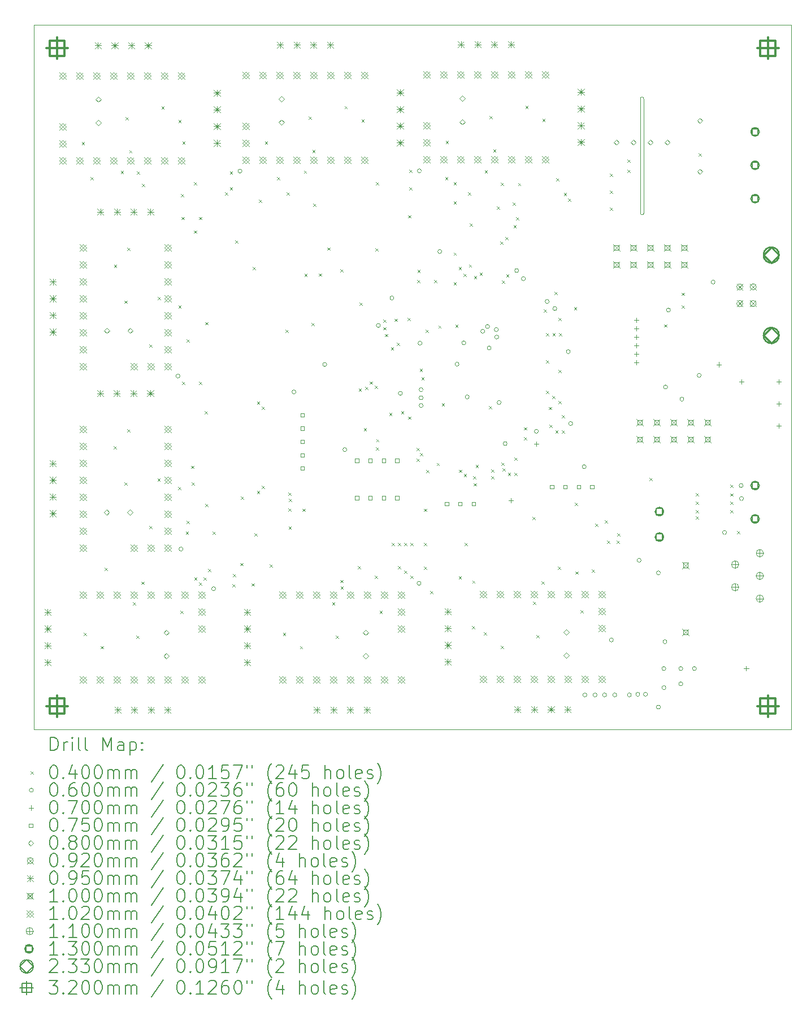
<source format=gbr>
%FSLAX45Y45*%
G04 Gerber Fmt 4.5, Leading zero omitted, Abs format (unit mm)*
G04 Created by KiCad (PCBNEW 6.0.5) date 2022-11-27 13:22:19*
%MOMM*%
%LPD*%
G01*
G04 APERTURE LIST*
%TA.AperFunction,Profile*%
%ADD10C,0.100000*%
%TD*%
%ADD11C,0.200000*%
%ADD12C,0.040000*%
%ADD13C,0.060000*%
%ADD14C,0.070000*%
%ADD15C,0.075000*%
%ADD16C,0.080000*%
%ADD17C,0.092000*%
%ADD18C,0.095000*%
%ADD19C,0.100000*%
%ADD20C,0.102000*%
%ADD21C,0.110000*%
%ADD22C,0.130000*%
%ADD23C,0.233000*%
%ADD24C,0.320000*%
G04 APERTURE END LIST*
D10*
X14640000Y-6670000D02*
G75*
G03*
X14690000Y-6670000I25000J0D01*
G01*
X14690000Y-4960000D02*
G75*
G03*
X14640000Y-4960000I-25000J5000D01*
G01*
X14690000Y-6670000D02*
X14690000Y-4960000D01*
X14640000Y-4960000D02*
X14640000Y-6670000D01*
X5550000Y-3850000D02*
X16900000Y-3850000D01*
X16900000Y-3850000D02*
X16900000Y-14400000D01*
X16900000Y-14400000D02*
X5550000Y-14400000D01*
X5550000Y-14400000D02*
X5550000Y-3850000D01*
D11*
D12*
X6270800Y-5601765D02*
X6310800Y-5641765D01*
X6310800Y-5601765D02*
X6270800Y-5641765D01*
X6299292Y-12950800D02*
X6339292Y-12990800D01*
X6339292Y-12950800D02*
X6299292Y-12990800D01*
X6401120Y-6126800D02*
X6441120Y-6166800D01*
X6441120Y-6126800D02*
X6401120Y-6166800D01*
X6553292Y-13150800D02*
X6593292Y-13190800D01*
X6593292Y-13150800D02*
X6553292Y-13190800D01*
X6614480Y-11978960D02*
X6654480Y-12018960D01*
X6654480Y-11978960D02*
X6614480Y-12018960D01*
X6749800Y-10161560D02*
X6789800Y-10201560D01*
X6789800Y-10161560D02*
X6749800Y-10201560D01*
X6752600Y-7442800D02*
X6792600Y-7482800D01*
X6792600Y-7442800D02*
X6752600Y-7482800D01*
X6855000Y-6036765D02*
X6895000Y-6076765D01*
X6895000Y-6036765D02*
X6855000Y-6076765D01*
X6907850Y-10698650D02*
X6947850Y-10738650D01*
X6947850Y-10698650D02*
X6907850Y-10738650D01*
X6910650Y-7979890D02*
X6950650Y-8019890D01*
X6950650Y-7979890D02*
X6910650Y-8019890D01*
X6927510Y-5229615D02*
X6967510Y-5269615D01*
X6967510Y-5229615D02*
X6927510Y-5269615D01*
X6949800Y-9907560D02*
X6989800Y-9947560D01*
X6989800Y-9907560D02*
X6949800Y-9947560D01*
X6952600Y-7188800D02*
X6992600Y-7228800D01*
X6992600Y-7188800D02*
X6952600Y-7228800D01*
X6982000Y-5726885D02*
X7022000Y-5766885D01*
X7022000Y-5726885D02*
X6982000Y-5766885D01*
X7035892Y-12495480D02*
X7075892Y-12535480D01*
X7075892Y-12495480D02*
X7035892Y-12535480D01*
X7090382Y-12992750D02*
X7130382Y-13032750D01*
X7130382Y-12992750D02*
X7090382Y-13032750D01*
X7097080Y-6045520D02*
X7137080Y-6085520D01*
X7137080Y-6045520D02*
X7097080Y-6085520D01*
X7162892Y-12185600D02*
X7202892Y-12225600D01*
X7202892Y-12185600D02*
X7162892Y-12225600D01*
X7174400Y-6228365D02*
X7214400Y-6268365D01*
X7214400Y-6228365D02*
X7174400Y-6268365D01*
X7280000Y-11355360D02*
X7320000Y-11395360D01*
X7320000Y-11355360D02*
X7280000Y-11395360D01*
X7282800Y-8636600D02*
X7322800Y-8676600D01*
X7322800Y-8636600D02*
X7282800Y-8676600D01*
X7405120Y-10644160D02*
X7445120Y-10684160D01*
X7445120Y-10644160D02*
X7405120Y-10684160D01*
X7407920Y-7925400D02*
X7447920Y-7965400D01*
X7447920Y-7925400D02*
X7407920Y-7965400D01*
X7464600Y-5071565D02*
X7504600Y-5111565D01*
X7504600Y-5071565D02*
X7464600Y-5111565D01*
X7715000Y-10771160D02*
X7755000Y-10811160D01*
X7755000Y-10771160D02*
X7715000Y-10811160D01*
X7717800Y-8052400D02*
X7757800Y-8092400D01*
X7757800Y-8052400D02*
X7717800Y-8092400D01*
X7718600Y-5271565D02*
X7758600Y-5311565D01*
X7758600Y-5271565D02*
X7718600Y-5311565D01*
X7747092Y-12620600D02*
X7787092Y-12660600D01*
X7787092Y-12620600D02*
X7747092Y-12660600D01*
X7757480Y-6384790D02*
X7797480Y-6424790D01*
X7797480Y-6384790D02*
X7757480Y-6424790D01*
X7767640Y-6726240D02*
X7807640Y-6766240D01*
X7807640Y-6726240D02*
X7767640Y-6766240D01*
X7772720Y-9195120D02*
X7812720Y-9235120D01*
X7812720Y-9195120D02*
X7772720Y-9235120D01*
X7777800Y-5598480D02*
X7817800Y-5638480D01*
X7817800Y-5598480D02*
X7777800Y-5638480D01*
X7828600Y-11440480D02*
X7868600Y-11480480D01*
X7868600Y-11440480D02*
X7828600Y-11480480D01*
X7838760Y-8560120D02*
X7878760Y-8600120D01*
X7878760Y-8560120D02*
X7838760Y-8600120D01*
X7838760Y-11277920D02*
X7878760Y-11317920D01*
X7878760Y-11277920D02*
X7838760Y-11317920D01*
X7906600Y-10451760D02*
X7946600Y-10491760D01*
X7946600Y-10451760D02*
X7906600Y-10491760D01*
X7920040Y-10698800D02*
X7960040Y-10738800D01*
X7960040Y-10698800D02*
X7920040Y-10738800D01*
X7950520Y-6208080D02*
X7990520Y-6248080D01*
X7990520Y-6208080D02*
X7950520Y-6248080D01*
X7950520Y-6929440D02*
X7990520Y-6969440D01*
X7990520Y-6929440D02*
X7950520Y-6969440D01*
X7955600Y-12126280D02*
X7995600Y-12166280D01*
X7995600Y-12126280D02*
X7955600Y-12166280D01*
X8026720Y-6726240D02*
X8066720Y-6766240D01*
X8066720Y-6726240D02*
X8026720Y-6766240D01*
X8026720Y-9195120D02*
X8066720Y-9235120D01*
X8066720Y-9195120D02*
X8026720Y-9235120D01*
X8026720Y-12197400D02*
X8066720Y-12237400D01*
X8066720Y-12197400D02*
X8026720Y-12237400D01*
X8092760Y-12126280D02*
X8132760Y-12166280D01*
X8132760Y-12126280D02*
X8092760Y-12166280D01*
X8113080Y-9632000D02*
X8153080Y-9672000D01*
X8153080Y-9632000D02*
X8113080Y-9672000D01*
X8123240Y-8301040D02*
X8163240Y-8341040D01*
X8163240Y-8301040D02*
X8123240Y-8341040D01*
X8123240Y-11023920D02*
X8163240Y-11063920D01*
X8163240Y-11023920D02*
X8123240Y-11063920D01*
X8163880Y-11999280D02*
X8203880Y-12039280D01*
X8203880Y-11999280D02*
X8163880Y-12039280D01*
X8229920Y-11435400D02*
X8269920Y-11475400D01*
X8269920Y-11435400D02*
X8229920Y-11475400D01*
X8417880Y-6355400D02*
X8457880Y-6395400D01*
X8457880Y-6355400D02*
X8417880Y-6395400D01*
X8489000Y-6045520D02*
X8529000Y-6085520D01*
X8529000Y-6045520D02*
X8489000Y-6085520D01*
X8489000Y-6284280D02*
X8529000Y-6324280D01*
X8529000Y-6284280D02*
X8489000Y-6324280D01*
X8529640Y-12222800D02*
X8569640Y-12262800D01*
X8569640Y-12222800D02*
X8529640Y-12262800D01*
X8534720Y-12070400D02*
X8574720Y-12110400D01*
X8574720Y-12070400D02*
X8534720Y-12110400D01*
X8570280Y-7076760D02*
X8610280Y-7116760D01*
X8610280Y-7076760D02*
X8570280Y-7116760D01*
X8646480Y-11907840D02*
X8686480Y-11947840D01*
X8686480Y-11907840D02*
X8646480Y-11947840D01*
X8651560Y-10912160D02*
X8691560Y-10952160D01*
X8691560Y-10912160D02*
X8651560Y-10952160D01*
X8814120Y-12212640D02*
X8854120Y-12252640D01*
X8854120Y-12212640D02*
X8814120Y-12252640D01*
X8829360Y-7473000D02*
X8869360Y-7513000D01*
X8869360Y-7473000D02*
X8829360Y-7513000D01*
X8857300Y-11463340D02*
X8897300Y-11503340D01*
X8897300Y-11463340D02*
X8857300Y-11503340D01*
X8895400Y-9489760D02*
X8935400Y-9529760D01*
X8935400Y-9489760D02*
X8895400Y-9529760D01*
X8895400Y-10825800D02*
X8935400Y-10865800D01*
X8935400Y-10825800D02*
X8895400Y-10865800D01*
X8925880Y-6467160D02*
X8965880Y-6507160D01*
X8965880Y-6467160D02*
X8925880Y-6507160D01*
X8966520Y-9565960D02*
X9006520Y-9605960D01*
X9006520Y-9565960D02*
X8966520Y-9605960D01*
X8966520Y-10754680D02*
X9006520Y-10794680D01*
X9006520Y-10754680D02*
X8966520Y-10794680D01*
X9012908Y-5595583D02*
X9052908Y-5635583D01*
X9052908Y-5595583D02*
X9012908Y-5635583D01*
X9083360Y-11928160D02*
X9123360Y-11968160D01*
X9123360Y-11928160D02*
X9083360Y-11968160D01*
X9195120Y-6126800D02*
X9235120Y-6166800D01*
X9235120Y-6126800D02*
X9195120Y-6166800D01*
X9285400Y-12950800D02*
X9325400Y-12990800D01*
X9325400Y-12950800D02*
X9285400Y-12990800D01*
X9322120Y-8417880D02*
X9362120Y-8457880D01*
X9362120Y-8417880D02*
X9322120Y-8457880D01*
X9337360Y-6355400D02*
X9377360Y-6395400D01*
X9377360Y-6355400D02*
X9337360Y-6395400D01*
X9367840Y-10856280D02*
X9407840Y-10896280D01*
X9407840Y-10856280D02*
X9367840Y-10896280D01*
X9367840Y-11089960D02*
X9407840Y-11129960D01*
X9407840Y-11089960D02*
X9367840Y-11129960D01*
X9368253Y-11364280D02*
X9408253Y-11404280D01*
X9408253Y-11364280D02*
X9368253Y-11404280D01*
X9372920Y-10947720D02*
X9412920Y-10987720D01*
X9412920Y-10947720D02*
X9372920Y-10987720D01*
X9539400Y-13150800D02*
X9579400Y-13190800D01*
X9579400Y-13150800D02*
X9539400Y-13190800D01*
X9576120Y-11095040D02*
X9616120Y-11135040D01*
X9616120Y-11095040D02*
X9576120Y-11135040D01*
X9597108Y-6030583D02*
X9637108Y-6070583D01*
X9637108Y-6030583D02*
X9597108Y-6070583D01*
X9606600Y-7574600D02*
X9646600Y-7614600D01*
X9646600Y-7574600D02*
X9606600Y-7614600D01*
X9669618Y-5223433D02*
X9709618Y-5263433D01*
X9709618Y-5223433D02*
X9669618Y-5263433D01*
X9713280Y-8311200D02*
X9753280Y-8351200D01*
X9753280Y-8311200D02*
X9713280Y-8351200D01*
X9724108Y-5720703D02*
X9764108Y-5760703D01*
X9764108Y-5720703D02*
X9724108Y-5760703D01*
X9738680Y-6528120D02*
X9778680Y-6568120D01*
X9778680Y-6528120D02*
X9738680Y-6568120D01*
X9819960Y-7573150D02*
X9859960Y-7613150D01*
X9859960Y-7573150D02*
X9819960Y-7613150D01*
X9946960Y-7183440D02*
X9986960Y-7223440D01*
X9986960Y-7183440D02*
X9946960Y-7223440D01*
X10022000Y-12495480D02*
X10062000Y-12535480D01*
X10062000Y-12495480D02*
X10022000Y-12535480D01*
X10076490Y-12992750D02*
X10116490Y-13032750D01*
X10116490Y-12992750D02*
X10076490Y-13032750D01*
X10145080Y-7508560D02*
X10185080Y-7548560D01*
X10185080Y-7508560D02*
X10145080Y-7548560D01*
X10145080Y-12161840D02*
X10185080Y-12201840D01*
X10185080Y-12161840D02*
X10145080Y-12201840D01*
X10149000Y-12258360D02*
X10189000Y-12298360D01*
X10189000Y-12258360D02*
X10149000Y-12298360D01*
X10206708Y-5065383D02*
X10246708Y-5105383D01*
X10246708Y-5065383D02*
X10206708Y-5105383D01*
X10404160Y-11953560D02*
X10444160Y-11993560D01*
X10444160Y-11953560D02*
X10404160Y-11993560D01*
X10419400Y-9296720D02*
X10459400Y-9336720D01*
X10459400Y-9296720D02*
X10419400Y-9336720D01*
X10429560Y-8011480D02*
X10469560Y-8051480D01*
X10469560Y-8011480D02*
X10429560Y-8051480D01*
X10460708Y-5265383D02*
X10500708Y-5305383D01*
X10500708Y-5265383D02*
X10460708Y-5305383D01*
X10495600Y-9886000D02*
X10535600Y-9926000D01*
X10535600Y-9886000D02*
X10495600Y-9926000D01*
X10515980Y-9268953D02*
X10555980Y-9308953D01*
X10555980Y-9268953D02*
X10515980Y-9308953D01*
X10587040Y-9190040D02*
X10627040Y-9230040D01*
X10627040Y-9190040D02*
X10587040Y-9230040D01*
X10663240Y-9256080D02*
X10703240Y-9296080D01*
X10703240Y-9256080D02*
X10663240Y-9296080D01*
X10663240Y-12095800D02*
X10703240Y-12135800D01*
X10703240Y-12095800D02*
X10663240Y-12135800D01*
X10668113Y-7193807D02*
X10708113Y-7233807D01*
X10708113Y-7193807D02*
X10668113Y-7233807D01*
X10678298Y-10175378D02*
X10718298Y-10215378D01*
X10718298Y-10175378D02*
X10678298Y-10215378D01*
X10678480Y-6208080D02*
X10718480Y-6248080D01*
X10718480Y-6208080D02*
X10678480Y-6248080D01*
X10680400Y-10052200D02*
X10720400Y-10092200D01*
X10720400Y-10052200D02*
X10680400Y-10092200D01*
X10733200Y-12620600D02*
X10773200Y-12660600D01*
X10773200Y-12620600D02*
X10733200Y-12660600D01*
X10790240Y-8265480D02*
X10830240Y-8305480D01*
X10830240Y-8265480D02*
X10790240Y-8305480D01*
X10790240Y-8377240D02*
X10830240Y-8417240D01*
X10830240Y-8377240D02*
X10790240Y-8417240D01*
X10815640Y-8478840D02*
X10855640Y-8518840D01*
X10855640Y-8478840D02*
X10815640Y-8518840D01*
X10876600Y-9657400D02*
X10916600Y-9697400D01*
X10916600Y-9657400D02*
X10876600Y-9697400D01*
X10902000Y-8676960D02*
X10942000Y-8716960D01*
X10942000Y-8676960D02*
X10902000Y-8716960D01*
X10912160Y-11608120D02*
X10952160Y-11648120D01*
X10952160Y-11608120D02*
X10912160Y-11648120D01*
X10957880Y-8250240D02*
X10997880Y-8290240D01*
X10997880Y-8250240D02*
X10957880Y-8290240D01*
X10993440Y-8610920D02*
X11033440Y-8650920D01*
X11033440Y-8610920D02*
X10993440Y-8650920D01*
X11008680Y-11608120D02*
X11048680Y-11648120D01*
X11048680Y-11608120D02*
X11008680Y-11648120D01*
X11008680Y-11953560D02*
X11048680Y-11993560D01*
X11048680Y-11953560D02*
X11008680Y-11993560D01*
X11054400Y-9632000D02*
X11094400Y-9672000D01*
X11094400Y-9632000D02*
X11054400Y-9672000D01*
X11100120Y-11608120D02*
X11140120Y-11648120D01*
X11140120Y-11608120D02*
X11100120Y-11648120D01*
X11100120Y-12024680D02*
X11140120Y-12064680D01*
X11140120Y-12024680D02*
X11100120Y-12064680D01*
X11150920Y-8235000D02*
X11190920Y-8275000D01*
X11190920Y-8235000D02*
X11150920Y-8275000D01*
X11161080Y-6700840D02*
X11201080Y-6740840D01*
X11201080Y-6700840D02*
X11161080Y-6740840D01*
X11161500Y-9713700D02*
X11201500Y-9753700D01*
X11201500Y-9713700D02*
X11161500Y-9753700D01*
X11176320Y-6020120D02*
X11216320Y-6060120D01*
X11216320Y-6020120D02*
X11176320Y-6060120D01*
X11176320Y-6284280D02*
X11216320Y-6324280D01*
X11216320Y-6284280D02*
X11176320Y-6324280D01*
X11191560Y-11608120D02*
X11231560Y-11648120D01*
X11231560Y-11608120D02*
X11191560Y-11648120D01*
X11191560Y-12095800D02*
X11231560Y-12135800D01*
X11231560Y-12095800D02*
X11191560Y-12135800D01*
X11289520Y-10182560D02*
X11329520Y-10222560D01*
X11329520Y-10182560D02*
X11289520Y-10222560D01*
X11289520Y-10342560D02*
X11329520Y-10382560D01*
X11329520Y-10342560D02*
X11289520Y-10382560D01*
X11298240Y-7671120D02*
X11338240Y-7711120D01*
X11338240Y-7671120D02*
X11298240Y-7711120D01*
X11300573Y-7516387D02*
X11340573Y-7556387D01*
X11340573Y-7516387D02*
X11300573Y-7556387D01*
X11333800Y-8997000D02*
X11373800Y-9037000D01*
X11373800Y-8997000D02*
X11333800Y-9037000D01*
X11338880Y-10261920D02*
X11378880Y-10301920D01*
X11378880Y-10261920D02*
X11338880Y-10301920D01*
X11359200Y-9124000D02*
X11399200Y-9164000D01*
X11399200Y-9124000D02*
X11359200Y-9164000D01*
X11394760Y-11095040D02*
X11434760Y-11135040D01*
X11434760Y-11095040D02*
X11394760Y-11135040D01*
X11394760Y-11608120D02*
X11434760Y-11648120D01*
X11434760Y-11608120D02*
X11394760Y-11648120D01*
X11394760Y-11964810D02*
X11434760Y-12004810D01*
X11434760Y-11964810D02*
X11394760Y-12004810D01*
X11420160Y-8412800D02*
X11460160Y-8452800D01*
X11460160Y-8412800D02*
X11420160Y-8452800D01*
X11430320Y-10515920D02*
X11470320Y-10555920D01*
X11470320Y-10515920D02*
X11430320Y-10555920D01*
X11491280Y-12324400D02*
X11531280Y-12364400D01*
X11531280Y-12324400D02*
X11491280Y-12364400D01*
X11547160Y-7671120D02*
X11587160Y-7711120D01*
X11587160Y-7671120D02*
X11547160Y-7711120D01*
X11587800Y-10409240D02*
X11627800Y-10449240D01*
X11627800Y-10409240D02*
X11587800Y-10449240D01*
X11613200Y-8351840D02*
X11653200Y-8391840D01*
X11653200Y-8351840D02*
X11613200Y-8391840D01*
X11664000Y-9513160D02*
X11704000Y-9553160D01*
X11704000Y-9513160D02*
X11664000Y-9553160D01*
X11714800Y-6126800D02*
X11754800Y-6166800D01*
X11754800Y-6126800D02*
X11714800Y-6166800D01*
X11723445Y-5589400D02*
X11763445Y-5629400D01*
X11763445Y-5589400D02*
X11723445Y-5629400D01*
X11841800Y-6208080D02*
X11881800Y-6248080D01*
X11881800Y-6208080D02*
X11841800Y-6248080D01*
X11841800Y-6492560D02*
X11881800Y-6532560D01*
X11881800Y-6492560D02*
X11841800Y-6532560D01*
X11841800Y-7259640D02*
X11881800Y-7299640D01*
X11881800Y-7259640D02*
X11841800Y-7299640D01*
X11841800Y-7701600D02*
X11881800Y-7741600D01*
X11881800Y-7701600D02*
X11841800Y-7741600D01*
X11867200Y-8336600D02*
X11907200Y-8376600D01*
X11907200Y-8336600D02*
X11867200Y-8376600D01*
X11918000Y-7473000D02*
X11958000Y-7513000D01*
X11958000Y-7473000D02*
X11918000Y-7513000D01*
X11918000Y-12105960D02*
X11958000Y-12145960D01*
X11958000Y-12105960D02*
X11918000Y-12145960D01*
X11923080Y-10510840D02*
X11963080Y-10550840D01*
X11963080Y-10510840D02*
X11923080Y-10550840D01*
X11987950Y-7579680D02*
X12027950Y-7619680D01*
X12027950Y-7579680D02*
X11987950Y-7619680D01*
X11994200Y-10571800D02*
X12034200Y-10611800D01*
X12034200Y-10571800D02*
X11994200Y-10611800D01*
X12009440Y-11608120D02*
X12049440Y-11648120D01*
X12049440Y-11608120D02*
X12009440Y-11648120D01*
X12055160Y-6355400D02*
X12095160Y-6395400D01*
X12095160Y-6355400D02*
X12055160Y-6395400D01*
X12070400Y-7437440D02*
X12110400Y-7477440D01*
X12110400Y-7437440D02*
X12070400Y-7477440D01*
X12085640Y-6822760D02*
X12125640Y-6862760D01*
X12125640Y-6822760D02*
X12085640Y-6862760D01*
X12116120Y-12852720D02*
X12156120Y-12892720D01*
X12156120Y-12852720D02*
X12116120Y-12892720D01*
X12121200Y-12170910D02*
X12161200Y-12210910D01*
X12161200Y-12170910D02*
X12121200Y-12210910D01*
X12136440Y-10607360D02*
X12176440Y-10647360D01*
X12176440Y-10607360D02*
X12136440Y-10647360D01*
X12141727Y-10714247D02*
X12181727Y-10754247D01*
X12181727Y-10714247D02*
X12141727Y-10754247D01*
X12146600Y-7612700D02*
X12186600Y-7652700D01*
X12186600Y-7612700D02*
X12146600Y-7652700D01*
X12170910Y-10439720D02*
X12210910Y-10479720D01*
X12210910Y-10439720D02*
X12170910Y-10479720D01*
X12230801Y-7558295D02*
X12270801Y-7598295D01*
X12270801Y-7558295D02*
X12230801Y-7598295D01*
X12291400Y-12944800D02*
X12331400Y-12984800D01*
X12331400Y-12944800D02*
X12291400Y-12984800D01*
X12307645Y-6024400D02*
X12347645Y-6064400D01*
X12347645Y-6024400D02*
X12307645Y-6064400D01*
X12370120Y-9560880D02*
X12410120Y-9600880D01*
X12410120Y-9560880D02*
X12370120Y-9600880D01*
X12380155Y-5217250D02*
X12420155Y-5257250D01*
X12420155Y-5217250D02*
X12380155Y-5257250D01*
X12401690Y-10503771D02*
X12441690Y-10543771D01*
X12441690Y-10503771D02*
X12401690Y-10543771D01*
X12401690Y-10607360D02*
X12441690Y-10647360D01*
X12441690Y-10607360D02*
X12401690Y-10647360D01*
X12434645Y-5714520D02*
X12474645Y-5754520D01*
X12474645Y-5714520D02*
X12434645Y-5754520D01*
X12492040Y-6568760D02*
X12532040Y-6608760D01*
X12532040Y-6568760D02*
X12492040Y-6608760D01*
X12537760Y-7097080D02*
X12577760Y-7137080D01*
X12577760Y-7097080D02*
X12537760Y-7137080D01*
X12545400Y-13144800D02*
X12585400Y-13184800D01*
X12585400Y-13144800D02*
X12545400Y-13184800D01*
X12547045Y-6216000D02*
X12587045Y-6256000D01*
X12587045Y-6216000D02*
X12547045Y-6256000D01*
X12558080Y-10404160D02*
X12598080Y-10444160D01*
X12598080Y-10404160D02*
X12558080Y-10444160D01*
X12568240Y-7681280D02*
X12608240Y-7721280D01*
X12608240Y-7681280D02*
X12568240Y-7721280D01*
X12576420Y-10492238D02*
X12616420Y-10532238D01*
X12616420Y-10492238D02*
X12576420Y-10532238D01*
X12619040Y-7025960D02*
X12659040Y-7065960D01*
X12659040Y-7025960D02*
X12619040Y-7065960D01*
X12629200Y-7583670D02*
X12669200Y-7623670D01*
X12669200Y-7583670D02*
X12629200Y-7623670D01*
X12654600Y-10558550D02*
X12694600Y-10598550D01*
X12694600Y-10558550D02*
X12654600Y-10598550D01*
X12725720Y-6512880D02*
X12765720Y-6552880D01*
X12765720Y-6512880D02*
X12725720Y-6552880D01*
X12737980Y-6848160D02*
X12777980Y-6888160D01*
X12777980Y-6848160D02*
X12737980Y-6888160D01*
X12749600Y-10331050D02*
X12789600Y-10371050D01*
X12789600Y-10331050D02*
X12749600Y-10371050D01*
X12749600Y-10558550D02*
X12789600Y-10598550D01*
X12789600Y-10558550D02*
X12749600Y-10598550D01*
X12776520Y-6731320D02*
X12816520Y-6771320D01*
X12816520Y-6731320D02*
X12776520Y-6771320D01*
X12807000Y-6218240D02*
X12847000Y-6258240D01*
X12847000Y-6218240D02*
X12807000Y-6258240D01*
X12893360Y-9875840D02*
X12933360Y-9915840D01*
X12933360Y-9875840D02*
X12893360Y-9915840D01*
X12893360Y-10023160D02*
X12933360Y-10063160D01*
X12933360Y-10023160D02*
X12893360Y-10063160D01*
X12917245Y-5059200D02*
X12957245Y-5099200D01*
X12957245Y-5059200D02*
X12917245Y-5099200D01*
X13025440Y-11216960D02*
X13065440Y-11256960D01*
X13065440Y-11216960D02*
X13025440Y-11256960D01*
X13028000Y-12489480D02*
X13068000Y-12529480D01*
X13068000Y-12489480D02*
X13028000Y-12529480D01*
X13082490Y-12986750D02*
X13122490Y-13026750D01*
X13122490Y-12986750D02*
X13082490Y-13026750D01*
X13155000Y-12179600D02*
X13195000Y-12219600D01*
X13195000Y-12179600D02*
X13155000Y-12219600D01*
X13171245Y-5259200D02*
X13211245Y-5299200D01*
X13211245Y-5259200D02*
X13171245Y-5299200D01*
X13193080Y-8108000D02*
X13233080Y-8148000D01*
X13233080Y-8108000D02*
X13193080Y-8148000D01*
X13223300Y-8463600D02*
X13263300Y-8503600D01*
X13263300Y-8463600D02*
X13223300Y-8503600D01*
X13223560Y-8870000D02*
X13263560Y-8910000D01*
X13263560Y-8870000D02*
X13223560Y-8910000D01*
X13223560Y-9327200D02*
X13263560Y-9367200D01*
X13263560Y-9327200D02*
X13223560Y-9367200D01*
X13269280Y-9571040D02*
X13309280Y-9611040D01*
X13309280Y-9571040D02*
X13269280Y-9611040D01*
X13274360Y-9835200D02*
X13314360Y-9875200D01*
X13314360Y-9835200D02*
X13274360Y-9875200D01*
X13320080Y-9403400D02*
X13360080Y-9443400D01*
X13360080Y-9403400D02*
X13320080Y-9443400D01*
X13323250Y-8463600D02*
X13363250Y-8503600D01*
X13363250Y-8463600D02*
X13323250Y-8503600D01*
X13355640Y-7849950D02*
X13395640Y-7889950D01*
X13395640Y-7849950D02*
X13355640Y-7889950D01*
X13365800Y-9923550D02*
X13405800Y-9963550D01*
X13405800Y-9923550D02*
X13365800Y-9963550D01*
X13375960Y-6147120D02*
X13415960Y-6187120D01*
X13415960Y-6147120D02*
X13375960Y-6187120D01*
X13406440Y-11963720D02*
X13446440Y-12003720D01*
X13446440Y-11963720D02*
X13406440Y-12003720D01*
X13411520Y-9479600D02*
X13451520Y-9519600D01*
X13451520Y-9479600D02*
X13411520Y-9519600D01*
X13413300Y-8236100D02*
X13453300Y-8276100D01*
X13453300Y-8236100D02*
X13413300Y-8276100D01*
X13413300Y-9016150D02*
X13453300Y-9056150D01*
X13453300Y-9016150D02*
X13413300Y-9056150D01*
X13423201Y-8463600D02*
X13463201Y-8503600D01*
X13463201Y-8463600D02*
X13423201Y-8503600D01*
X13460800Y-9696050D02*
X13500800Y-9736050D01*
X13500800Y-9696050D02*
X13460800Y-9736050D01*
X13460800Y-9923550D02*
X13500800Y-9963550D01*
X13500800Y-9923550D02*
X13460800Y-9963550D01*
X13492800Y-6365560D02*
X13532800Y-6405560D01*
X13532800Y-6365560D02*
X13492800Y-6405560D01*
X13558840Y-6451920D02*
X13598840Y-6491920D01*
X13598840Y-6451920D02*
X13558840Y-6491920D01*
X13645200Y-8077519D02*
X13685200Y-8117519D01*
X13685200Y-8077519D02*
X13645200Y-8117519D01*
X13660440Y-11003600D02*
X13700440Y-11043600D01*
X13700440Y-11003600D02*
X13660440Y-11043600D01*
X13665520Y-12034840D02*
X13705520Y-12074840D01*
X13705520Y-12034840D02*
X13665520Y-12074840D01*
X13739200Y-12614600D02*
X13779200Y-12654600D01*
X13779200Y-12614600D02*
X13739200Y-12654600D01*
X13914440Y-12004360D02*
X13954440Y-12044360D01*
X13954440Y-12004360D02*
X13914440Y-12044360D01*
X13960160Y-11318560D02*
X14000160Y-11358560D01*
X14000160Y-11318560D02*
X13960160Y-11358560D01*
X14107480Y-11267760D02*
X14147480Y-11307760D01*
X14147480Y-11267760D02*
X14107480Y-11307760D01*
X14137960Y-11572560D02*
X14177960Y-11612560D01*
X14177960Y-11572560D02*
X14137960Y-11612560D01*
X14183300Y-6076000D02*
X14223300Y-6116000D01*
X14223300Y-6076000D02*
X14183300Y-6116000D01*
X14183300Y-6330000D02*
X14223300Y-6370000D01*
X14223300Y-6330000D02*
X14183300Y-6370000D01*
X14183300Y-6584000D02*
X14223300Y-6624000D01*
X14223300Y-6584000D02*
X14183300Y-6624000D01*
X14285280Y-11572560D02*
X14325280Y-11612560D01*
X14325280Y-11572560D02*
X14285280Y-11612560D01*
X14290360Y-11465880D02*
X14330360Y-11505880D01*
X14330360Y-11465880D02*
X14290360Y-11505880D01*
X14442760Y-5866470D02*
X14482760Y-5906470D01*
X14482760Y-5866470D02*
X14442760Y-5906470D01*
X14442760Y-6020120D02*
X14482760Y-6060120D01*
X14482760Y-6020120D02*
X14442760Y-6060120D01*
X14778040Y-10632760D02*
X14818040Y-10672760D01*
X14818040Y-10632760D02*
X14778040Y-10672760D01*
X14996480Y-8334800D02*
X15036480Y-8374800D01*
X15036480Y-8334800D02*
X14996480Y-8374800D01*
X15258650Y-7861200D02*
X15298650Y-7901200D01*
X15298650Y-7861200D02*
X15258650Y-7901200D01*
X15258650Y-8051200D02*
X15298650Y-8091200D01*
X15298650Y-8051200D02*
X15258650Y-8091200D01*
X15468920Y-11206800D02*
X15508920Y-11246800D01*
X15508920Y-11206800D02*
X15468920Y-11246800D01*
X15470500Y-10863900D02*
X15510500Y-10903900D01*
X15510500Y-10863900D02*
X15470500Y-10903900D01*
X15470500Y-10990900D02*
X15510500Y-11030900D01*
X15510500Y-10990900D02*
X15470500Y-11030900D01*
X15470500Y-11117900D02*
X15510500Y-11157900D01*
X15510500Y-11117900D02*
X15470500Y-11157900D01*
X15509560Y-5773800D02*
X15549560Y-5813800D01*
X15549560Y-5773800D02*
X15509560Y-5813800D01*
X15985500Y-10736900D02*
X16025500Y-10776900D01*
X16025500Y-10736900D02*
X15985500Y-10776900D01*
X15987080Y-10866440D02*
X16027080Y-10906440D01*
X16027080Y-10866440D02*
X15987080Y-10906440D01*
X15987080Y-10988360D02*
X16027080Y-11028360D01*
X16027080Y-10988360D02*
X15987080Y-11028360D01*
X15987080Y-11115360D02*
X16027080Y-11155360D01*
X16027080Y-11115360D02*
X15987080Y-11155360D01*
X16088680Y-11430320D02*
X16128680Y-11470320D01*
X16128680Y-11430320D02*
X16088680Y-11470320D01*
D13*
X7741440Y-9108440D02*
G75*
G03*
X7741440Y-9108440I-30000J0D01*
G01*
X7787160Y-11699240D02*
G75*
G03*
X7787160Y-11699240I-30000J0D01*
G01*
X8274840Y-12293600D02*
G75*
G03*
X8274840Y-12293600I-30000J0D01*
G01*
X8671080Y-6040120D02*
G75*
G03*
X8671080Y-6040120I-30000J0D01*
G01*
X9478800Y-9347200D02*
G75*
G03*
X9478800Y-9347200I-30000J0D01*
G01*
X9941080Y-8935720D02*
G75*
G03*
X9941080Y-8935720I-30000J0D01*
G01*
X10240800Y-10210800D02*
G75*
G03*
X10240800Y-10210800I-30000J0D01*
G01*
X10743720Y-8351520D02*
G75*
G03*
X10743720Y-8351520I-30000J0D01*
G01*
X10946920Y-7940040D02*
G75*
G03*
X10946920Y-7940040I-30000J0D01*
G01*
X11073920Y-9367520D02*
G75*
G03*
X11073920Y-9367520I-30000J0D01*
G01*
X11353320Y-12212320D02*
G75*
G03*
X11353320Y-12212320I-30000J0D01*
G01*
X11358400Y-6035040D02*
G75*
G03*
X11358400Y-6035040I-30000J0D01*
G01*
X11368560Y-8615680D02*
G75*
G03*
X11368560Y-8615680I-30000J0D01*
G01*
X11383800Y-9311640D02*
G75*
G03*
X11383800Y-9311640I-30000J0D01*
G01*
X11383800Y-9433560D02*
G75*
G03*
X11383800Y-9433560I-30000J0D01*
G01*
X11383800Y-9550400D02*
G75*
G03*
X11383800Y-9550400I-30000J0D01*
G01*
X11663200Y-7244080D02*
G75*
G03*
X11663200Y-7244080I-30000J0D01*
G01*
X11922280Y-8930640D02*
G75*
G03*
X11922280Y-8930640I-30000J0D01*
G01*
X12023880Y-8610600D02*
G75*
G03*
X12023880Y-8610600I-30000J0D01*
G01*
X12074680Y-9420210D02*
G75*
G03*
X12074680Y-9420210I-30000J0D01*
G01*
X12308360Y-8437880D02*
G75*
G03*
X12308360Y-8437880I-30000J0D01*
G01*
X12379480Y-8366760D02*
G75*
G03*
X12379480Y-8366760I-30000J0D01*
G01*
X12403480Y-8686800D02*
G75*
G03*
X12403480Y-8686800I-30000J0D01*
G01*
X12511560Y-8412480D02*
G75*
G03*
X12511560Y-8412480I-30000J0D01*
G01*
X12516640Y-8524240D02*
G75*
G03*
X12516640Y-8524240I-30000J0D01*
G01*
X12552200Y-9504680D02*
G75*
G03*
X12552200Y-9504680I-30000J0D01*
G01*
X12643640Y-10119360D02*
G75*
G03*
X12643640Y-10119360I-30000J0D01*
G01*
X12816360Y-7528560D02*
G75*
G03*
X12816360Y-7528560I-30000J0D01*
G01*
X12917960Y-7650480D02*
G75*
G03*
X12917960Y-7650480I-30000J0D01*
G01*
X13111000Y-9936480D02*
G75*
G03*
X13111000Y-9936480I-30000J0D01*
G01*
X13272542Y-7992542D02*
G75*
G03*
X13272542Y-7992542I-30000J0D01*
G01*
X13387860Y-8097520D02*
G75*
G03*
X13387860Y-8097520I-30000J0D01*
G01*
X13588520Y-8742680D02*
G75*
G03*
X13588520Y-8742680I-30000J0D01*
G01*
X13624080Y-9819640D02*
G75*
G03*
X13624080Y-9819640I-30000J0D01*
G01*
X13827280Y-10464800D02*
G75*
G03*
X13827280Y-10464800I-30000J0D01*
G01*
X13837440Y-13883640D02*
G75*
G03*
X13837440Y-13883640I-30000J0D01*
G01*
X13989840Y-13883640D02*
G75*
G03*
X13989840Y-13883640I-30000J0D01*
G01*
X14132080Y-13883640D02*
G75*
G03*
X14132080Y-13883640I-30000J0D01*
G01*
X14233680Y-13060680D02*
G75*
G03*
X14233680Y-13060680I-30000J0D01*
G01*
X14284480Y-13883640D02*
G75*
G03*
X14284480Y-13883640I-30000J0D01*
G01*
X14504300Y-13883640D02*
G75*
G03*
X14504300Y-13883640I-30000J0D01*
G01*
X14629920Y-13873480D02*
G75*
G03*
X14629920Y-13873480I-30000J0D01*
G01*
X14650240Y-11866880D02*
G75*
G03*
X14650240Y-11866880I-30000J0D01*
G01*
X14746760Y-13873480D02*
G75*
G03*
X14746760Y-13873480I-30000J0D01*
G01*
X14938813Y-14065533D02*
G75*
G03*
X14938813Y-14065533I-30000J0D01*
G01*
X14939800Y-12054840D02*
G75*
G03*
X14939800Y-12054840I-30000J0D01*
G01*
X15021080Y-13487400D02*
G75*
G03*
X15021080Y-13487400I-30000J0D01*
G01*
X15021080Y-13774900D02*
G75*
G03*
X15021080Y-13774900I-30000J0D01*
G01*
X15036320Y-13086080D02*
G75*
G03*
X15036320Y-13086080I-30000J0D01*
G01*
X15046480Y-9272800D02*
G75*
G03*
X15046480Y-9272800I-30000J0D01*
G01*
X15090000Y-8120000D02*
G75*
G03*
X15090000Y-8120000I-30000J0D01*
G01*
X15275000Y-13487400D02*
G75*
G03*
X15275000Y-13487400I-30000J0D01*
G01*
X15275000Y-13717400D02*
G75*
G03*
X15275000Y-13717400I-30000J0D01*
G01*
X15290320Y-9453880D02*
G75*
G03*
X15290320Y-9453880I-30000J0D01*
G01*
X15478280Y-13487400D02*
G75*
G03*
X15478280Y-13487400I-30000J0D01*
G01*
X15549790Y-9097360D02*
G75*
G03*
X15549790Y-9097360I-30000J0D01*
G01*
X15757680Y-7701280D02*
G75*
G03*
X15757680Y-7701280I-30000J0D01*
G01*
X15930400Y-11450320D02*
G75*
G03*
X15930400Y-11450320I-30000J0D01*
G01*
X16178240Y-10748200D02*
G75*
G03*
X16178240Y-10748200I-30000J0D01*
G01*
X16184400Y-10942320D02*
G75*
G03*
X16184400Y-10942320I-30000J0D01*
G01*
D14*
X12700000Y-10937800D02*
X12700000Y-11007800D01*
X12665000Y-10972800D02*
X12735000Y-10972800D01*
X13081000Y-10089440D02*
X13081000Y-10159440D01*
X13046000Y-10124440D02*
X13116000Y-10124440D01*
X14582100Y-8232700D02*
X14582100Y-8302700D01*
X14547100Y-8267700D02*
X14617100Y-8267700D01*
X14582100Y-8359700D02*
X14582100Y-8429700D01*
X14547100Y-8394700D02*
X14617100Y-8394700D01*
X14582100Y-8486700D02*
X14582100Y-8556700D01*
X14547100Y-8521700D02*
X14617100Y-8521700D01*
X14582100Y-8613700D02*
X14582100Y-8683700D01*
X14547100Y-8648700D02*
X14617100Y-8648700D01*
X14582100Y-8740700D02*
X14582100Y-8810700D01*
X14547100Y-8775700D02*
X14617100Y-8775700D01*
X14582100Y-8867700D02*
X14582100Y-8937700D01*
X14547100Y-8902700D02*
X14617100Y-8902700D01*
X15816750Y-8899800D02*
X15816750Y-8969800D01*
X15781750Y-8934800D02*
X15851750Y-8934800D01*
X16154400Y-9159800D02*
X16154400Y-9229800D01*
X16119400Y-9194800D02*
X16189400Y-9194800D01*
X16225520Y-13447320D02*
X16225520Y-13517320D01*
X16190520Y-13482320D02*
X16260520Y-13482320D01*
X16713200Y-9159800D02*
X16713200Y-9229800D01*
X16678200Y-9194800D02*
X16748200Y-9194800D01*
X16713200Y-9490000D02*
X16713200Y-9560000D01*
X16678200Y-9525000D02*
X16748200Y-9525000D01*
X16713200Y-9820200D02*
X16713200Y-9890200D01*
X16678200Y-9855200D02*
X16748200Y-9855200D01*
D15*
X9602317Y-9716717D02*
X9602317Y-9663683D01*
X9549283Y-9663683D01*
X9549283Y-9716717D01*
X9602317Y-9716717D01*
X9602317Y-9916717D02*
X9602317Y-9863683D01*
X9549283Y-9863683D01*
X9549283Y-9916717D01*
X9602317Y-9916717D01*
X9602317Y-10116717D02*
X9602317Y-10063683D01*
X9549283Y-10063683D01*
X9549283Y-10116717D01*
X9602317Y-10116717D01*
X9602317Y-10316717D02*
X9602317Y-10263683D01*
X9549283Y-10263683D01*
X9549283Y-10316717D01*
X9602317Y-10316717D01*
X9602317Y-10516717D02*
X9602317Y-10463683D01*
X9549283Y-10463683D01*
X9549283Y-10516717D01*
X9602317Y-10516717D01*
X10419917Y-10399877D02*
X10419917Y-10346843D01*
X10366883Y-10346843D01*
X10366883Y-10399877D01*
X10419917Y-10399877D01*
X10419917Y-10958677D02*
X10419917Y-10905643D01*
X10366883Y-10905643D01*
X10366883Y-10958677D01*
X10419917Y-10958677D01*
X10619917Y-10399877D02*
X10619917Y-10346843D01*
X10566883Y-10346843D01*
X10566883Y-10399877D01*
X10619917Y-10399877D01*
X10619917Y-10958677D02*
X10619917Y-10905643D01*
X10566883Y-10905643D01*
X10566883Y-10958677D01*
X10619917Y-10958677D01*
X10819917Y-10399877D02*
X10819917Y-10346843D01*
X10766883Y-10346843D01*
X10766883Y-10399877D01*
X10819917Y-10399877D01*
X10819917Y-10958677D02*
X10819917Y-10905643D01*
X10766883Y-10905643D01*
X10766883Y-10958677D01*
X10819917Y-10958677D01*
X11019917Y-10399877D02*
X11019917Y-10346843D01*
X10966883Y-10346843D01*
X10966883Y-10399877D01*
X11019917Y-10399877D01*
X11019917Y-10958677D02*
X11019917Y-10905643D01*
X10966883Y-10905643D01*
X10966883Y-10958677D01*
X11019917Y-10958677D01*
X11764517Y-11045917D02*
X11764517Y-10992883D01*
X11711483Y-10992883D01*
X11711483Y-11045917D01*
X11764517Y-11045917D01*
X11964517Y-11045917D02*
X11964517Y-10992883D01*
X11911483Y-10992883D01*
X11911483Y-11045917D01*
X11964517Y-11045917D01*
X12164517Y-11045917D02*
X12164517Y-10992883D01*
X12111483Y-10992883D01*
X12111483Y-11045917D01*
X12164517Y-11045917D01*
X13340917Y-10796997D02*
X13340917Y-10743963D01*
X13287883Y-10743963D01*
X13287883Y-10796997D01*
X13340917Y-10796997D01*
X13540917Y-10796997D02*
X13540917Y-10743963D01*
X13487883Y-10743963D01*
X13487883Y-10796997D01*
X13540917Y-10796997D01*
X13740917Y-10796997D02*
X13740917Y-10743963D01*
X13687883Y-10743963D01*
X13687883Y-10796997D01*
X13740917Y-10796997D01*
X13940917Y-10796997D02*
X13940917Y-10743963D01*
X13887883Y-10743963D01*
X13887883Y-10796997D01*
X13940917Y-10796997D01*
D16*
X6519400Y-5004565D02*
X6559400Y-4964565D01*
X6519400Y-4924565D01*
X6479400Y-4964565D01*
X6519400Y-5004565D01*
X6519400Y-5354565D02*
X6559400Y-5314565D01*
X6519400Y-5274565D01*
X6479400Y-5314565D01*
X6519400Y-5354565D01*
X6642800Y-11186760D02*
X6682800Y-11146760D01*
X6642800Y-11106760D01*
X6602800Y-11146760D01*
X6642800Y-11186760D01*
X6645600Y-8468000D02*
X6685600Y-8428000D01*
X6645600Y-8388000D01*
X6605600Y-8428000D01*
X6645600Y-8468000D01*
X6992800Y-11186760D02*
X7032800Y-11146760D01*
X6992800Y-11106760D01*
X6952800Y-11146760D01*
X6992800Y-11186760D01*
X6995600Y-8468000D02*
X7035600Y-8428000D01*
X6995600Y-8388000D01*
X6955600Y-8428000D01*
X6995600Y-8468000D01*
X7538492Y-12987800D02*
X7578492Y-12947800D01*
X7538492Y-12907800D01*
X7498492Y-12947800D01*
X7538492Y-12987800D01*
X7538492Y-13337800D02*
X7578492Y-13297800D01*
X7538492Y-13257800D01*
X7498492Y-13297800D01*
X7538492Y-13337800D01*
X9261508Y-4998383D02*
X9301508Y-4958383D01*
X9261508Y-4918383D01*
X9221508Y-4958383D01*
X9261508Y-4998383D01*
X9261508Y-5348383D02*
X9301508Y-5308383D01*
X9261508Y-5268383D01*
X9221508Y-5308383D01*
X9261508Y-5348383D01*
X10524600Y-12987800D02*
X10564600Y-12947800D01*
X10524600Y-12907800D01*
X10484600Y-12947800D01*
X10524600Y-12987800D01*
X10524600Y-13337800D02*
X10564600Y-13297800D01*
X10524600Y-13257800D01*
X10484600Y-13297800D01*
X10524600Y-13337800D01*
X11972045Y-4992200D02*
X12012045Y-4952200D01*
X11972045Y-4912200D01*
X11932045Y-4952200D01*
X11972045Y-4992200D01*
X11972045Y-5342200D02*
X12012045Y-5302200D01*
X11972045Y-5262200D01*
X11932045Y-5302200D01*
X11972045Y-5342200D01*
X13530600Y-12981800D02*
X13570600Y-12941800D01*
X13530600Y-12901800D01*
X13490600Y-12941800D01*
X13530600Y-12981800D01*
X13530600Y-13331800D02*
X13570600Y-13291800D01*
X13530600Y-13251800D01*
X13490600Y-13291800D01*
X13530600Y-13331800D01*
X14279880Y-5648320D02*
X14319880Y-5608320D01*
X14279880Y-5568320D01*
X14239880Y-5608320D01*
X14279880Y-5648320D01*
X14533880Y-5648320D02*
X14573880Y-5608320D01*
X14533880Y-5568320D01*
X14493880Y-5608320D01*
X14533880Y-5648320D01*
X14787880Y-5648320D02*
X14827880Y-5608320D01*
X14787880Y-5568320D01*
X14747880Y-5608320D01*
X14787880Y-5648320D01*
X15041880Y-5648320D02*
X15081880Y-5608320D01*
X15041880Y-5568320D01*
X15001880Y-5608320D01*
X15041880Y-5648320D01*
X15529560Y-5323200D02*
X15569560Y-5283200D01*
X15529560Y-5243200D01*
X15489560Y-5283200D01*
X15529560Y-5323200D01*
X15529560Y-6085200D02*
X15569560Y-6045200D01*
X15529560Y-6005200D01*
X15489560Y-6045200D01*
X15529560Y-6085200D01*
D17*
X16083000Y-7727000D02*
X16175000Y-7819000D01*
X16175000Y-7727000D02*
X16083000Y-7819000D01*
X16175000Y-7773000D02*
G75*
G03*
X16175000Y-7773000I-46000J0D01*
G01*
X16083000Y-7977000D02*
X16175000Y-8069000D01*
X16175000Y-7977000D02*
X16083000Y-8069000D01*
X16175000Y-8023000D02*
G75*
G03*
X16175000Y-8023000I-46000J0D01*
G01*
X16283000Y-7727000D02*
X16375000Y-7819000D01*
X16375000Y-7727000D02*
X16283000Y-7819000D01*
X16375000Y-7773000D02*
G75*
G03*
X16375000Y-7773000I-46000J0D01*
G01*
X16283000Y-7977000D02*
X16375000Y-8069000D01*
X16375000Y-7977000D02*
X16283000Y-8069000D01*
X16375000Y-8023000D02*
G75*
G03*
X16375000Y-8023000I-46000J0D01*
G01*
D18*
X5712992Y-12595900D02*
X5807992Y-12690900D01*
X5807992Y-12595900D02*
X5712992Y-12690900D01*
X5760492Y-12595900D02*
X5760492Y-12690900D01*
X5712992Y-12643400D02*
X5807992Y-12643400D01*
X5712992Y-12845900D02*
X5807992Y-12940900D01*
X5807992Y-12845900D02*
X5712992Y-12940900D01*
X5760492Y-12845900D02*
X5760492Y-12940900D01*
X5712992Y-12893400D02*
X5807992Y-12893400D01*
X5712992Y-13095900D02*
X5807992Y-13190900D01*
X5807992Y-13095900D02*
X5712992Y-13190900D01*
X5760492Y-13095900D02*
X5760492Y-13190900D01*
X5712992Y-13143400D02*
X5807992Y-13143400D01*
X5712992Y-13345900D02*
X5807992Y-13440900D01*
X5807992Y-13345900D02*
X5712992Y-13440900D01*
X5760492Y-13345900D02*
X5760492Y-13440900D01*
X5712992Y-13393400D02*
X5807992Y-13393400D01*
X5787100Y-10368660D02*
X5882100Y-10463660D01*
X5882100Y-10368660D02*
X5787100Y-10463660D01*
X5834600Y-10368660D02*
X5834600Y-10463660D01*
X5787100Y-10416160D02*
X5882100Y-10416160D01*
X5787100Y-10618660D02*
X5882100Y-10713660D01*
X5882100Y-10618660D02*
X5787100Y-10713660D01*
X5834600Y-10618660D02*
X5834600Y-10713660D01*
X5787100Y-10666160D02*
X5882100Y-10666160D01*
X5787100Y-10868660D02*
X5882100Y-10963660D01*
X5882100Y-10868660D02*
X5787100Y-10963660D01*
X5834600Y-10868660D02*
X5834600Y-10963660D01*
X5787100Y-10916160D02*
X5882100Y-10916160D01*
X5787100Y-11118660D02*
X5882100Y-11213660D01*
X5882100Y-11118660D02*
X5787100Y-11213660D01*
X5834600Y-11118660D02*
X5834600Y-11213660D01*
X5787100Y-11166160D02*
X5882100Y-11166160D01*
X5789900Y-7649900D02*
X5884900Y-7744900D01*
X5884900Y-7649900D02*
X5789900Y-7744900D01*
X5837400Y-7649900D02*
X5837400Y-7744900D01*
X5789900Y-7697400D02*
X5884900Y-7697400D01*
X5789900Y-7899900D02*
X5884900Y-7994900D01*
X5884900Y-7899900D02*
X5789900Y-7994900D01*
X5837400Y-7899900D02*
X5837400Y-7994900D01*
X5789900Y-7947400D02*
X5884900Y-7947400D01*
X5789900Y-8149900D02*
X5884900Y-8244900D01*
X5884900Y-8149900D02*
X5789900Y-8244900D01*
X5837400Y-8149900D02*
X5837400Y-8244900D01*
X5789900Y-8197400D02*
X5884900Y-8197400D01*
X5789900Y-8399900D02*
X5884900Y-8494900D01*
X5884900Y-8399900D02*
X5789900Y-8494900D01*
X5837400Y-8399900D02*
X5837400Y-8494900D01*
X5789900Y-8447400D02*
X5884900Y-8447400D01*
X6466900Y-4108865D02*
X6561900Y-4203865D01*
X6561900Y-4108865D02*
X6466900Y-4203865D01*
X6514400Y-4108865D02*
X6514400Y-4203865D01*
X6466900Y-4156365D02*
X6561900Y-4156365D01*
X6499700Y-9321260D02*
X6594700Y-9416260D01*
X6594700Y-9321260D02*
X6499700Y-9416260D01*
X6547200Y-9321260D02*
X6547200Y-9416260D01*
X6499700Y-9368760D02*
X6594700Y-9368760D01*
X6502500Y-6602500D02*
X6597500Y-6697500D01*
X6597500Y-6602500D02*
X6502500Y-6697500D01*
X6550000Y-6602500D02*
X6550000Y-6697500D01*
X6502500Y-6650000D02*
X6597500Y-6650000D01*
X6716900Y-4108865D02*
X6811900Y-4203865D01*
X6811900Y-4108865D02*
X6716900Y-4203865D01*
X6764400Y-4108865D02*
X6764400Y-4203865D01*
X6716900Y-4156365D02*
X6811900Y-4156365D01*
X6749700Y-9321260D02*
X6844700Y-9416260D01*
X6844700Y-9321260D02*
X6749700Y-9416260D01*
X6797200Y-9321260D02*
X6797200Y-9416260D01*
X6749700Y-9368760D02*
X6844700Y-9368760D01*
X6752500Y-6602500D02*
X6847500Y-6697500D01*
X6847500Y-6602500D02*
X6752500Y-6697500D01*
X6800000Y-6602500D02*
X6800000Y-6697500D01*
X6752500Y-6650000D02*
X6847500Y-6650000D01*
X6760392Y-14058500D02*
X6855392Y-14153500D01*
X6855392Y-14058500D02*
X6760392Y-14153500D01*
X6807892Y-14058500D02*
X6807892Y-14153500D01*
X6760392Y-14106000D02*
X6855392Y-14106000D01*
X6966900Y-4108865D02*
X7061900Y-4203865D01*
X7061900Y-4108865D02*
X6966900Y-4203865D01*
X7014400Y-4108865D02*
X7014400Y-4203865D01*
X6966900Y-4156365D02*
X7061900Y-4156365D01*
X6999700Y-9321260D02*
X7094700Y-9416260D01*
X7094700Y-9321260D02*
X6999700Y-9416260D01*
X7047200Y-9321260D02*
X7047200Y-9416260D01*
X6999700Y-9368760D02*
X7094700Y-9368760D01*
X7002500Y-6602500D02*
X7097500Y-6697500D01*
X7097500Y-6602500D02*
X7002500Y-6697500D01*
X7050000Y-6602500D02*
X7050000Y-6697500D01*
X7002500Y-6650000D02*
X7097500Y-6650000D01*
X7010392Y-14058500D02*
X7105392Y-14153500D01*
X7105392Y-14058500D02*
X7010392Y-14153500D01*
X7057892Y-14058500D02*
X7057892Y-14153500D01*
X7010392Y-14106000D02*
X7105392Y-14106000D01*
X7216900Y-4108865D02*
X7311900Y-4203865D01*
X7311900Y-4108865D02*
X7216900Y-4203865D01*
X7264400Y-4108865D02*
X7264400Y-4203865D01*
X7216900Y-4156365D02*
X7311900Y-4156365D01*
X7249700Y-9321260D02*
X7344700Y-9416260D01*
X7344700Y-9321260D02*
X7249700Y-9416260D01*
X7297200Y-9321260D02*
X7297200Y-9416260D01*
X7249700Y-9368760D02*
X7344700Y-9368760D01*
X7252500Y-6602500D02*
X7347500Y-6697500D01*
X7347500Y-6602500D02*
X7252500Y-6697500D01*
X7300000Y-6602500D02*
X7300000Y-6697500D01*
X7252500Y-6650000D02*
X7347500Y-6650000D01*
X7260392Y-14058500D02*
X7355392Y-14153500D01*
X7355392Y-14058500D02*
X7260392Y-14153500D01*
X7307892Y-14058500D02*
X7307892Y-14153500D01*
X7260392Y-14106000D02*
X7355392Y-14106000D01*
X7510392Y-14058500D02*
X7605392Y-14153500D01*
X7605392Y-14058500D02*
X7510392Y-14153500D01*
X7557892Y-14058500D02*
X7557892Y-14153500D01*
X7510392Y-14106000D02*
X7605392Y-14106000D01*
X8249900Y-4821465D02*
X8344900Y-4916465D01*
X8344900Y-4821465D02*
X8249900Y-4916465D01*
X8297400Y-4821465D02*
X8297400Y-4916465D01*
X8249900Y-4868965D02*
X8344900Y-4868965D01*
X8249900Y-5071465D02*
X8344900Y-5166465D01*
X8344900Y-5071465D02*
X8249900Y-5166465D01*
X8297400Y-5071465D02*
X8297400Y-5166465D01*
X8249900Y-5118965D02*
X8344900Y-5118965D01*
X8249900Y-5321465D02*
X8344900Y-5416465D01*
X8344900Y-5321465D02*
X8249900Y-5416465D01*
X8297400Y-5321465D02*
X8297400Y-5416465D01*
X8249900Y-5368965D02*
X8344900Y-5368965D01*
X8249900Y-5571465D02*
X8344900Y-5666465D01*
X8344900Y-5571465D02*
X8249900Y-5666465D01*
X8297400Y-5571465D02*
X8297400Y-5666465D01*
X8249900Y-5618965D02*
X8344900Y-5618965D01*
X8699100Y-12595900D02*
X8794100Y-12690900D01*
X8794100Y-12595900D02*
X8699100Y-12690900D01*
X8746600Y-12595900D02*
X8746600Y-12690900D01*
X8699100Y-12643400D02*
X8794100Y-12643400D01*
X8699100Y-12845900D02*
X8794100Y-12940900D01*
X8794100Y-12845900D02*
X8699100Y-12940900D01*
X8746600Y-12845900D02*
X8746600Y-12940900D01*
X8699100Y-12893400D02*
X8794100Y-12893400D01*
X8699100Y-13095900D02*
X8794100Y-13190900D01*
X8794100Y-13095900D02*
X8699100Y-13190900D01*
X8746600Y-13095900D02*
X8746600Y-13190900D01*
X8699100Y-13143400D02*
X8794100Y-13143400D01*
X8699100Y-13345900D02*
X8794100Y-13440900D01*
X8794100Y-13345900D02*
X8699100Y-13440900D01*
X8746600Y-13345900D02*
X8746600Y-13440900D01*
X8699100Y-13393400D02*
X8794100Y-13393400D01*
X9194608Y-4102683D02*
X9289608Y-4197683D01*
X9289608Y-4102683D02*
X9194608Y-4197683D01*
X9242108Y-4102683D02*
X9242108Y-4197683D01*
X9194608Y-4150183D02*
X9289608Y-4150183D01*
X9444608Y-4102683D02*
X9539608Y-4197683D01*
X9539608Y-4102683D02*
X9444608Y-4197683D01*
X9492108Y-4102683D02*
X9492108Y-4197683D01*
X9444608Y-4150183D02*
X9539608Y-4150183D01*
X9694608Y-4102683D02*
X9789608Y-4197683D01*
X9789608Y-4102683D02*
X9694608Y-4197683D01*
X9742108Y-4102683D02*
X9742108Y-4197683D01*
X9694608Y-4150183D02*
X9789608Y-4150183D01*
X9746500Y-14058500D02*
X9841500Y-14153500D01*
X9841500Y-14058500D02*
X9746500Y-14153500D01*
X9794000Y-14058500D02*
X9794000Y-14153500D01*
X9746500Y-14106000D02*
X9841500Y-14106000D01*
X9944608Y-4102683D02*
X10039608Y-4197683D01*
X10039608Y-4102683D02*
X9944608Y-4197683D01*
X9992108Y-4102683D02*
X9992108Y-4197683D01*
X9944608Y-4150183D02*
X10039608Y-4150183D01*
X9996500Y-14058500D02*
X10091500Y-14153500D01*
X10091500Y-14058500D02*
X9996500Y-14153500D01*
X10044000Y-14058500D02*
X10044000Y-14153500D01*
X9996500Y-14106000D02*
X10091500Y-14106000D01*
X10246500Y-14058500D02*
X10341500Y-14153500D01*
X10341500Y-14058500D02*
X10246500Y-14153500D01*
X10294000Y-14058500D02*
X10294000Y-14153500D01*
X10246500Y-14106000D02*
X10341500Y-14106000D01*
X10496500Y-14058500D02*
X10591500Y-14153500D01*
X10591500Y-14058500D02*
X10496500Y-14153500D01*
X10544000Y-14058500D02*
X10544000Y-14153500D01*
X10496500Y-14106000D02*
X10591500Y-14106000D01*
X10992008Y-4815283D02*
X11087008Y-4910283D01*
X11087008Y-4815283D02*
X10992008Y-4910283D01*
X11039508Y-4815283D02*
X11039508Y-4910283D01*
X10992008Y-4862783D02*
X11087008Y-4862783D01*
X10992008Y-5065283D02*
X11087008Y-5160283D01*
X11087008Y-5065283D02*
X10992008Y-5160283D01*
X11039508Y-5065283D02*
X11039508Y-5160283D01*
X10992008Y-5112783D02*
X11087008Y-5112783D01*
X10992008Y-5315283D02*
X11087008Y-5410283D01*
X11087008Y-5315283D02*
X10992008Y-5410283D01*
X11039508Y-5315283D02*
X11039508Y-5410283D01*
X10992008Y-5362783D02*
X11087008Y-5362783D01*
X10992008Y-5565283D02*
X11087008Y-5660283D01*
X11087008Y-5565283D02*
X10992008Y-5660283D01*
X11039508Y-5565283D02*
X11039508Y-5660283D01*
X10992008Y-5612783D02*
X11087008Y-5612783D01*
X11705100Y-12589900D02*
X11800100Y-12684900D01*
X11800100Y-12589900D02*
X11705100Y-12684900D01*
X11752600Y-12589900D02*
X11752600Y-12684900D01*
X11705100Y-12637400D02*
X11800100Y-12637400D01*
X11705100Y-12839900D02*
X11800100Y-12934900D01*
X11800100Y-12839900D02*
X11705100Y-12934900D01*
X11752600Y-12839900D02*
X11752600Y-12934900D01*
X11705100Y-12887400D02*
X11800100Y-12887400D01*
X11705100Y-13089900D02*
X11800100Y-13184900D01*
X11800100Y-13089900D02*
X11705100Y-13184900D01*
X11752600Y-13089900D02*
X11752600Y-13184900D01*
X11705100Y-13137400D02*
X11800100Y-13137400D01*
X11705100Y-13339900D02*
X11800100Y-13434900D01*
X11800100Y-13339900D02*
X11705100Y-13434900D01*
X11752600Y-13339900D02*
X11752600Y-13434900D01*
X11705100Y-13387400D02*
X11800100Y-13387400D01*
X11905145Y-4096500D02*
X12000145Y-4191500D01*
X12000145Y-4096500D02*
X11905145Y-4191500D01*
X11952645Y-4096500D02*
X11952645Y-4191500D01*
X11905145Y-4144000D02*
X12000145Y-4144000D01*
X12155145Y-4096500D02*
X12250145Y-4191500D01*
X12250145Y-4096500D02*
X12155145Y-4191500D01*
X12202645Y-4096500D02*
X12202645Y-4191500D01*
X12155145Y-4144000D02*
X12250145Y-4144000D01*
X12405145Y-4096500D02*
X12500145Y-4191500D01*
X12500145Y-4096500D02*
X12405145Y-4191500D01*
X12452645Y-4096500D02*
X12452645Y-4191500D01*
X12405145Y-4144000D02*
X12500145Y-4144000D01*
X12655145Y-4096500D02*
X12750145Y-4191500D01*
X12750145Y-4096500D02*
X12655145Y-4191500D01*
X12702645Y-4096500D02*
X12702645Y-4191500D01*
X12655145Y-4144000D02*
X12750145Y-4144000D01*
X12752500Y-14052500D02*
X12847500Y-14147500D01*
X12847500Y-14052500D02*
X12752500Y-14147500D01*
X12800000Y-14052500D02*
X12800000Y-14147500D01*
X12752500Y-14100000D02*
X12847500Y-14100000D01*
X13002500Y-14052500D02*
X13097500Y-14147500D01*
X13097500Y-14052500D02*
X13002500Y-14147500D01*
X13050000Y-14052500D02*
X13050000Y-14147500D01*
X13002500Y-14100000D02*
X13097500Y-14100000D01*
X13252500Y-14052500D02*
X13347500Y-14147500D01*
X13347500Y-14052500D02*
X13252500Y-14147500D01*
X13300000Y-14052500D02*
X13300000Y-14147500D01*
X13252500Y-14100000D02*
X13347500Y-14100000D01*
X13502500Y-14052500D02*
X13597500Y-14147500D01*
X13597500Y-14052500D02*
X13502500Y-14147500D01*
X13550000Y-14052500D02*
X13550000Y-14147500D01*
X13502500Y-14100000D02*
X13597500Y-14100000D01*
X13702545Y-4809100D02*
X13797545Y-4904100D01*
X13797545Y-4809100D02*
X13702545Y-4904100D01*
X13750045Y-4809100D02*
X13750045Y-4904100D01*
X13702545Y-4856600D02*
X13797545Y-4856600D01*
X13702545Y-5059100D02*
X13797545Y-5154100D01*
X13797545Y-5059100D02*
X13702545Y-5154100D01*
X13750045Y-5059100D02*
X13750045Y-5154100D01*
X13702545Y-5106600D02*
X13797545Y-5106600D01*
X13702545Y-5309100D02*
X13797545Y-5404100D01*
X13797545Y-5309100D02*
X13702545Y-5404100D01*
X13750045Y-5309100D02*
X13750045Y-5404100D01*
X13702545Y-5356600D02*
X13797545Y-5356600D01*
X13702545Y-5559100D02*
X13797545Y-5654100D01*
X13797545Y-5559100D02*
X13702545Y-5654100D01*
X13750045Y-5559100D02*
X13750045Y-5654100D01*
X13702545Y-5606600D02*
X13797545Y-5606600D01*
D19*
X14229880Y-7134070D02*
X14329880Y-7234070D01*
X14329880Y-7134070D02*
X14229880Y-7234070D01*
X14315236Y-7219426D02*
X14315236Y-7148714D01*
X14244524Y-7148714D01*
X14244524Y-7219426D01*
X14315236Y-7219426D01*
X14229880Y-7388070D02*
X14329880Y-7488070D01*
X14329880Y-7388070D02*
X14229880Y-7488070D01*
X14315236Y-7473426D02*
X14315236Y-7402714D01*
X14244524Y-7402714D01*
X14244524Y-7473426D01*
X14315236Y-7473426D01*
X14483880Y-7134070D02*
X14583880Y-7234070D01*
X14583880Y-7134070D02*
X14483880Y-7234070D01*
X14569236Y-7219426D02*
X14569236Y-7148714D01*
X14498524Y-7148714D01*
X14498524Y-7219426D01*
X14569236Y-7219426D01*
X14483880Y-7388070D02*
X14583880Y-7488070D01*
X14583880Y-7388070D02*
X14483880Y-7488070D01*
X14569236Y-7473426D02*
X14569236Y-7402714D01*
X14498524Y-7402714D01*
X14498524Y-7473426D01*
X14569236Y-7473426D01*
X14580400Y-9754400D02*
X14680400Y-9854400D01*
X14680400Y-9754400D02*
X14580400Y-9854400D01*
X14665756Y-9839756D02*
X14665756Y-9769044D01*
X14595044Y-9769044D01*
X14595044Y-9839756D01*
X14665756Y-9839756D01*
X14580400Y-10008400D02*
X14680400Y-10108400D01*
X14680400Y-10008400D02*
X14580400Y-10108400D01*
X14665756Y-10093756D02*
X14665756Y-10023044D01*
X14595044Y-10023044D01*
X14595044Y-10093756D01*
X14665756Y-10093756D01*
X14737880Y-7134070D02*
X14837880Y-7234070D01*
X14837880Y-7134070D02*
X14737880Y-7234070D01*
X14823236Y-7219426D02*
X14823236Y-7148714D01*
X14752524Y-7148714D01*
X14752524Y-7219426D01*
X14823236Y-7219426D01*
X14737880Y-7388070D02*
X14837880Y-7488070D01*
X14837880Y-7388070D02*
X14737880Y-7488070D01*
X14823236Y-7473426D02*
X14823236Y-7402714D01*
X14752524Y-7402714D01*
X14752524Y-7473426D01*
X14823236Y-7473426D01*
X14834400Y-9754400D02*
X14934400Y-9854400D01*
X14934400Y-9754400D02*
X14834400Y-9854400D01*
X14919756Y-9839756D02*
X14919756Y-9769044D01*
X14849044Y-9769044D01*
X14849044Y-9839756D01*
X14919756Y-9839756D01*
X14834400Y-10008400D02*
X14934400Y-10108400D01*
X14934400Y-10008400D02*
X14834400Y-10108400D01*
X14919756Y-10093756D02*
X14919756Y-10023044D01*
X14849044Y-10023044D01*
X14849044Y-10093756D01*
X14919756Y-10093756D01*
X14991880Y-7134070D02*
X15091880Y-7234070D01*
X15091880Y-7134070D02*
X14991880Y-7234070D01*
X15077236Y-7219426D02*
X15077236Y-7148714D01*
X15006524Y-7148714D01*
X15006524Y-7219426D01*
X15077236Y-7219426D01*
X14991880Y-7388070D02*
X15091880Y-7488070D01*
X15091880Y-7388070D02*
X14991880Y-7488070D01*
X15077236Y-7473426D02*
X15077236Y-7402714D01*
X15006524Y-7402714D01*
X15006524Y-7473426D01*
X15077236Y-7473426D01*
X15088400Y-9754400D02*
X15188400Y-9854400D01*
X15188400Y-9754400D02*
X15088400Y-9854400D01*
X15173756Y-9839756D02*
X15173756Y-9769044D01*
X15103044Y-9769044D01*
X15103044Y-9839756D01*
X15173756Y-9839756D01*
X15088400Y-10008400D02*
X15188400Y-10108400D01*
X15188400Y-10008400D02*
X15088400Y-10108400D01*
X15173756Y-10093756D02*
X15173756Y-10023044D01*
X15103044Y-10023044D01*
X15103044Y-10093756D01*
X15173756Y-10093756D01*
X15245880Y-7134070D02*
X15345880Y-7234070D01*
X15345880Y-7134070D02*
X15245880Y-7234070D01*
X15331236Y-7219426D02*
X15331236Y-7148714D01*
X15260524Y-7148714D01*
X15260524Y-7219426D01*
X15331236Y-7219426D01*
X15245880Y-7388070D02*
X15345880Y-7488070D01*
X15345880Y-7388070D02*
X15245880Y-7488070D01*
X15331236Y-7473426D02*
X15331236Y-7402714D01*
X15260524Y-7402714D01*
X15260524Y-7473426D01*
X15331236Y-7473426D01*
X15266200Y-11890920D02*
X15366200Y-11990920D01*
X15366200Y-11890920D02*
X15266200Y-11990920D01*
X15351556Y-11976276D02*
X15351556Y-11905564D01*
X15280844Y-11905564D01*
X15280844Y-11976276D01*
X15351556Y-11976276D01*
X15266200Y-12890920D02*
X15366200Y-12990920D01*
X15366200Y-12890920D02*
X15266200Y-12990920D01*
X15351556Y-12976276D02*
X15351556Y-12905564D01*
X15280844Y-12905564D01*
X15280844Y-12976276D01*
X15351556Y-12976276D01*
X15342400Y-9754400D02*
X15442400Y-9854400D01*
X15442400Y-9754400D02*
X15342400Y-9854400D01*
X15427756Y-9839756D02*
X15427756Y-9769044D01*
X15357044Y-9769044D01*
X15357044Y-9839756D01*
X15427756Y-9839756D01*
X15342400Y-10008400D02*
X15442400Y-10108400D01*
X15442400Y-10008400D02*
X15342400Y-10108400D01*
X15427756Y-10093756D02*
X15427756Y-10023044D01*
X15357044Y-10023044D01*
X15357044Y-10093756D01*
X15427756Y-10093756D01*
X15596400Y-9754400D02*
X15696400Y-9854400D01*
X15696400Y-9754400D02*
X15596400Y-9854400D01*
X15681756Y-9839756D02*
X15681756Y-9769044D01*
X15611044Y-9769044D01*
X15611044Y-9839756D01*
X15681756Y-9839756D01*
X15596400Y-10008400D02*
X15696400Y-10108400D01*
X15696400Y-10008400D02*
X15596400Y-10108400D01*
X15681756Y-10093756D02*
X15681756Y-10023044D01*
X15611044Y-10023044D01*
X15611044Y-10093756D01*
X15681756Y-10093756D01*
D20*
X5935000Y-4557965D02*
X6037000Y-4659965D01*
X6037000Y-4557965D02*
X5935000Y-4659965D01*
X5986000Y-4659965D02*
X6037000Y-4608965D01*
X5986000Y-4557965D01*
X5935000Y-4608965D01*
X5986000Y-4659965D01*
X5935000Y-5319965D02*
X6037000Y-5421965D01*
X6037000Y-5319965D02*
X5935000Y-5421965D01*
X5986000Y-5421965D02*
X6037000Y-5370965D01*
X5986000Y-5319965D01*
X5935000Y-5370965D01*
X5986000Y-5421965D01*
X5935000Y-5573965D02*
X6037000Y-5675965D01*
X6037000Y-5573965D02*
X5935000Y-5675965D01*
X5986000Y-5675965D02*
X6037000Y-5624965D01*
X5986000Y-5573965D01*
X5935000Y-5624965D01*
X5986000Y-5675965D01*
X5935000Y-5827965D02*
X6037000Y-5929965D01*
X6037000Y-5827965D02*
X5935000Y-5929965D01*
X5986000Y-5929965D02*
X6037000Y-5878965D01*
X5986000Y-5827965D01*
X5935000Y-5878965D01*
X5986000Y-5929965D01*
X6189000Y-4557965D02*
X6291000Y-4659965D01*
X6291000Y-4557965D02*
X6189000Y-4659965D01*
X6240000Y-4659965D02*
X6291000Y-4608965D01*
X6240000Y-4557965D01*
X6189000Y-4608965D01*
X6240000Y-4659965D01*
X6189000Y-5827965D02*
X6291000Y-5929965D01*
X6291000Y-5827965D02*
X6189000Y-5929965D01*
X6240000Y-5929965D02*
X6291000Y-5878965D01*
X6240000Y-5827965D01*
X6189000Y-5878965D01*
X6240000Y-5929965D01*
X6236200Y-9851160D02*
X6338200Y-9953160D01*
X6338200Y-9851160D02*
X6236200Y-9953160D01*
X6287200Y-9953160D02*
X6338200Y-9902160D01*
X6287200Y-9851160D01*
X6236200Y-9902160D01*
X6287200Y-9953160D01*
X6236200Y-10105160D02*
X6338200Y-10207160D01*
X6338200Y-10105160D02*
X6236200Y-10207160D01*
X6287200Y-10207160D02*
X6338200Y-10156160D01*
X6287200Y-10105160D01*
X6236200Y-10156160D01*
X6287200Y-10207160D01*
X6236200Y-10359160D02*
X6338200Y-10461160D01*
X6338200Y-10359160D02*
X6236200Y-10461160D01*
X6287200Y-10461160D02*
X6338200Y-10410160D01*
X6287200Y-10359160D01*
X6236200Y-10410160D01*
X6287200Y-10461160D01*
X6236200Y-10613160D02*
X6338200Y-10715160D01*
X6338200Y-10613160D02*
X6236200Y-10715160D01*
X6287200Y-10715160D02*
X6338200Y-10664160D01*
X6287200Y-10613160D01*
X6236200Y-10664160D01*
X6287200Y-10715160D01*
X6236200Y-10867160D02*
X6338200Y-10969160D01*
X6338200Y-10867160D02*
X6236200Y-10969160D01*
X6287200Y-10969160D02*
X6338200Y-10918160D01*
X6287200Y-10867160D01*
X6236200Y-10918160D01*
X6287200Y-10969160D01*
X6236200Y-11121160D02*
X6338200Y-11223160D01*
X6338200Y-11121160D02*
X6236200Y-11223160D01*
X6287200Y-11223160D02*
X6338200Y-11172160D01*
X6287200Y-11121160D01*
X6236200Y-11172160D01*
X6287200Y-11223160D01*
X6236200Y-11375160D02*
X6338200Y-11477160D01*
X6338200Y-11375160D02*
X6236200Y-11477160D01*
X6287200Y-11477160D02*
X6338200Y-11426160D01*
X6287200Y-11375160D01*
X6236200Y-11426160D01*
X6287200Y-11477160D01*
X6236200Y-11629160D02*
X6338200Y-11731160D01*
X6338200Y-11629160D02*
X6236200Y-11731160D01*
X6287200Y-11731160D02*
X6338200Y-11680160D01*
X6287200Y-11629160D01*
X6236200Y-11680160D01*
X6287200Y-11731160D01*
X6239000Y-7132400D02*
X6341000Y-7234400D01*
X6341000Y-7132400D02*
X6239000Y-7234400D01*
X6290000Y-7234400D02*
X6341000Y-7183400D01*
X6290000Y-7132400D01*
X6239000Y-7183400D01*
X6290000Y-7234400D01*
X6239000Y-7386400D02*
X6341000Y-7488400D01*
X6341000Y-7386400D02*
X6239000Y-7488400D01*
X6290000Y-7488400D02*
X6341000Y-7437400D01*
X6290000Y-7386400D01*
X6239000Y-7437400D01*
X6290000Y-7488400D01*
X6239000Y-7640400D02*
X6341000Y-7742400D01*
X6341000Y-7640400D02*
X6239000Y-7742400D01*
X6290000Y-7742400D02*
X6341000Y-7691400D01*
X6290000Y-7640400D01*
X6239000Y-7691400D01*
X6290000Y-7742400D01*
X6239000Y-7894400D02*
X6341000Y-7996400D01*
X6341000Y-7894400D02*
X6239000Y-7996400D01*
X6290000Y-7996400D02*
X6341000Y-7945400D01*
X6290000Y-7894400D01*
X6239000Y-7945400D01*
X6290000Y-7996400D01*
X6239000Y-8148400D02*
X6341000Y-8250400D01*
X6341000Y-8148400D02*
X6239000Y-8250400D01*
X6290000Y-8250400D02*
X6341000Y-8199400D01*
X6290000Y-8148400D01*
X6239000Y-8199400D01*
X6290000Y-8250400D01*
X6239000Y-8402400D02*
X6341000Y-8504400D01*
X6341000Y-8402400D02*
X6239000Y-8504400D01*
X6290000Y-8504400D02*
X6341000Y-8453400D01*
X6290000Y-8402400D01*
X6239000Y-8453400D01*
X6290000Y-8504400D01*
X6239000Y-8656400D02*
X6341000Y-8758400D01*
X6341000Y-8656400D02*
X6239000Y-8758400D01*
X6290000Y-8758400D02*
X6341000Y-8707400D01*
X6290000Y-8656400D01*
X6239000Y-8707400D01*
X6290000Y-8758400D01*
X6239000Y-8910400D02*
X6341000Y-9012400D01*
X6341000Y-8910400D02*
X6239000Y-9012400D01*
X6290000Y-9012400D02*
X6341000Y-8961400D01*
X6290000Y-8910400D01*
X6239000Y-8961400D01*
X6290000Y-9012400D01*
X6242892Y-12332400D02*
X6344892Y-12434400D01*
X6344892Y-12332400D02*
X6242892Y-12434400D01*
X6293892Y-12434400D02*
X6344892Y-12383400D01*
X6293892Y-12332400D01*
X6242892Y-12383400D01*
X6293892Y-12434400D01*
X6242892Y-13602400D02*
X6344892Y-13704400D01*
X6344892Y-13602400D02*
X6242892Y-13704400D01*
X6293892Y-13704400D02*
X6344892Y-13653400D01*
X6293892Y-13602400D01*
X6242892Y-13653400D01*
X6293892Y-13704400D01*
X6443000Y-4557965D02*
X6545000Y-4659965D01*
X6545000Y-4557965D02*
X6443000Y-4659965D01*
X6494000Y-4659965D02*
X6545000Y-4608965D01*
X6494000Y-4557965D01*
X6443000Y-4608965D01*
X6494000Y-4659965D01*
X6443000Y-5827965D02*
X6545000Y-5929965D01*
X6545000Y-5827965D02*
X6443000Y-5929965D01*
X6494000Y-5929965D02*
X6545000Y-5878965D01*
X6494000Y-5827965D01*
X6443000Y-5878965D01*
X6494000Y-5929965D01*
X6496892Y-12332400D02*
X6598892Y-12434400D01*
X6598892Y-12332400D02*
X6496892Y-12434400D01*
X6547892Y-12434400D02*
X6598892Y-12383400D01*
X6547892Y-12332400D01*
X6496892Y-12383400D01*
X6547892Y-12434400D01*
X6496892Y-13602400D02*
X6598892Y-13704400D01*
X6598892Y-13602400D02*
X6496892Y-13704400D01*
X6547892Y-13704400D02*
X6598892Y-13653400D01*
X6547892Y-13602400D01*
X6496892Y-13653400D01*
X6547892Y-13704400D01*
X6697000Y-4557965D02*
X6799000Y-4659965D01*
X6799000Y-4557965D02*
X6697000Y-4659965D01*
X6748000Y-4659965D02*
X6799000Y-4608965D01*
X6748000Y-4557965D01*
X6697000Y-4608965D01*
X6748000Y-4659965D01*
X6697000Y-5827965D02*
X6799000Y-5929965D01*
X6799000Y-5827965D02*
X6697000Y-5929965D01*
X6748000Y-5929965D02*
X6799000Y-5878965D01*
X6748000Y-5827965D01*
X6697000Y-5878965D01*
X6748000Y-5929965D01*
X6750892Y-12332400D02*
X6852892Y-12434400D01*
X6852892Y-12332400D02*
X6750892Y-12434400D01*
X6801892Y-12434400D02*
X6852892Y-12383400D01*
X6801892Y-12332400D01*
X6750892Y-12383400D01*
X6801892Y-12434400D01*
X6750892Y-13602400D02*
X6852892Y-13704400D01*
X6852892Y-13602400D02*
X6750892Y-13704400D01*
X6801892Y-13704400D02*
X6852892Y-13653400D01*
X6801892Y-13602400D01*
X6750892Y-13653400D01*
X6801892Y-13704400D01*
X6951000Y-4557965D02*
X7053000Y-4659965D01*
X7053000Y-4557965D02*
X6951000Y-4659965D01*
X7002000Y-4659965D02*
X7053000Y-4608965D01*
X7002000Y-4557965D01*
X6951000Y-4608965D01*
X7002000Y-4659965D01*
X6951000Y-5827965D02*
X7053000Y-5929965D01*
X7053000Y-5827965D02*
X6951000Y-5929965D01*
X7002000Y-5929965D02*
X7053000Y-5878965D01*
X7002000Y-5827965D01*
X6951000Y-5878965D01*
X7002000Y-5929965D01*
X6998200Y-11629160D02*
X7100200Y-11731160D01*
X7100200Y-11629160D02*
X6998200Y-11731160D01*
X7049200Y-11731160D02*
X7100200Y-11680160D01*
X7049200Y-11629160D01*
X6998200Y-11680160D01*
X7049200Y-11731160D01*
X7001000Y-8910400D02*
X7103000Y-9012400D01*
X7103000Y-8910400D02*
X7001000Y-9012400D01*
X7052000Y-9012400D02*
X7103000Y-8961400D01*
X7052000Y-8910400D01*
X7001000Y-8961400D01*
X7052000Y-9012400D01*
X7004892Y-12332400D02*
X7106892Y-12434400D01*
X7106892Y-12332400D02*
X7004892Y-12434400D01*
X7055892Y-12434400D02*
X7106892Y-12383400D01*
X7055892Y-12332400D01*
X7004892Y-12383400D01*
X7055892Y-12434400D01*
X7004892Y-13602400D02*
X7106892Y-13704400D01*
X7106892Y-13602400D02*
X7004892Y-13704400D01*
X7055892Y-13704400D02*
X7106892Y-13653400D01*
X7055892Y-13602400D01*
X7004892Y-13653400D01*
X7055892Y-13704400D01*
X7205000Y-4557965D02*
X7307000Y-4659965D01*
X7307000Y-4557965D02*
X7205000Y-4659965D01*
X7256000Y-4659965D02*
X7307000Y-4608965D01*
X7256000Y-4557965D01*
X7205000Y-4608965D01*
X7256000Y-4659965D01*
X7205000Y-5827965D02*
X7307000Y-5929965D01*
X7307000Y-5827965D02*
X7205000Y-5929965D01*
X7256000Y-5929965D02*
X7307000Y-5878965D01*
X7256000Y-5827965D01*
X7205000Y-5878965D01*
X7256000Y-5929965D01*
X7252200Y-11629160D02*
X7354200Y-11731160D01*
X7354200Y-11629160D02*
X7252200Y-11731160D01*
X7303200Y-11731160D02*
X7354200Y-11680160D01*
X7303200Y-11629160D01*
X7252200Y-11680160D01*
X7303200Y-11731160D01*
X7255000Y-8910400D02*
X7357000Y-9012400D01*
X7357000Y-8910400D02*
X7255000Y-9012400D01*
X7306000Y-9012400D02*
X7357000Y-8961400D01*
X7306000Y-8910400D01*
X7255000Y-8961400D01*
X7306000Y-9012400D01*
X7258892Y-12332400D02*
X7360892Y-12434400D01*
X7360892Y-12332400D02*
X7258892Y-12434400D01*
X7309892Y-12434400D02*
X7360892Y-12383400D01*
X7309892Y-12332400D01*
X7258892Y-12383400D01*
X7309892Y-12434400D01*
X7258892Y-13602400D02*
X7360892Y-13704400D01*
X7360892Y-13602400D02*
X7258892Y-13704400D01*
X7309892Y-13704400D02*
X7360892Y-13653400D01*
X7309892Y-13602400D01*
X7258892Y-13653400D01*
X7309892Y-13704400D01*
X7459000Y-4557965D02*
X7561000Y-4659965D01*
X7561000Y-4557965D02*
X7459000Y-4659965D01*
X7510000Y-4659965D02*
X7561000Y-4608965D01*
X7510000Y-4557965D01*
X7459000Y-4608965D01*
X7510000Y-4659965D01*
X7459000Y-5827965D02*
X7561000Y-5929965D01*
X7561000Y-5827965D02*
X7459000Y-5929965D01*
X7510000Y-5929965D02*
X7561000Y-5878965D01*
X7510000Y-5827965D01*
X7459000Y-5878965D01*
X7510000Y-5929965D01*
X7506200Y-9851160D02*
X7608200Y-9953160D01*
X7608200Y-9851160D02*
X7506200Y-9953160D01*
X7557200Y-9953160D02*
X7608200Y-9902160D01*
X7557200Y-9851160D01*
X7506200Y-9902160D01*
X7557200Y-9953160D01*
X7506200Y-10105160D02*
X7608200Y-10207160D01*
X7608200Y-10105160D02*
X7506200Y-10207160D01*
X7557200Y-10207160D02*
X7608200Y-10156160D01*
X7557200Y-10105160D01*
X7506200Y-10156160D01*
X7557200Y-10207160D01*
X7506200Y-10359160D02*
X7608200Y-10461160D01*
X7608200Y-10359160D02*
X7506200Y-10461160D01*
X7557200Y-10461160D02*
X7608200Y-10410160D01*
X7557200Y-10359160D01*
X7506200Y-10410160D01*
X7557200Y-10461160D01*
X7506200Y-10613160D02*
X7608200Y-10715160D01*
X7608200Y-10613160D02*
X7506200Y-10715160D01*
X7557200Y-10715160D02*
X7608200Y-10664160D01*
X7557200Y-10613160D01*
X7506200Y-10664160D01*
X7557200Y-10715160D01*
X7506200Y-10867160D02*
X7608200Y-10969160D01*
X7608200Y-10867160D02*
X7506200Y-10969160D01*
X7557200Y-10969160D02*
X7608200Y-10918160D01*
X7557200Y-10867160D01*
X7506200Y-10918160D01*
X7557200Y-10969160D01*
X7506200Y-11121160D02*
X7608200Y-11223160D01*
X7608200Y-11121160D02*
X7506200Y-11223160D01*
X7557200Y-11223160D02*
X7608200Y-11172160D01*
X7557200Y-11121160D01*
X7506200Y-11172160D01*
X7557200Y-11223160D01*
X7506200Y-11375160D02*
X7608200Y-11477160D01*
X7608200Y-11375160D02*
X7506200Y-11477160D01*
X7557200Y-11477160D02*
X7608200Y-11426160D01*
X7557200Y-11375160D01*
X7506200Y-11426160D01*
X7557200Y-11477160D01*
X7506200Y-11629160D02*
X7608200Y-11731160D01*
X7608200Y-11629160D02*
X7506200Y-11731160D01*
X7557200Y-11731160D02*
X7608200Y-11680160D01*
X7557200Y-11629160D01*
X7506200Y-11680160D01*
X7557200Y-11731160D01*
X7509000Y-7132400D02*
X7611000Y-7234400D01*
X7611000Y-7132400D02*
X7509000Y-7234400D01*
X7560000Y-7234400D02*
X7611000Y-7183400D01*
X7560000Y-7132400D01*
X7509000Y-7183400D01*
X7560000Y-7234400D01*
X7509000Y-7386400D02*
X7611000Y-7488400D01*
X7611000Y-7386400D02*
X7509000Y-7488400D01*
X7560000Y-7488400D02*
X7611000Y-7437400D01*
X7560000Y-7386400D01*
X7509000Y-7437400D01*
X7560000Y-7488400D01*
X7509000Y-7640400D02*
X7611000Y-7742400D01*
X7611000Y-7640400D02*
X7509000Y-7742400D01*
X7560000Y-7742400D02*
X7611000Y-7691400D01*
X7560000Y-7640400D01*
X7509000Y-7691400D01*
X7560000Y-7742400D01*
X7509000Y-7894400D02*
X7611000Y-7996400D01*
X7611000Y-7894400D02*
X7509000Y-7996400D01*
X7560000Y-7996400D02*
X7611000Y-7945400D01*
X7560000Y-7894400D01*
X7509000Y-7945400D01*
X7560000Y-7996400D01*
X7509000Y-8148400D02*
X7611000Y-8250400D01*
X7611000Y-8148400D02*
X7509000Y-8250400D01*
X7560000Y-8250400D02*
X7611000Y-8199400D01*
X7560000Y-8148400D01*
X7509000Y-8199400D01*
X7560000Y-8250400D01*
X7509000Y-8402400D02*
X7611000Y-8504400D01*
X7611000Y-8402400D02*
X7509000Y-8504400D01*
X7560000Y-8504400D02*
X7611000Y-8453400D01*
X7560000Y-8402400D01*
X7509000Y-8453400D01*
X7560000Y-8504400D01*
X7509000Y-8656400D02*
X7611000Y-8758400D01*
X7611000Y-8656400D02*
X7509000Y-8758400D01*
X7560000Y-8758400D02*
X7611000Y-8707400D01*
X7560000Y-8656400D01*
X7509000Y-8707400D01*
X7560000Y-8758400D01*
X7509000Y-8910400D02*
X7611000Y-9012400D01*
X7611000Y-8910400D02*
X7509000Y-9012400D01*
X7560000Y-9012400D02*
X7611000Y-8961400D01*
X7560000Y-8910400D01*
X7509000Y-8961400D01*
X7560000Y-9012400D01*
X7512892Y-12332400D02*
X7614892Y-12434400D01*
X7614892Y-12332400D02*
X7512892Y-12434400D01*
X7563892Y-12434400D02*
X7614892Y-12383400D01*
X7563892Y-12332400D01*
X7512892Y-12383400D01*
X7563892Y-12434400D01*
X7512892Y-13602400D02*
X7614892Y-13704400D01*
X7614892Y-13602400D02*
X7512892Y-13704400D01*
X7563892Y-13704400D02*
X7614892Y-13653400D01*
X7563892Y-13602400D01*
X7512892Y-13653400D01*
X7563892Y-13704400D01*
X7713000Y-4557965D02*
X7815000Y-4659965D01*
X7815000Y-4557965D02*
X7713000Y-4659965D01*
X7764000Y-4659965D02*
X7815000Y-4608965D01*
X7764000Y-4557965D01*
X7713000Y-4608965D01*
X7764000Y-4659965D01*
X7713000Y-5827965D02*
X7815000Y-5929965D01*
X7815000Y-5827965D02*
X7713000Y-5929965D01*
X7764000Y-5929965D02*
X7815000Y-5878965D01*
X7764000Y-5827965D01*
X7713000Y-5878965D01*
X7764000Y-5929965D01*
X7766892Y-12332400D02*
X7868892Y-12434400D01*
X7868892Y-12332400D02*
X7766892Y-12434400D01*
X7817892Y-12434400D02*
X7868892Y-12383400D01*
X7817892Y-12332400D01*
X7766892Y-12383400D01*
X7817892Y-12434400D01*
X7766892Y-13602400D02*
X7868892Y-13704400D01*
X7868892Y-13602400D02*
X7766892Y-13704400D01*
X7817892Y-13704400D02*
X7868892Y-13653400D01*
X7817892Y-13602400D01*
X7766892Y-13653400D01*
X7817892Y-13704400D01*
X8020892Y-12332400D02*
X8122892Y-12434400D01*
X8122892Y-12332400D02*
X8020892Y-12434400D01*
X8071892Y-12434400D02*
X8122892Y-12383400D01*
X8071892Y-12332400D01*
X8020892Y-12383400D01*
X8071892Y-12434400D01*
X8020892Y-12586400D02*
X8122892Y-12688400D01*
X8122892Y-12586400D02*
X8020892Y-12688400D01*
X8071892Y-12688400D02*
X8122892Y-12637400D01*
X8071892Y-12586400D01*
X8020892Y-12637400D01*
X8071892Y-12688400D01*
X8020892Y-12840400D02*
X8122892Y-12942400D01*
X8122892Y-12840400D02*
X8020892Y-12942400D01*
X8071892Y-12942400D02*
X8122892Y-12891400D01*
X8071892Y-12840400D01*
X8020892Y-12891400D01*
X8071892Y-12942400D01*
X8020892Y-13602400D02*
X8122892Y-13704400D01*
X8122892Y-13602400D02*
X8020892Y-13704400D01*
X8071892Y-13704400D02*
X8122892Y-13653400D01*
X8071892Y-13602400D01*
X8020892Y-13653400D01*
X8071892Y-13704400D01*
X8677108Y-4551783D02*
X8779108Y-4653783D01*
X8779108Y-4551783D02*
X8677108Y-4653783D01*
X8728108Y-4653783D02*
X8779108Y-4602783D01*
X8728108Y-4551783D01*
X8677108Y-4602783D01*
X8728108Y-4653783D01*
X8677108Y-5313783D02*
X8779108Y-5415783D01*
X8779108Y-5313783D02*
X8677108Y-5415783D01*
X8728108Y-5415783D02*
X8779108Y-5364783D01*
X8728108Y-5313783D01*
X8677108Y-5364783D01*
X8728108Y-5415783D01*
X8677108Y-5567783D02*
X8779108Y-5669783D01*
X8779108Y-5567783D02*
X8677108Y-5669783D01*
X8728108Y-5669783D02*
X8779108Y-5618783D01*
X8728108Y-5567783D01*
X8677108Y-5618783D01*
X8728108Y-5669783D01*
X8677108Y-5821783D02*
X8779108Y-5923783D01*
X8779108Y-5821783D02*
X8677108Y-5923783D01*
X8728108Y-5923783D02*
X8779108Y-5872783D01*
X8728108Y-5821783D01*
X8677108Y-5872783D01*
X8728108Y-5923783D01*
X8931108Y-4551783D02*
X9033108Y-4653783D01*
X9033108Y-4551783D02*
X8931108Y-4653783D01*
X8982108Y-4653783D02*
X9033108Y-4602783D01*
X8982108Y-4551783D01*
X8931108Y-4602783D01*
X8982108Y-4653783D01*
X8931108Y-5821783D02*
X9033108Y-5923783D01*
X9033108Y-5821783D02*
X8931108Y-5923783D01*
X8982108Y-5923783D02*
X9033108Y-5872783D01*
X8982108Y-5821783D01*
X8931108Y-5872783D01*
X8982108Y-5923783D01*
X9185108Y-4551783D02*
X9287108Y-4653783D01*
X9287108Y-4551783D02*
X9185108Y-4653783D01*
X9236108Y-4653783D02*
X9287108Y-4602783D01*
X9236108Y-4551783D01*
X9185108Y-4602783D01*
X9236108Y-4653783D01*
X9185108Y-5821783D02*
X9287108Y-5923783D01*
X9287108Y-5821783D02*
X9185108Y-5923783D01*
X9236108Y-5923783D02*
X9287108Y-5872783D01*
X9236108Y-5821783D01*
X9185108Y-5872783D01*
X9236108Y-5923783D01*
X9229000Y-12332400D02*
X9331000Y-12434400D01*
X9331000Y-12332400D02*
X9229000Y-12434400D01*
X9280000Y-12434400D02*
X9331000Y-12383400D01*
X9280000Y-12332400D01*
X9229000Y-12383400D01*
X9280000Y-12434400D01*
X9229000Y-13602400D02*
X9331000Y-13704400D01*
X9331000Y-13602400D02*
X9229000Y-13704400D01*
X9280000Y-13704400D02*
X9331000Y-13653400D01*
X9280000Y-13602400D01*
X9229000Y-13653400D01*
X9280000Y-13704400D01*
X9439108Y-4551783D02*
X9541108Y-4653783D01*
X9541108Y-4551783D02*
X9439108Y-4653783D01*
X9490108Y-4653783D02*
X9541108Y-4602783D01*
X9490108Y-4551783D01*
X9439108Y-4602783D01*
X9490108Y-4653783D01*
X9439108Y-5821783D02*
X9541108Y-5923783D01*
X9541108Y-5821783D02*
X9439108Y-5923783D01*
X9490108Y-5923783D02*
X9541108Y-5872783D01*
X9490108Y-5821783D01*
X9439108Y-5872783D01*
X9490108Y-5923783D01*
X9483000Y-12332400D02*
X9585000Y-12434400D01*
X9585000Y-12332400D02*
X9483000Y-12434400D01*
X9534000Y-12434400D02*
X9585000Y-12383400D01*
X9534000Y-12332400D01*
X9483000Y-12383400D01*
X9534000Y-12434400D01*
X9483000Y-13602400D02*
X9585000Y-13704400D01*
X9585000Y-13602400D02*
X9483000Y-13704400D01*
X9534000Y-13704400D02*
X9585000Y-13653400D01*
X9534000Y-13602400D01*
X9483000Y-13653400D01*
X9534000Y-13704400D01*
X9693108Y-4551783D02*
X9795108Y-4653783D01*
X9795108Y-4551783D02*
X9693108Y-4653783D01*
X9744108Y-4653783D02*
X9795108Y-4602783D01*
X9744108Y-4551783D01*
X9693108Y-4602783D01*
X9744108Y-4653783D01*
X9693108Y-5821783D02*
X9795108Y-5923783D01*
X9795108Y-5821783D02*
X9693108Y-5923783D01*
X9744108Y-5923783D02*
X9795108Y-5872783D01*
X9744108Y-5821783D01*
X9693108Y-5872783D01*
X9744108Y-5923783D01*
X9737000Y-12332400D02*
X9839000Y-12434400D01*
X9839000Y-12332400D02*
X9737000Y-12434400D01*
X9788000Y-12434400D02*
X9839000Y-12383400D01*
X9788000Y-12332400D01*
X9737000Y-12383400D01*
X9788000Y-12434400D01*
X9737000Y-13602400D02*
X9839000Y-13704400D01*
X9839000Y-13602400D02*
X9737000Y-13704400D01*
X9788000Y-13704400D02*
X9839000Y-13653400D01*
X9788000Y-13602400D01*
X9737000Y-13653400D01*
X9788000Y-13704400D01*
X9947108Y-4551783D02*
X10049108Y-4653783D01*
X10049108Y-4551783D02*
X9947108Y-4653783D01*
X9998108Y-4653783D02*
X10049108Y-4602783D01*
X9998108Y-4551783D01*
X9947108Y-4602783D01*
X9998108Y-4653783D01*
X9947108Y-5821783D02*
X10049108Y-5923783D01*
X10049108Y-5821783D02*
X9947108Y-5923783D01*
X9998108Y-5923783D02*
X10049108Y-5872783D01*
X9998108Y-5821783D01*
X9947108Y-5872783D01*
X9998108Y-5923783D01*
X9991000Y-12332400D02*
X10093000Y-12434400D01*
X10093000Y-12332400D02*
X9991000Y-12434400D01*
X10042000Y-12434400D02*
X10093000Y-12383400D01*
X10042000Y-12332400D01*
X9991000Y-12383400D01*
X10042000Y-12434400D01*
X9991000Y-13602400D02*
X10093000Y-13704400D01*
X10093000Y-13602400D02*
X9991000Y-13704400D01*
X10042000Y-13704400D02*
X10093000Y-13653400D01*
X10042000Y-13602400D01*
X9991000Y-13653400D01*
X10042000Y-13704400D01*
X10201108Y-4551783D02*
X10303108Y-4653783D01*
X10303108Y-4551783D02*
X10201108Y-4653783D01*
X10252108Y-4653783D02*
X10303108Y-4602783D01*
X10252108Y-4551783D01*
X10201108Y-4602783D01*
X10252108Y-4653783D01*
X10201108Y-5821783D02*
X10303108Y-5923783D01*
X10303108Y-5821783D02*
X10201108Y-5923783D01*
X10252108Y-5923783D02*
X10303108Y-5872783D01*
X10252108Y-5821783D01*
X10201108Y-5872783D01*
X10252108Y-5923783D01*
X10245000Y-12332400D02*
X10347000Y-12434400D01*
X10347000Y-12332400D02*
X10245000Y-12434400D01*
X10296000Y-12434400D02*
X10347000Y-12383400D01*
X10296000Y-12332400D01*
X10245000Y-12383400D01*
X10296000Y-12434400D01*
X10245000Y-13602400D02*
X10347000Y-13704400D01*
X10347000Y-13602400D02*
X10245000Y-13704400D01*
X10296000Y-13704400D02*
X10347000Y-13653400D01*
X10296000Y-13602400D01*
X10245000Y-13653400D01*
X10296000Y-13704400D01*
X10455108Y-4551783D02*
X10557108Y-4653783D01*
X10557108Y-4551783D02*
X10455108Y-4653783D01*
X10506108Y-4653783D02*
X10557108Y-4602783D01*
X10506108Y-4551783D01*
X10455108Y-4602783D01*
X10506108Y-4653783D01*
X10455108Y-5821783D02*
X10557108Y-5923783D01*
X10557108Y-5821783D02*
X10455108Y-5923783D01*
X10506108Y-5923783D02*
X10557108Y-5872783D01*
X10506108Y-5821783D01*
X10455108Y-5872783D01*
X10506108Y-5923783D01*
X10499000Y-12332400D02*
X10601000Y-12434400D01*
X10601000Y-12332400D02*
X10499000Y-12434400D01*
X10550000Y-12434400D02*
X10601000Y-12383400D01*
X10550000Y-12332400D01*
X10499000Y-12383400D01*
X10550000Y-12434400D01*
X10499000Y-13602400D02*
X10601000Y-13704400D01*
X10601000Y-13602400D02*
X10499000Y-13704400D01*
X10550000Y-13704400D02*
X10601000Y-13653400D01*
X10550000Y-13602400D01*
X10499000Y-13653400D01*
X10550000Y-13704400D01*
X10753000Y-12332400D02*
X10855000Y-12434400D01*
X10855000Y-12332400D02*
X10753000Y-12434400D01*
X10804000Y-12434400D02*
X10855000Y-12383400D01*
X10804000Y-12332400D01*
X10753000Y-12383400D01*
X10804000Y-12434400D01*
X10753000Y-13602400D02*
X10855000Y-13704400D01*
X10855000Y-13602400D02*
X10753000Y-13704400D01*
X10804000Y-13704400D02*
X10855000Y-13653400D01*
X10804000Y-13602400D01*
X10753000Y-13653400D01*
X10804000Y-13704400D01*
X11007000Y-12332400D02*
X11109000Y-12434400D01*
X11109000Y-12332400D02*
X11007000Y-12434400D01*
X11058000Y-12434400D02*
X11109000Y-12383400D01*
X11058000Y-12332400D01*
X11007000Y-12383400D01*
X11058000Y-12434400D01*
X11007000Y-12586400D02*
X11109000Y-12688400D01*
X11109000Y-12586400D02*
X11007000Y-12688400D01*
X11058000Y-12688400D02*
X11109000Y-12637400D01*
X11058000Y-12586400D01*
X11007000Y-12637400D01*
X11058000Y-12688400D01*
X11007000Y-12840400D02*
X11109000Y-12942400D01*
X11109000Y-12840400D02*
X11007000Y-12942400D01*
X11058000Y-12942400D02*
X11109000Y-12891400D01*
X11058000Y-12840400D01*
X11007000Y-12891400D01*
X11058000Y-12942400D01*
X11007000Y-13602400D02*
X11109000Y-13704400D01*
X11109000Y-13602400D02*
X11007000Y-13704400D01*
X11058000Y-13704400D02*
X11109000Y-13653400D01*
X11058000Y-13602400D01*
X11007000Y-13653400D01*
X11058000Y-13704400D01*
X11387645Y-4545600D02*
X11489645Y-4647600D01*
X11489645Y-4545600D02*
X11387645Y-4647600D01*
X11438645Y-4647600D02*
X11489645Y-4596600D01*
X11438645Y-4545600D01*
X11387645Y-4596600D01*
X11438645Y-4647600D01*
X11387645Y-5307600D02*
X11489645Y-5409600D01*
X11489645Y-5307600D02*
X11387645Y-5409600D01*
X11438645Y-5409600D02*
X11489645Y-5358600D01*
X11438645Y-5307600D01*
X11387645Y-5358600D01*
X11438645Y-5409600D01*
X11387645Y-5561600D02*
X11489645Y-5663600D01*
X11489645Y-5561600D02*
X11387645Y-5663600D01*
X11438645Y-5663600D02*
X11489645Y-5612600D01*
X11438645Y-5561600D01*
X11387645Y-5612600D01*
X11438645Y-5663600D01*
X11387645Y-5815600D02*
X11489645Y-5917600D01*
X11489645Y-5815600D02*
X11387645Y-5917600D01*
X11438645Y-5917600D02*
X11489645Y-5866600D01*
X11438645Y-5815600D01*
X11387645Y-5866600D01*
X11438645Y-5917600D01*
X11641645Y-4545600D02*
X11743645Y-4647600D01*
X11743645Y-4545600D02*
X11641645Y-4647600D01*
X11692645Y-4647600D02*
X11743645Y-4596600D01*
X11692645Y-4545600D01*
X11641645Y-4596600D01*
X11692645Y-4647600D01*
X11641645Y-5815600D02*
X11743645Y-5917600D01*
X11743645Y-5815600D02*
X11641645Y-5917600D01*
X11692645Y-5917600D02*
X11743645Y-5866600D01*
X11692645Y-5815600D01*
X11641645Y-5866600D01*
X11692645Y-5917600D01*
X11895645Y-4545600D02*
X11997645Y-4647600D01*
X11997645Y-4545600D02*
X11895645Y-4647600D01*
X11946645Y-4647600D02*
X11997645Y-4596600D01*
X11946645Y-4545600D01*
X11895645Y-4596600D01*
X11946645Y-4647600D01*
X11895645Y-5815600D02*
X11997645Y-5917600D01*
X11997645Y-5815600D02*
X11895645Y-5917600D01*
X11946645Y-5917600D02*
X11997645Y-5866600D01*
X11946645Y-5815600D01*
X11895645Y-5866600D01*
X11946645Y-5917600D01*
X12149645Y-4545600D02*
X12251645Y-4647600D01*
X12251645Y-4545600D02*
X12149645Y-4647600D01*
X12200645Y-4647600D02*
X12251645Y-4596600D01*
X12200645Y-4545600D01*
X12149645Y-4596600D01*
X12200645Y-4647600D01*
X12149645Y-5815600D02*
X12251645Y-5917600D01*
X12251645Y-5815600D02*
X12149645Y-5917600D01*
X12200645Y-5917600D02*
X12251645Y-5866600D01*
X12200645Y-5815600D01*
X12149645Y-5866600D01*
X12200645Y-5917600D01*
X12235000Y-12326400D02*
X12337000Y-12428400D01*
X12337000Y-12326400D02*
X12235000Y-12428400D01*
X12286000Y-12428400D02*
X12337000Y-12377400D01*
X12286000Y-12326400D01*
X12235000Y-12377400D01*
X12286000Y-12428400D01*
X12235000Y-13596400D02*
X12337000Y-13698400D01*
X12337000Y-13596400D02*
X12235000Y-13698400D01*
X12286000Y-13698400D02*
X12337000Y-13647400D01*
X12286000Y-13596400D01*
X12235000Y-13647400D01*
X12286000Y-13698400D01*
X12403645Y-4545600D02*
X12505645Y-4647600D01*
X12505645Y-4545600D02*
X12403645Y-4647600D01*
X12454645Y-4647600D02*
X12505645Y-4596600D01*
X12454645Y-4545600D01*
X12403645Y-4596600D01*
X12454645Y-4647600D01*
X12403645Y-5815600D02*
X12505645Y-5917600D01*
X12505645Y-5815600D02*
X12403645Y-5917600D01*
X12454645Y-5917600D02*
X12505645Y-5866600D01*
X12454645Y-5815600D01*
X12403645Y-5866600D01*
X12454645Y-5917600D01*
X12489000Y-12326400D02*
X12591000Y-12428400D01*
X12591000Y-12326400D02*
X12489000Y-12428400D01*
X12540000Y-12428400D02*
X12591000Y-12377400D01*
X12540000Y-12326400D01*
X12489000Y-12377400D01*
X12540000Y-12428400D01*
X12489000Y-13596400D02*
X12591000Y-13698400D01*
X12591000Y-13596400D02*
X12489000Y-13698400D01*
X12540000Y-13698400D02*
X12591000Y-13647400D01*
X12540000Y-13596400D01*
X12489000Y-13647400D01*
X12540000Y-13698400D01*
X12657645Y-4545600D02*
X12759645Y-4647600D01*
X12759645Y-4545600D02*
X12657645Y-4647600D01*
X12708645Y-4647600D02*
X12759645Y-4596600D01*
X12708645Y-4545600D01*
X12657645Y-4596600D01*
X12708645Y-4647600D01*
X12657645Y-5815600D02*
X12759645Y-5917600D01*
X12759645Y-5815600D02*
X12657645Y-5917600D01*
X12708645Y-5917600D02*
X12759645Y-5866600D01*
X12708645Y-5815600D01*
X12657645Y-5866600D01*
X12708645Y-5917600D01*
X12743000Y-12326400D02*
X12845000Y-12428400D01*
X12845000Y-12326400D02*
X12743000Y-12428400D01*
X12794000Y-12428400D02*
X12845000Y-12377400D01*
X12794000Y-12326400D01*
X12743000Y-12377400D01*
X12794000Y-12428400D01*
X12743000Y-13596400D02*
X12845000Y-13698400D01*
X12845000Y-13596400D02*
X12743000Y-13698400D01*
X12794000Y-13698400D02*
X12845000Y-13647400D01*
X12794000Y-13596400D01*
X12743000Y-13647400D01*
X12794000Y-13698400D01*
X12911645Y-4545600D02*
X13013645Y-4647600D01*
X13013645Y-4545600D02*
X12911645Y-4647600D01*
X12962645Y-4647600D02*
X13013645Y-4596600D01*
X12962645Y-4545600D01*
X12911645Y-4596600D01*
X12962645Y-4647600D01*
X12911645Y-5815600D02*
X13013645Y-5917600D01*
X13013645Y-5815600D02*
X12911645Y-5917600D01*
X12962645Y-5917600D02*
X13013645Y-5866600D01*
X12962645Y-5815600D01*
X12911645Y-5866600D01*
X12962645Y-5917600D01*
X12997000Y-12326400D02*
X13099000Y-12428400D01*
X13099000Y-12326400D02*
X12997000Y-12428400D01*
X13048000Y-12428400D02*
X13099000Y-12377400D01*
X13048000Y-12326400D01*
X12997000Y-12377400D01*
X13048000Y-12428400D01*
X12997000Y-13596400D02*
X13099000Y-13698400D01*
X13099000Y-13596400D02*
X12997000Y-13698400D01*
X13048000Y-13698400D02*
X13099000Y-13647400D01*
X13048000Y-13596400D01*
X12997000Y-13647400D01*
X13048000Y-13698400D01*
X13165645Y-4545600D02*
X13267645Y-4647600D01*
X13267645Y-4545600D02*
X13165645Y-4647600D01*
X13216645Y-4647600D02*
X13267645Y-4596600D01*
X13216645Y-4545600D01*
X13165645Y-4596600D01*
X13216645Y-4647600D01*
X13165645Y-5815600D02*
X13267645Y-5917600D01*
X13267645Y-5815600D02*
X13165645Y-5917600D01*
X13216645Y-5917600D02*
X13267645Y-5866600D01*
X13216645Y-5815600D01*
X13165645Y-5866600D01*
X13216645Y-5917600D01*
X13251000Y-12326400D02*
X13353000Y-12428400D01*
X13353000Y-12326400D02*
X13251000Y-12428400D01*
X13302000Y-12428400D02*
X13353000Y-12377400D01*
X13302000Y-12326400D01*
X13251000Y-12377400D01*
X13302000Y-12428400D01*
X13251000Y-13596400D02*
X13353000Y-13698400D01*
X13353000Y-13596400D02*
X13251000Y-13698400D01*
X13302000Y-13698400D02*
X13353000Y-13647400D01*
X13302000Y-13596400D01*
X13251000Y-13647400D01*
X13302000Y-13698400D01*
X13505000Y-12326400D02*
X13607000Y-12428400D01*
X13607000Y-12326400D02*
X13505000Y-12428400D01*
X13556000Y-12428400D02*
X13607000Y-12377400D01*
X13556000Y-12326400D01*
X13505000Y-12377400D01*
X13556000Y-12428400D01*
X13505000Y-13596400D02*
X13607000Y-13698400D01*
X13607000Y-13596400D02*
X13505000Y-13698400D01*
X13556000Y-13698400D02*
X13607000Y-13647400D01*
X13556000Y-13596400D01*
X13505000Y-13647400D01*
X13556000Y-13698400D01*
X13759000Y-12326400D02*
X13861000Y-12428400D01*
X13861000Y-12326400D02*
X13759000Y-12428400D01*
X13810000Y-12428400D02*
X13861000Y-12377400D01*
X13810000Y-12326400D01*
X13759000Y-12377400D01*
X13810000Y-12428400D01*
X13759000Y-13596400D02*
X13861000Y-13698400D01*
X13861000Y-13596400D02*
X13759000Y-13698400D01*
X13810000Y-13698400D02*
X13861000Y-13647400D01*
X13810000Y-13596400D01*
X13759000Y-13647400D01*
X13810000Y-13698400D01*
X14013000Y-12326400D02*
X14115000Y-12428400D01*
X14115000Y-12326400D02*
X14013000Y-12428400D01*
X14064000Y-12428400D02*
X14115000Y-12377400D01*
X14064000Y-12326400D01*
X14013000Y-12377400D01*
X14064000Y-12428400D01*
X14013000Y-12580400D02*
X14115000Y-12682400D01*
X14115000Y-12580400D02*
X14013000Y-12682400D01*
X14064000Y-12682400D02*
X14115000Y-12631400D01*
X14064000Y-12580400D01*
X14013000Y-12631400D01*
X14064000Y-12682400D01*
X14013000Y-12834400D02*
X14115000Y-12936400D01*
X14115000Y-12834400D02*
X14013000Y-12936400D01*
X14064000Y-12936400D02*
X14115000Y-12885400D01*
X14064000Y-12834400D01*
X14013000Y-12885400D01*
X14064000Y-12936400D01*
X14013000Y-13596400D02*
X14115000Y-13698400D01*
X14115000Y-13596400D02*
X14013000Y-13698400D01*
X14064000Y-13698400D02*
X14115000Y-13647400D01*
X14064000Y-13596400D01*
X14013000Y-13647400D01*
X14064000Y-13698400D01*
D21*
X16058720Y-11875200D02*
X16058720Y-11985200D01*
X16003720Y-11930200D02*
X16113720Y-11930200D01*
X16113720Y-11930200D02*
G75*
G03*
X16113720Y-11930200I-55000J0D01*
G01*
X16058720Y-12215200D02*
X16058720Y-12325200D01*
X16003720Y-12270200D02*
X16113720Y-12270200D01*
X16113720Y-12270200D02*
G75*
G03*
X16113720Y-12270200I-55000J0D01*
G01*
X16428720Y-11705200D02*
X16428720Y-11815200D01*
X16373720Y-11760200D02*
X16483720Y-11760200D01*
X16483720Y-11760200D02*
G75*
G03*
X16483720Y-11760200I-55000J0D01*
G01*
X16428720Y-12045200D02*
X16428720Y-12155200D01*
X16373720Y-12100200D02*
X16483720Y-12100200D01*
X16483720Y-12100200D02*
G75*
G03*
X16483720Y-12100200I-55000J0D01*
G01*
X16428720Y-12385200D02*
X16428720Y-12495200D01*
X16373720Y-12440200D02*
X16483720Y-12440200D01*
X16483720Y-12440200D02*
G75*
G03*
X16483720Y-12440200I-55000J0D01*
G01*
D22*
X14971002Y-11184402D02*
X14971002Y-11092478D01*
X14879078Y-11092478D01*
X14879078Y-11184402D01*
X14971002Y-11184402D01*
X14990040Y-11138440D02*
G75*
G03*
X14990040Y-11138440I-65000J0D01*
G01*
X14971002Y-11565402D02*
X14971002Y-11473478D01*
X14879078Y-11473478D01*
X14879078Y-11565402D01*
X14971002Y-11565402D01*
X14990040Y-11519440D02*
G75*
G03*
X14990040Y-11519440I-65000J0D01*
G01*
X16403562Y-5497562D02*
X16403562Y-5405638D01*
X16311638Y-5405638D01*
X16311638Y-5497562D01*
X16403562Y-5497562D01*
X16422600Y-5451600D02*
G75*
G03*
X16422600Y-5451600I-65000J0D01*
G01*
X16403562Y-5997562D02*
X16403562Y-5905638D01*
X16311638Y-5905638D01*
X16311638Y-5997562D01*
X16403562Y-5997562D01*
X16422600Y-5951600D02*
G75*
G03*
X16422600Y-5951600I-65000J0D01*
G01*
X16403562Y-6497562D02*
X16403562Y-6405638D01*
X16311638Y-6405638D01*
X16311638Y-6497562D01*
X16403562Y-6497562D01*
X16422600Y-6451600D02*
G75*
G03*
X16422600Y-6451600I-65000J0D01*
G01*
X16403562Y-10794162D02*
X16403562Y-10702238D01*
X16311638Y-10702238D01*
X16311638Y-10794162D01*
X16403562Y-10794162D01*
X16422600Y-10748200D02*
G75*
G03*
X16422600Y-10748200I-65000J0D01*
G01*
X16403562Y-11294162D02*
X16403562Y-11202238D01*
X16311638Y-11202238D01*
X16311638Y-11294162D01*
X16403562Y-11294162D01*
X16422600Y-11248200D02*
G75*
G03*
X16422600Y-11248200I-65000J0D01*
G01*
D23*
X16600000Y-7412500D02*
X16716500Y-7296000D01*
X16600000Y-7179500D01*
X16483500Y-7296000D01*
X16600000Y-7412500D01*
X16716500Y-7296000D02*
G75*
G03*
X16716500Y-7296000I-116500J0D01*
G01*
X16600000Y-8616500D02*
X16716500Y-8500000D01*
X16600000Y-8383500D01*
X16483500Y-8500000D01*
X16600000Y-8616500D01*
X16716500Y-8500000D02*
G75*
G03*
X16716500Y-8500000I-116500J0D01*
G01*
D24*
X5900000Y-4040000D02*
X5900000Y-4360000D01*
X5740000Y-4200000D02*
X6060000Y-4200000D01*
X6013138Y-4313138D02*
X6013138Y-4086862D01*
X5786862Y-4086862D01*
X5786862Y-4313138D01*
X6013138Y-4313138D01*
X5900000Y-13890000D02*
X5900000Y-14210000D01*
X5740000Y-14050000D02*
X6060000Y-14050000D01*
X6013138Y-14163138D02*
X6013138Y-13936862D01*
X5786862Y-13936862D01*
X5786862Y-14163138D01*
X6013138Y-14163138D01*
X16550000Y-4040000D02*
X16550000Y-4360000D01*
X16390000Y-4200000D02*
X16710000Y-4200000D01*
X16663138Y-4313138D02*
X16663138Y-4086862D01*
X16436862Y-4086862D01*
X16436862Y-4313138D01*
X16663138Y-4313138D01*
X16550000Y-13890000D02*
X16550000Y-14210000D01*
X16390000Y-14050000D02*
X16710000Y-14050000D01*
X16663138Y-14163138D02*
X16663138Y-13936862D01*
X16436862Y-13936862D01*
X16436862Y-14163138D01*
X16663138Y-14163138D01*
D11*
X5802619Y-14715476D02*
X5802619Y-14515476D01*
X5850238Y-14515476D01*
X5878809Y-14525000D01*
X5897857Y-14544048D01*
X5907381Y-14563095D01*
X5916905Y-14601190D01*
X5916905Y-14629762D01*
X5907381Y-14667857D01*
X5897857Y-14686905D01*
X5878809Y-14705952D01*
X5850238Y-14715476D01*
X5802619Y-14715476D01*
X6002619Y-14715476D02*
X6002619Y-14582143D01*
X6002619Y-14620238D02*
X6012143Y-14601190D01*
X6021667Y-14591667D01*
X6040714Y-14582143D01*
X6059762Y-14582143D01*
X6126428Y-14715476D02*
X6126428Y-14582143D01*
X6126428Y-14515476D02*
X6116905Y-14525000D01*
X6126428Y-14534524D01*
X6135952Y-14525000D01*
X6126428Y-14515476D01*
X6126428Y-14534524D01*
X6250238Y-14715476D02*
X6231190Y-14705952D01*
X6221667Y-14686905D01*
X6221667Y-14515476D01*
X6355000Y-14715476D02*
X6335952Y-14705952D01*
X6326428Y-14686905D01*
X6326428Y-14515476D01*
X6583571Y-14715476D02*
X6583571Y-14515476D01*
X6650238Y-14658333D01*
X6716905Y-14515476D01*
X6716905Y-14715476D01*
X6897857Y-14715476D02*
X6897857Y-14610714D01*
X6888333Y-14591667D01*
X6869286Y-14582143D01*
X6831190Y-14582143D01*
X6812143Y-14591667D01*
X6897857Y-14705952D02*
X6878809Y-14715476D01*
X6831190Y-14715476D01*
X6812143Y-14705952D01*
X6802619Y-14686905D01*
X6802619Y-14667857D01*
X6812143Y-14648809D01*
X6831190Y-14639286D01*
X6878809Y-14639286D01*
X6897857Y-14629762D01*
X6993095Y-14582143D02*
X6993095Y-14782143D01*
X6993095Y-14591667D02*
X7012143Y-14582143D01*
X7050238Y-14582143D01*
X7069286Y-14591667D01*
X7078809Y-14601190D01*
X7088333Y-14620238D01*
X7088333Y-14677381D01*
X7078809Y-14696428D01*
X7069286Y-14705952D01*
X7050238Y-14715476D01*
X7012143Y-14715476D01*
X6993095Y-14705952D01*
X7174048Y-14696428D02*
X7183571Y-14705952D01*
X7174048Y-14715476D01*
X7164524Y-14705952D01*
X7174048Y-14696428D01*
X7174048Y-14715476D01*
X7174048Y-14591667D02*
X7183571Y-14601190D01*
X7174048Y-14610714D01*
X7164524Y-14601190D01*
X7174048Y-14591667D01*
X7174048Y-14610714D01*
D12*
X5505000Y-15025000D02*
X5545000Y-15065000D01*
X5545000Y-15025000D02*
X5505000Y-15065000D01*
D11*
X5840714Y-14935476D02*
X5859762Y-14935476D01*
X5878809Y-14945000D01*
X5888333Y-14954524D01*
X5897857Y-14973571D01*
X5907381Y-15011667D01*
X5907381Y-15059286D01*
X5897857Y-15097381D01*
X5888333Y-15116428D01*
X5878809Y-15125952D01*
X5859762Y-15135476D01*
X5840714Y-15135476D01*
X5821667Y-15125952D01*
X5812143Y-15116428D01*
X5802619Y-15097381D01*
X5793095Y-15059286D01*
X5793095Y-15011667D01*
X5802619Y-14973571D01*
X5812143Y-14954524D01*
X5821667Y-14945000D01*
X5840714Y-14935476D01*
X5993095Y-15116428D02*
X6002619Y-15125952D01*
X5993095Y-15135476D01*
X5983571Y-15125952D01*
X5993095Y-15116428D01*
X5993095Y-15135476D01*
X6174048Y-15002143D02*
X6174048Y-15135476D01*
X6126428Y-14925952D02*
X6078809Y-15068809D01*
X6202619Y-15068809D01*
X6316905Y-14935476D02*
X6335952Y-14935476D01*
X6355000Y-14945000D01*
X6364524Y-14954524D01*
X6374048Y-14973571D01*
X6383571Y-15011667D01*
X6383571Y-15059286D01*
X6374048Y-15097381D01*
X6364524Y-15116428D01*
X6355000Y-15125952D01*
X6335952Y-15135476D01*
X6316905Y-15135476D01*
X6297857Y-15125952D01*
X6288333Y-15116428D01*
X6278809Y-15097381D01*
X6269286Y-15059286D01*
X6269286Y-15011667D01*
X6278809Y-14973571D01*
X6288333Y-14954524D01*
X6297857Y-14945000D01*
X6316905Y-14935476D01*
X6507381Y-14935476D02*
X6526428Y-14935476D01*
X6545476Y-14945000D01*
X6555000Y-14954524D01*
X6564524Y-14973571D01*
X6574048Y-15011667D01*
X6574048Y-15059286D01*
X6564524Y-15097381D01*
X6555000Y-15116428D01*
X6545476Y-15125952D01*
X6526428Y-15135476D01*
X6507381Y-15135476D01*
X6488333Y-15125952D01*
X6478809Y-15116428D01*
X6469286Y-15097381D01*
X6459762Y-15059286D01*
X6459762Y-15011667D01*
X6469286Y-14973571D01*
X6478809Y-14954524D01*
X6488333Y-14945000D01*
X6507381Y-14935476D01*
X6659762Y-15135476D02*
X6659762Y-15002143D01*
X6659762Y-15021190D02*
X6669286Y-15011667D01*
X6688333Y-15002143D01*
X6716905Y-15002143D01*
X6735952Y-15011667D01*
X6745476Y-15030714D01*
X6745476Y-15135476D01*
X6745476Y-15030714D02*
X6755000Y-15011667D01*
X6774048Y-15002143D01*
X6802619Y-15002143D01*
X6821667Y-15011667D01*
X6831190Y-15030714D01*
X6831190Y-15135476D01*
X6926428Y-15135476D02*
X6926428Y-15002143D01*
X6926428Y-15021190D02*
X6935952Y-15011667D01*
X6955000Y-15002143D01*
X6983571Y-15002143D01*
X7002619Y-15011667D01*
X7012143Y-15030714D01*
X7012143Y-15135476D01*
X7012143Y-15030714D02*
X7021667Y-15011667D01*
X7040714Y-15002143D01*
X7069286Y-15002143D01*
X7088333Y-15011667D01*
X7097857Y-15030714D01*
X7097857Y-15135476D01*
X7488333Y-14925952D02*
X7316905Y-15183095D01*
X7745476Y-14935476D02*
X7764524Y-14935476D01*
X7783571Y-14945000D01*
X7793095Y-14954524D01*
X7802619Y-14973571D01*
X7812143Y-15011667D01*
X7812143Y-15059286D01*
X7802619Y-15097381D01*
X7793095Y-15116428D01*
X7783571Y-15125952D01*
X7764524Y-15135476D01*
X7745476Y-15135476D01*
X7726428Y-15125952D01*
X7716905Y-15116428D01*
X7707381Y-15097381D01*
X7697857Y-15059286D01*
X7697857Y-15011667D01*
X7707381Y-14973571D01*
X7716905Y-14954524D01*
X7726428Y-14945000D01*
X7745476Y-14935476D01*
X7897857Y-15116428D02*
X7907381Y-15125952D01*
X7897857Y-15135476D01*
X7888333Y-15125952D01*
X7897857Y-15116428D01*
X7897857Y-15135476D01*
X8031190Y-14935476D02*
X8050238Y-14935476D01*
X8069286Y-14945000D01*
X8078809Y-14954524D01*
X8088333Y-14973571D01*
X8097857Y-15011667D01*
X8097857Y-15059286D01*
X8088333Y-15097381D01*
X8078809Y-15116428D01*
X8069286Y-15125952D01*
X8050238Y-15135476D01*
X8031190Y-15135476D01*
X8012143Y-15125952D01*
X8002619Y-15116428D01*
X7993095Y-15097381D01*
X7983571Y-15059286D01*
X7983571Y-15011667D01*
X7993095Y-14973571D01*
X8002619Y-14954524D01*
X8012143Y-14945000D01*
X8031190Y-14935476D01*
X8288333Y-15135476D02*
X8174048Y-15135476D01*
X8231190Y-15135476D02*
X8231190Y-14935476D01*
X8212143Y-14964048D01*
X8193095Y-14983095D01*
X8174048Y-14992619D01*
X8469286Y-14935476D02*
X8374048Y-14935476D01*
X8364524Y-15030714D01*
X8374048Y-15021190D01*
X8393095Y-15011667D01*
X8440714Y-15011667D01*
X8459762Y-15021190D01*
X8469286Y-15030714D01*
X8478810Y-15049762D01*
X8478810Y-15097381D01*
X8469286Y-15116428D01*
X8459762Y-15125952D01*
X8440714Y-15135476D01*
X8393095Y-15135476D01*
X8374048Y-15125952D01*
X8364524Y-15116428D01*
X8545476Y-14935476D02*
X8678810Y-14935476D01*
X8593095Y-15135476D01*
X8745476Y-14935476D02*
X8745476Y-14973571D01*
X8821667Y-14935476D02*
X8821667Y-14973571D01*
X9116905Y-15211667D02*
X9107381Y-15202143D01*
X9088333Y-15173571D01*
X9078810Y-15154524D01*
X9069286Y-15125952D01*
X9059762Y-15078333D01*
X9059762Y-15040238D01*
X9069286Y-14992619D01*
X9078810Y-14964048D01*
X9088333Y-14945000D01*
X9107381Y-14916428D01*
X9116905Y-14906905D01*
X9183571Y-14954524D02*
X9193095Y-14945000D01*
X9212143Y-14935476D01*
X9259762Y-14935476D01*
X9278810Y-14945000D01*
X9288333Y-14954524D01*
X9297857Y-14973571D01*
X9297857Y-14992619D01*
X9288333Y-15021190D01*
X9174048Y-15135476D01*
X9297857Y-15135476D01*
X9469286Y-15002143D02*
X9469286Y-15135476D01*
X9421667Y-14925952D02*
X9374048Y-15068809D01*
X9497857Y-15068809D01*
X9669286Y-14935476D02*
X9574048Y-14935476D01*
X9564524Y-15030714D01*
X9574048Y-15021190D01*
X9593095Y-15011667D01*
X9640714Y-15011667D01*
X9659762Y-15021190D01*
X9669286Y-15030714D01*
X9678810Y-15049762D01*
X9678810Y-15097381D01*
X9669286Y-15116428D01*
X9659762Y-15125952D01*
X9640714Y-15135476D01*
X9593095Y-15135476D01*
X9574048Y-15125952D01*
X9564524Y-15116428D01*
X9916905Y-15135476D02*
X9916905Y-14935476D01*
X10002619Y-15135476D02*
X10002619Y-15030714D01*
X9993095Y-15011667D01*
X9974048Y-15002143D01*
X9945476Y-15002143D01*
X9926429Y-15011667D01*
X9916905Y-15021190D01*
X10126429Y-15135476D02*
X10107381Y-15125952D01*
X10097857Y-15116428D01*
X10088333Y-15097381D01*
X10088333Y-15040238D01*
X10097857Y-15021190D01*
X10107381Y-15011667D01*
X10126429Y-15002143D01*
X10155000Y-15002143D01*
X10174048Y-15011667D01*
X10183571Y-15021190D01*
X10193095Y-15040238D01*
X10193095Y-15097381D01*
X10183571Y-15116428D01*
X10174048Y-15125952D01*
X10155000Y-15135476D01*
X10126429Y-15135476D01*
X10307381Y-15135476D02*
X10288333Y-15125952D01*
X10278810Y-15106905D01*
X10278810Y-14935476D01*
X10459762Y-15125952D02*
X10440714Y-15135476D01*
X10402619Y-15135476D01*
X10383571Y-15125952D01*
X10374048Y-15106905D01*
X10374048Y-15030714D01*
X10383571Y-15011667D01*
X10402619Y-15002143D01*
X10440714Y-15002143D01*
X10459762Y-15011667D01*
X10469286Y-15030714D01*
X10469286Y-15049762D01*
X10374048Y-15068809D01*
X10545476Y-15125952D02*
X10564524Y-15135476D01*
X10602619Y-15135476D01*
X10621667Y-15125952D01*
X10631190Y-15106905D01*
X10631190Y-15097381D01*
X10621667Y-15078333D01*
X10602619Y-15068809D01*
X10574048Y-15068809D01*
X10555000Y-15059286D01*
X10545476Y-15040238D01*
X10545476Y-15030714D01*
X10555000Y-15011667D01*
X10574048Y-15002143D01*
X10602619Y-15002143D01*
X10621667Y-15011667D01*
X10697857Y-15211667D02*
X10707381Y-15202143D01*
X10726429Y-15173571D01*
X10735952Y-15154524D01*
X10745476Y-15125952D01*
X10755000Y-15078333D01*
X10755000Y-15040238D01*
X10745476Y-14992619D01*
X10735952Y-14964048D01*
X10726429Y-14945000D01*
X10707381Y-14916428D01*
X10697857Y-14906905D01*
D13*
X5545000Y-15309000D02*
G75*
G03*
X5545000Y-15309000I-30000J0D01*
G01*
D11*
X5840714Y-15199476D02*
X5859762Y-15199476D01*
X5878809Y-15209000D01*
X5888333Y-15218524D01*
X5897857Y-15237571D01*
X5907381Y-15275667D01*
X5907381Y-15323286D01*
X5897857Y-15361381D01*
X5888333Y-15380428D01*
X5878809Y-15389952D01*
X5859762Y-15399476D01*
X5840714Y-15399476D01*
X5821667Y-15389952D01*
X5812143Y-15380428D01*
X5802619Y-15361381D01*
X5793095Y-15323286D01*
X5793095Y-15275667D01*
X5802619Y-15237571D01*
X5812143Y-15218524D01*
X5821667Y-15209000D01*
X5840714Y-15199476D01*
X5993095Y-15380428D02*
X6002619Y-15389952D01*
X5993095Y-15399476D01*
X5983571Y-15389952D01*
X5993095Y-15380428D01*
X5993095Y-15399476D01*
X6174048Y-15199476D02*
X6135952Y-15199476D01*
X6116905Y-15209000D01*
X6107381Y-15218524D01*
X6088333Y-15247095D01*
X6078809Y-15285190D01*
X6078809Y-15361381D01*
X6088333Y-15380428D01*
X6097857Y-15389952D01*
X6116905Y-15399476D01*
X6155000Y-15399476D01*
X6174048Y-15389952D01*
X6183571Y-15380428D01*
X6193095Y-15361381D01*
X6193095Y-15313762D01*
X6183571Y-15294714D01*
X6174048Y-15285190D01*
X6155000Y-15275667D01*
X6116905Y-15275667D01*
X6097857Y-15285190D01*
X6088333Y-15294714D01*
X6078809Y-15313762D01*
X6316905Y-15199476D02*
X6335952Y-15199476D01*
X6355000Y-15209000D01*
X6364524Y-15218524D01*
X6374048Y-15237571D01*
X6383571Y-15275667D01*
X6383571Y-15323286D01*
X6374048Y-15361381D01*
X6364524Y-15380428D01*
X6355000Y-15389952D01*
X6335952Y-15399476D01*
X6316905Y-15399476D01*
X6297857Y-15389952D01*
X6288333Y-15380428D01*
X6278809Y-15361381D01*
X6269286Y-15323286D01*
X6269286Y-15275667D01*
X6278809Y-15237571D01*
X6288333Y-15218524D01*
X6297857Y-15209000D01*
X6316905Y-15199476D01*
X6507381Y-15199476D02*
X6526428Y-15199476D01*
X6545476Y-15209000D01*
X6555000Y-15218524D01*
X6564524Y-15237571D01*
X6574048Y-15275667D01*
X6574048Y-15323286D01*
X6564524Y-15361381D01*
X6555000Y-15380428D01*
X6545476Y-15389952D01*
X6526428Y-15399476D01*
X6507381Y-15399476D01*
X6488333Y-15389952D01*
X6478809Y-15380428D01*
X6469286Y-15361381D01*
X6459762Y-15323286D01*
X6459762Y-15275667D01*
X6469286Y-15237571D01*
X6478809Y-15218524D01*
X6488333Y-15209000D01*
X6507381Y-15199476D01*
X6659762Y-15399476D02*
X6659762Y-15266143D01*
X6659762Y-15285190D02*
X6669286Y-15275667D01*
X6688333Y-15266143D01*
X6716905Y-15266143D01*
X6735952Y-15275667D01*
X6745476Y-15294714D01*
X6745476Y-15399476D01*
X6745476Y-15294714D02*
X6755000Y-15275667D01*
X6774048Y-15266143D01*
X6802619Y-15266143D01*
X6821667Y-15275667D01*
X6831190Y-15294714D01*
X6831190Y-15399476D01*
X6926428Y-15399476D02*
X6926428Y-15266143D01*
X6926428Y-15285190D02*
X6935952Y-15275667D01*
X6955000Y-15266143D01*
X6983571Y-15266143D01*
X7002619Y-15275667D01*
X7012143Y-15294714D01*
X7012143Y-15399476D01*
X7012143Y-15294714D02*
X7021667Y-15275667D01*
X7040714Y-15266143D01*
X7069286Y-15266143D01*
X7088333Y-15275667D01*
X7097857Y-15294714D01*
X7097857Y-15399476D01*
X7488333Y-15189952D02*
X7316905Y-15447095D01*
X7745476Y-15199476D02*
X7764524Y-15199476D01*
X7783571Y-15209000D01*
X7793095Y-15218524D01*
X7802619Y-15237571D01*
X7812143Y-15275667D01*
X7812143Y-15323286D01*
X7802619Y-15361381D01*
X7793095Y-15380428D01*
X7783571Y-15389952D01*
X7764524Y-15399476D01*
X7745476Y-15399476D01*
X7726428Y-15389952D01*
X7716905Y-15380428D01*
X7707381Y-15361381D01*
X7697857Y-15323286D01*
X7697857Y-15275667D01*
X7707381Y-15237571D01*
X7716905Y-15218524D01*
X7726428Y-15209000D01*
X7745476Y-15199476D01*
X7897857Y-15380428D02*
X7907381Y-15389952D01*
X7897857Y-15399476D01*
X7888333Y-15389952D01*
X7897857Y-15380428D01*
X7897857Y-15399476D01*
X8031190Y-15199476D02*
X8050238Y-15199476D01*
X8069286Y-15209000D01*
X8078809Y-15218524D01*
X8088333Y-15237571D01*
X8097857Y-15275667D01*
X8097857Y-15323286D01*
X8088333Y-15361381D01*
X8078809Y-15380428D01*
X8069286Y-15389952D01*
X8050238Y-15399476D01*
X8031190Y-15399476D01*
X8012143Y-15389952D01*
X8002619Y-15380428D01*
X7993095Y-15361381D01*
X7983571Y-15323286D01*
X7983571Y-15275667D01*
X7993095Y-15237571D01*
X8002619Y-15218524D01*
X8012143Y-15209000D01*
X8031190Y-15199476D01*
X8174048Y-15218524D02*
X8183571Y-15209000D01*
X8202619Y-15199476D01*
X8250238Y-15199476D01*
X8269286Y-15209000D01*
X8278809Y-15218524D01*
X8288333Y-15237571D01*
X8288333Y-15256619D01*
X8278809Y-15285190D01*
X8164524Y-15399476D01*
X8288333Y-15399476D01*
X8355000Y-15199476D02*
X8478810Y-15199476D01*
X8412143Y-15275667D01*
X8440714Y-15275667D01*
X8459762Y-15285190D01*
X8469286Y-15294714D01*
X8478810Y-15313762D01*
X8478810Y-15361381D01*
X8469286Y-15380428D01*
X8459762Y-15389952D01*
X8440714Y-15399476D01*
X8383571Y-15399476D01*
X8364524Y-15389952D01*
X8355000Y-15380428D01*
X8650238Y-15199476D02*
X8612143Y-15199476D01*
X8593095Y-15209000D01*
X8583571Y-15218524D01*
X8564524Y-15247095D01*
X8555000Y-15285190D01*
X8555000Y-15361381D01*
X8564524Y-15380428D01*
X8574048Y-15389952D01*
X8593095Y-15399476D01*
X8631190Y-15399476D01*
X8650238Y-15389952D01*
X8659762Y-15380428D01*
X8669286Y-15361381D01*
X8669286Y-15313762D01*
X8659762Y-15294714D01*
X8650238Y-15285190D01*
X8631190Y-15275667D01*
X8593095Y-15275667D01*
X8574048Y-15285190D01*
X8564524Y-15294714D01*
X8555000Y-15313762D01*
X8745476Y-15199476D02*
X8745476Y-15237571D01*
X8821667Y-15199476D02*
X8821667Y-15237571D01*
X9116905Y-15475667D02*
X9107381Y-15466143D01*
X9088333Y-15437571D01*
X9078810Y-15418524D01*
X9069286Y-15389952D01*
X9059762Y-15342333D01*
X9059762Y-15304238D01*
X9069286Y-15256619D01*
X9078810Y-15228048D01*
X9088333Y-15209000D01*
X9107381Y-15180428D01*
X9116905Y-15170905D01*
X9278810Y-15199476D02*
X9240714Y-15199476D01*
X9221667Y-15209000D01*
X9212143Y-15218524D01*
X9193095Y-15247095D01*
X9183571Y-15285190D01*
X9183571Y-15361381D01*
X9193095Y-15380428D01*
X9202619Y-15389952D01*
X9221667Y-15399476D01*
X9259762Y-15399476D01*
X9278810Y-15389952D01*
X9288333Y-15380428D01*
X9297857Y-15361381D01*
X9297857Y-15313762D01*
X9288333Y-15294714D01*
X9278810Y-15285190D01*
X9259762Y-15275667D01*
X9221667Y-15275667D01*
X9202619Y-15285190D01*
X9193095Y-15294714D01*
X9183571Y-15313762D01*
X9421667Y-15199476D02*
X9440714Y-15199476D01*
X9459762Y-15209000D01*
X9469286Y-15218524D01*
X9478810Y-15237571D01*
X9488333Y-15275667D01*
X9488333Y-15323286D01*
X9478810Y-15361381D01*
X9469286Y-15380428D01*
X9459762Y-15389952D01*
X9440714Y-15399476D01*
X9421667Y-15399476D01*
X9402619Y-15389952D01*
X9393095Y-15380428D01*
X9383571Y-15361381D01*
X9374048Y-15323286D01*
X9374048Y-15275667D01*
X9383571Y-15237571D01*
X9393095Y-15218524D01*
X9402619Y-15209000D01*
X9421667Y-15199476D01*
X9726429Y-15399476D02*
X9726429Y-15199476D01*
X9812143Y-15399476D02*
X9812143Y-15294714D01*
X9802619Y-15275667D01*
X9783571Y-15266143D01*
X9755000Y-15266143D01*
X9735952Y-15275667D01*
X9726429Y-15285190D01*
X9935952Y-15399476D02*
X9916905Y-15389952D01*
X9907381Y-15380428D01*
X9897857Y-15361381D01*
X9897857Y-15304238D01*
X9907381Y-15285190D01*
X9916905Y-15275667D01*
X9935952Y-15266143D01*
X9964524Y-15266143D01*
X9983571Y-15275667D01*
X9993095Y-15285190D01*
X10002619Y-15304238D01*
X10002619Y-15361381D01*
X9993095Y-15380428D01*
X9983571Y-15389952D01*
X9964524Y-15399476D01*
X9935952Y-15399476D01*
X10116905Y-15399476D02*
X10097857Y-15389952D01*
X10088333Y-15370905D01*
X10088333Y-15199476D01*
X10269286Y-15389952D02*
X10250238Y-15399476D01*
X10212143Y-15399476D01*
X10193095Y-15389952D01*
X10183571Y-15370905D01*
X10183571Y-15294714D01*
X10193095Y-15275667D01*
X10212143Y-15266143D01*
X10250238Y-15266143D01*
X10269286Y-15275667D01*
X10278810Y-15294714D01*
X10278810Y-15313762D01*
X10183571Y-15332809D01*
X10355000Y-15389952D02*
X10374048Y-15399476D01*
X10412143Y-15399476D01*
X10431190Y-15389952D01*
X10440714Y-15370905D01*
X10440714Y-15361381D01*
X10431190Y-15342333D01*
X10412143Y-15332809D01*
X10383571Y-15332809D01*
X10364524Y-15323286D01*
X10355000Y-15304238D01*
X10355000Y-15294714D01*
X10364524Y-15275667D01*
X10383571Y-15266143D01*
X10412143Y-15266143D01*
X10431190Y-15275667D01*
X10507381Y-15475667D02*
X10516905Y-15466143D01*
X10535952Y-15437571D01*
X10545476Y-15418524D01*
X10555000Y-15389952D01*
X10564524Y-15342333D01*
X10564524Y-15304238D01*
X10555000Y-15256619D01*
X10545476Y-15228048D01*
X10535952Y-15209000D01*
X10516905Y-15180428D01*
X10507381Y-15170905D01*
D14*
X5510000Y-15538000D02*
X5510000Y-15608000D01*
X5475000Y-15573000D02*
X5545000Y-15573000D01*
D11*
X5840714Y-15463476D02*
X5859762Y-15463476D01*
X5878809Y-15473000D01*
X5888333Y-15482524D01*
X5897857Y-15501571D01*
X5907381Y-15539667D01*
X5907381Y-15587286D01*
X5897857Y-15625381D01*
X5888333Y-15644428D01*
X5878809Y-15653952D01*
X5859762Y-15663476D01*
X5840714Y-15663476D01*
X5821667Y-15653952D01*
X5812143Y-15644428D01*
X5802619Y-15625381D01*
X5793095Y-15587286D01*
X5793095Y-15539667D01*
X5802619Y-15501571D01*
X5812143Y-15482524D01*
X5821667Y-15473000D01*
X5840714Y-15463476D01*
X5993095Y-15644428D02*
X6002619Y-15653952D01*
X5993095Y-15663476D01*
X5983571Y-15653952D01*
X5993095Y-15644428D01*
X5993095Y-15663476D01*
X6069286Y-15463476D02*
X6202619Y-15463476D01*
X6116905Y-15663476D01*
X6316905Y-15463476D02*
X6335952Y-15463476D01*
X6355000Y-15473000D01*
X6364524Y-15482524D01*
X6374048Y-15501571D01*
X6383571Y-15539667D01*
X6383571Y-15587286D01*
X6374048Y-15625381D01*
X6364524Y-15644428D01*
X6355000Y-15653952D01*
X6335952Y-15663476D01*
X6316905Y-15663476D01*
X6297857Y-15653952D01*
X6288333Y-15644428D01*
X6278809Y-15625381D01*
X6269286Y-15587286D01*
X6269286Y-15539667D01*
X6278809Y-15501571D01*
X6288333Y-15482524D01*
X6297857Y-15473000D01*
X6316905Y-15463476D01*
X6507381Y-15463476D02*
X6526428Y-15463476D01*
X6545476Y-15473000D01*
X6555000Y-15482524D01*
X6564524Y-15501571D01*
X6574048Y-15539667D01*
X6574048Y-15587286D01*
X6564524Y-15625381D01*
X6555000Y-15644428D01*
X6545476Y-15653952D01*
X6526428Y-15663476D01*
X6507381Y-15663476D01*
X6488333Y-15653952D01*
X6478809Y-15644428D01*
X6469286Y-15625381D01*
X6459762Y-15587286D01*
X6459762Y-15539667D01*
X6469286Y-15501571D01*
X6478809Y-15482524D01*
X6488333Y-15473000D01*
X6507381Y-15463476D01*
X6659762Y-15663476D02*
X6659762Y-15530143D01*
X6659762Y-15549190D02*
X6669286Y-15539667D01*
X6688333Y-15530143D01*
X6716905Y-15530143D01*
X6735952Y-15539667D01*
X6745476Y-15558714D01*
X6745476Y-15663476D01*
X6745476Y-15558714D02*
X6755000Y-15539667D01*
X6774048Y-15530143D01*
X6802619Y-15530143D01*
X6821667Y-15539667D01*
X6831190Y-15558714D01*
X6831190Y-15663476D01*
X6926428Y-15663476D02*
X6926428Y-15530143D01*
X6926428Y-15549190D02*
X6935952Y-15539667D01*
X6955000Y-15530143D01*
X6983571Y-15530143D01*
X7002619Y-15539667D01*
X7012143Y-15558714D01*
X7012143Y-15663476D01*
X7012143Y-15558714D02*
X7021667Y-15539667D01*
X7040714Y-15530143D01*
X7069286Y-15530143D01*
X7088333Y-15539667D01*
X7097857Y-15558714D01*
X7097857Y-15663476D01*
X7488333Y-15453952D02*
X7316905Y-15711095D01*
X7745476Y-15463476D02*
X7764524Y-15463476D01*
X7783571Y-15473000D01*
X7793095Y-15482524D01*
X7802619Y-15501571D01*
X7812143Y-15539667D01*
X7812143Y-15587286D01*
X7802619Y-15625381D01*
X7793095Y-15644428D01*
X7783571Y-15653952D01*
X7764524Y-15663476D01*
X7745476Y-15663476D01*
X7726428Y-15653952D01*
X7716905Y-15644428D01*
X7707381Y-15625381D01*
X7697857Y-15587286D01*
X7697857Y-15539667D01*
X7707381Y-15501571D01*
X7716905Y-15482524D01*
X7726428Y-15473000D01*
X7745476Y-15463476D01*
X7897857Y-15644428D02*
X7907381Y-15653952D01*
X7897857Y-15663476D01*
X7888333Y-15653952D01*
X7897857Y-15644428D01*
X7897857Y-15663476D01*
X8031190Y-15463476D02*
X8050238Y-15463476D01*
X8069286Y-15473000D01*
X8078809Y-15482524D01*
X8088333Y-15501571D01*
X8097857Y-15539667D01*
X8097857Y-15587286D01*
X8088333Y-15625381D01*
X8078809Y-15644428D01*
X8069286Y-15653952D01*
X8050238Y-15663476D01*
X8031190Y-15663476D01*
X8012143Y-15653952D01*
X8002619Y-15644428D01*
X7993095Y-15625381D01*
X7983571Y-15587286D01*
X7983571Y-15539667D01*
X7993095Y-15501571D01*
X8002619Y-15482524D01*
X8012143Y-15473000D01*
X8031190Y-15463476D01*
X8174048Y-15482524D02*
X8183571Y-15473000D01*
X8202619Y-15463476D01*
X8250238Y-15463476D01*
X8269286Y-15473000D01*
X8278809Y-15482524D01*
X8288333Y-15501571D01*
X8288333Y-15520619D01*
X8278809Y-15549190D01*
X8164524Y-15663476D01*
X8288333Y-15663476D01*
X8355000Y-15463476D02*
X8488333Y-15463476D01*
X8402619Y-15663476D01*
X8650238Y-15463476D02*
X8612143Y-15463476D01*
X8593095Y-15473000D01*
X8583571Y-15482524D01*
X8564524Y-15511095D01*
X8555000Y-15549190D01*
X8555000Y-15625381D01*
X8564524Y-15644428D01*
X8574048Y-15653952D01*
X8593095Y-15663476D01*
X8631190Y-15663476D01*
X8650238Y-15653952D01*
X8659762Y-15644428D01*
X8669286Y-15625381D01*
X8669286Y-15577762D01*
X8659762Y-15558714D01*
X8650238Y-15549190D01*
X8631190Y-15539667D01*
X8593095Y-15539667D01*
X8574048Y-15549190D01*
X8564524Y-15558714D01*
X8555000Y-15577762D01*
X8745476Y-15463476D02*
X8745476Y-15501571D01*
X8821667Y-15463476D02*
X8821667Y-15501571D01*
X9116905Y-15739667D02*
X9107381Y-15730143D01*
X9088333Y-15701571D01*
X9078810Y-15682524D01*
X9069286Y-15653952D01*
X9059762Y-15606333D01*
X9059762Y-15568238D01*
X9069286Y-15520619D01*
X9078810Y-15492048D01*
X9088333Y-15473000D01*
X9107381Y-15444428D01*
X9116905Y-15434905D01*
X9297857Y-15663476D02*
X9183571Y-15663476D01*
X9240714Y-15663476D02*
X9240714Y-15463476D01*
X9221667Y-15492048D01*
X9202619Y-15511095D01*
X9183571Y-15520619D01*
X9469286Y-15530143D02*
X9469286Y-15663476D01*
X9421667Y-15453952D02*
X9374048Y-15596809D01*
X9497857Y-15596809D01*
X9726429Y-15663476D02*
X9726429Y-15463476D01*
X9812143Y-15663476D02*
X9812143Y-15558714D01*
X9802619Y-15539667D01*
X9783571Y-15530143D01*
X9755000Y-15530143D01*
X9735952Y-15539667D01*
X9726429Y-15549190D01*
X9935952Y-15663476D02*
X9916905Y-15653952D01*
X9907381Y-15644428D01*
X9897857Y-15625381D01*
X9897857Y-15568238D01*
X9907381Y-15549190D01*
X9916905Y-15539667D01*
X9935952Y-15530143D01*
X9964524Y-15530143D01*
X9983571Y-15539667D01*
X9993095Y-15549190D01*
X10002619Y-15568238D01*
X10002619Y-15625381D01*
X9993095Y-15644428D01*
X9983571Y-15653952D01*
X9964524Y-15663476D01*
X9935952Y-15663476D01*
X10116905Y-15663476D02*
X10097857Y-15653952D01*
X10088333Y-15634905D01*
X10088333Y-15463476D01*
X10269286Y-15653952D02*
X10250238Y-15663476D01*
X10212143Y-15663476D01*
X10193095Y-15653952D01*
X10183571Y-15634905D01*
X10183571Y-15558714D01*
X10193095Y-15539667D01*
X10212143Y-15530143D01*
X10250238Y-15530143D01*
X10269286Y-15539667D01*
X10278810Y-15558714D01*
X10278810Y-15577762D01*
X10183571Y-15596809D01*
X10355000Y-15653952D02*
X10374048Y-15663476D01*
X10412143Y-15663476D01*
X10431190Y-15653952D01*
X10440714Y-15634905D01*
X10440714Y-15625381D01*
X10431190Y-15606333D01*
X10412143Y-15596809D01*
X10383571Y-15596809D01*
X10364524Y-15587286D01*
X10355000Y-15568238D01*
X10355000Y-15558714D01*
X10364524Y-15539667D01*
X10383571Y-15530143D01*
X10412143Y-15530143D01*
X10431190Y-15539667D01*
X10507381Y-15739667D02*
X10516905Y-15730143D01*
X10535952Y-15701571D01*
X10545476Y-15682524D01*
X10555000Y-15653952D01*
X10564524Y-15606333D01*
X10564524Y-15568238D01*
X10555000Y-15520619D01*
X10545476Y-15492048D01*
X10535952Y-15473000D01*
X10516905Y-15444428D01*
X10507381Y-15434905D01*
D15*
X5534017Y-15863517D02*
X5534017Y-15810483D01*
X5480983Y-15810483D01*
X5480983Y-15863517D01*
X5534017Y-15863517D01*
D11*
X5840714Y-15727476D02*
X5859762Y-15727476D01*
X5878809Y-15737000D01*
X5888333Y-15746524D01*
X5897857Y-15765571D01*
X5907381Y-15803667D01*
X5907381Y-15851286D01*
X5897857Y-15889381D01*
X5888333Y-15908428D01*
X5878809Y-15917952D01*
X5859762Y-15927476D01*
X5840714Y-15927476D01*
X5821667Y-15917952D01*
X5812143Y-15908428D01*
X5802619Y-15889381D01*
X5793095Y-15851286D01*
X5793095Y-15803667D01*
X5802619Y-15765571D01*
X5812143Y-15746524D01*
X5821667Y-15737000D01*
X5840714Y-15727476D01*
X5993095Y-15908428D02*
X6002619Y-15917952D01*
X5993095Y-15927476D01*
X5983571Y-15917952D01*
X5993095Y-15908428D01*
X5993095Y-15927476D01*
X6069286Y-15727476D02*
X6202619Y-15727476D01*
X6116905Y-15927476D01*
X6374048Y-15727476D02*
X6278809Y-15727476D01*
X6269286Y-15822714D01*
X6278809Y-15813190D01*
X6297857Y-15803667D01*
X6345476Y-15803667D01*
X6364524Y-15813190D01*
X6374048Y-15822714D01*
X6383571Y-15841762D01*
X6383571Y-15889381D01*
X6374048Y-15908428D01*
X6364524Y-15917952D01*
X6345476Y-15927476D01*
X6297857Y-15927476D01*
X6278809Y-15917952D01*
X6269286Y-15908428D01*
X6507381Y-15727476D02*
X6526428Y-15727476D01*
X6545476Y-15737000D01*
X6555000Y-15746524D01*
X6564524Y-15765571D01*
X6574048Y-15803667D01*
X6574048Y-15851286D01*
X6564524Y-15889381D01*
X6555000Y-15908428D01*
X6545476Y-15917952D01*
X6526428Y-15927476D01*
X6507381Y-15927476D01*
X6488333Y-15917952D01*
X6478809Y-15908428D01*
X6469286Y-15889381D01*
X6459762Y-15851286D01*
X6459762Y-15803667D01*
X6469286Y-15765571D01*
X6478809Y-15746524D01*
X6488333Y-15737000D01*
X6507381Y-15727476D01*
X6659762Y-15927476D02*
X6659762Y-15794143D01*
X6659762Y-15813190D02*
X6669286Y-15803667D01*
X6688333Y-15794143D01*
X6716905Y-15794143D01*
X6735952Y-15803667D01*
X6745476Y-15822714D01*
X6745476Y-15927476D01*
X6745476Y-15822714D02*
X6755000Y-15803667D01*
X6774048Y-15794143D01*
X6802619Y-15794143D01*
X6821667Y-15803667D01*
X6831190Y-15822714D01*
X6831190Y-15927476D01*
X6926428Y-15927476D02*
X6926428Y-15794143D01*
X6926428Y-15813190D02*
X6935952Y-15803667D01*
X6955000Y-15794143D01*
X6983571Y-15794143D01*
X7002619Y-15803667D01*
X7012143Y-15822714D01*
X7012143Y-15927476D01*
X7012143Y-15822714D02*
X7021667Y-15803667D01*
X7040714Y-15794143D01*
X7069286Y-15794143D01*
X7088333Y-15803667D01*
X7097857Y-15822714D01*
X7097857Y-15927476D01*
X7488333Y-15717952D02*
X7316905Y-15975095D01*
X7745476Y-15727476D02*
X7764524Y-15727476D01*
X7783571Y-15737000D01*
X7793095Y-15746524D01*
X7802619Y-15765571D01*
X7812143Y-15803667D01*
X7812143Y-15851286D01*
X7802619Y-15889381D01*
X7793095Y-15908428D01*
X7783571Y-15917952D01*
X7764524Y-15927476D01*
X7745476Y-15927476D01*
X7726428Y-15917952D01*
X7716905Y-15908428D01*
X7707381Y-15889381D01*
X7697857Y-15851286D01*
X7697857Y-15803667D01*
X7707381Y-15765571D01*
X7716905Y-15746524D01*
X7726428Y-15737000D01*
X7745476Y-15727476D01*
X7897857Y-15908428D02*
X7907381Y-15917952D01*
X7897857Y-15927476D01*
X7888333Y-15917952D01*
X7897857Y-15908428D01*
X7897857Y-15927476D01*
X8031190Y-15727476D02*
X8050238Y-15727476D01*
X8069286Y-15737000D01*
X8078809Y-15746524D01*
X8088333Y-15765571D01*
X8097857Y-15803667D01*
X8097857Y-15851286D01*
X8088333Y-15889381D01*
X8078809Y-15908428D01*
X8069286Y-15917952D01*
X8050238Y-15927476D01*
X8031190Y-15927476D01*
X8012143Y-15917952D01*
X8002619Y-15908428D01*
X7993095Y-15889381D01*
X7983571Y-15851286D01*
X7983571Y-15803667D01*
X7993095Y-15765571D01*
X8002619Y-15746524D01*
X8012143Y-15737000D01*
X8031190Y-15727476D01*
X8174048Y-15746524D02*
X8183571Y-15737000D01*
X8202619Y-15727476D01*
X8250238Y-15727476D01*
X8269286Y-15737000D01*
X8278809Y-15746524D01*
X8288333Y-15765571D01*
X8288333Y-15784619D01*
X8278809Y-15813190D01*
X8164524Y-15927476D01*
X8288333Y-15927476D01*
X8383571Y-15927476D02*
X8421667Y-15927476D01*
X8440714Y-15917952D01*
X8450238Y-15908428D01*
X8469286Y-15879857D01*
X8478810Y-15841762D01*
X8478810Y-15765571D01*
X8469286Y-15746524D01*
X8459762Y-15737000D01*
X8440714Y-15727476D01*
X8402619Y-15727476D01*
X8383571Y-15737000D01*
X8374048Y-15746524D01*
X8364524Y-15765571D01*
X8364524Y-15813190D01*
X8374048Y-15832238D01*
X8383571Y-15841762D01*
X8402619Y-15851286D01*
X8440714Y-15851286D01*
X8459762Y-15841762D01*
X8469286Y-15832238D01*
X8478810Y-15813190D01*
X8659762Y-15727476D02*
X8564524Y-15727476D01*
X8555000Y-15822714D01*
X8564524Y-15813190D01*
X8583571Y-15803667D01*
X8631190Y-15803667D01*
X8650238Y-15813190D01*
X8659762Y-15822714D01*
X8669286Y-15841762D01*
X8669286Y-15889381D01*
X8659762Y-15908428D01*
X8650238Y-15917952D01*
X8631190Y-15927476D01*
X8583571Y-15927476D01*
X8564524Y-15917952D01*
X8555000Y-15908428D01*
X8745476Y-15727476D02*
X8745476Y-15765571D01*
X8821667Y-15727476D02*
X8821667Y-15765571D01*
X9116905Y-16003667D02*
X9107381Y-15994143D01*
X9088333Y-15965571D01*
X9078810Y-15946524D01*
X9069286Y-15917952D01*
X9059762Y-15870333D01*
X9059762Y-15832238D01*
X9069286Y-15784619D01*
X9078810Y-15756048D01*
X9088333Y-15737000D01*
X9107381Y-15708428D01*
X9116905Y-15698905D01*
X9183571Y-15746524D02*
X9193095Y-15737000D01*
X9212143Y-15727476D01*
X9259762Y-15727476D01*
X9278810Y-15737000D01*
X9288333Y-15746524D01*
X9297857Y-15765571D01*
X9297857Y-15784619D01*
X9288333Y-15813190D01*
X9174048Y-15927476D01*
X9297857Y-15927476D01*
X9421667Y-15727476D02*
X9440714Y-15727476D01*
X9459762Y-15737000D01*
X9469286Y-15746524D01*
X9478810Y-15765571D01*
X9488333Y-15803667D01*
X9488333Y-15851286D01*
X9478810Y-15889381D01*
X9469286Y-15908428D01*
X9459762Y-15917952D01*
X9440714Y-15927476D01*
X9421667Y-15927476D01*
X9402619Y-15917952D01*
X9393095Y-15908428D01*
X9383571Y-15889381D01*
X9374048Y-15851286D01*
X9374048Y-15803667D01*
X9383571Y-15765571D01*
X9393095Y-15746524D01*
X9402619Y-15737000D01*
X9421667Y-15727476D01*
X9726429Y-15927476D02*
X9726429Y-15727476D01*
X9812143Y-15927476D02*
X9812143Y-15822714D01*
X9802619Y-15803667D01*
X9783571Y-15794143D01*
X9755000Y-15794143D01*
X9735952Y-15803667D01*
X9726429Y-15813190D01*
X9935952Y-15927476D02*
X9916905Y-15917952D01*
X9907381Y-15908428D01*
X9897857Y-15889381D01*
X9897857Y-15832238D01*
X9907381Y-15813190D01*
X9916905Y-15803667D01*
X9935952Y-15794143D01*
X9964524Y-15794143D01*
X9983571Y-15803667D01*
X9993095Y-15813190D01*
X10002619Y-15832238D01*
X10002619Y-15889381D01*
X9993095Y-15908428D01*
X9983571Y-15917952D01*
X9964524Y-15927476D01*
X9935952Y-15927476D01*
X10116905Y-15927476D02*
X10097857Y-15917952D01*
X10088333Y-15898905D01*
X10088333Y-15727476D01*
X10269286Y-15917952D02*
X10250238Y-15927476D01*
X10212143Y-15927476D01*
X10193095Y-15917952D01*
X10183571Y-15898905D01*
X10183571Y-15822714D01*
X10193095Y-15803667D01*
X10212143Y-15794143D01*
X10250238Y-15794143D01*
X10269286Y-15803667D01*
X10278810Y-15822714D01*
X10278810Y-15841762D01*
X10183571Y-15860809D01*
X10355000Y-15917952D02*
X10374048Y-15927476D01*
X10412143Y-15927476D01*
X10431190Y-15917952D01*
X10440714Y-15898905D01*
X10440714Y-15889381D01*
X10431190Y-15870333D01*
X10412143Y-15860809D01*
X10383571Y-15860809D01*
X10364524Y-15851286D01*
X10355000Y-15832238D01*
X10355000Y-15822714D01*
X10364524Y-15803667D01*
X10383571Y-15794143D01*
X10412143Y-15794143D01*
X10431190Y-15803667D01*
X10507381Y-16003667D02*
X10516905Y-15994143D01*
X10535952Y-15965571D01*
X10545476Y-15946524D01*
X10555000Y-15917952D01*
X10564524Y-15870333D01*
X10564524Y-15832238D01*
X10555000Y-15784619D01*
X10545476Y-15756048D01*
X10535952Y-15737000D01*
X10516905Y-15708428D01*
X10507381Y-15698905D01*
D16*
X5505000Y-16141000D02*
X5545000Y-16101000D01*
X5505000Y-16061000D01*
X5465000Y-16101000D01*
X5505000Y-16141000D01*
D11*
X5840714Y-15991476D02*
X5859762Y-15991476D01*
X5878809Y-16001000D01*
X5888333Y-16010524D01*
X5897857Y-16029571D01*
X5907381Y-16067667D01*
X5907381Y-16115286D01*
X5897857Y-16153381D01*
X5888333Y-16172428D01*
X5878809Y-16181952D01*
X5859762Y-16191476D01*
X5840714Y-16191476D01*
X5821667Y-16181952D01*
X5812143Y-16172428D01*
X5802619Y-16153381D01*
X5793095Y-16115286D01*
X5793095Y-16067667D01*
X5802619Y-16029571D01*
X5812143Y-16010524D01*
X5821667Y-16001000D01*
X5840714Y-15991476D01*
X5993095Y-16172428D02*
X6002619Y-16181952D01*
X5993095Y-16191476D01*
X5983571Y-16181952D01*
X5993095Y-16172428D01*
X5993095Y-16191476D01*
X6116905Y-16077190D02*
X6097857Y-16067667D01*
X6088333Y-16058143D01*
X6078809Y-16039095D01*
X6078809Y-16029571D01*
X6088333Y-16010524D01*
X6097857Y-16001000D01*
X6116905Y-15991476D01*
X6155000Y-15991476D01*
X6174048Y-16001000D01*
X6183571Y-16010524D01*
X6193095Y-16029571D01*
X6193095Y-16039095D01*
X6183571Y-16058143D01*
X6174048Y-16067667D01*
X6155000Y-16077190D01*
X6116905Y-16077190D01*
X6097857Y-16086714D01*
X6088333Y-16096238D01*
X6078809Y-16115286D01*
X6078809Y-16153381D01*
X6088333Y-16172428D01*
X6097857Y-16181952D01*
X6116905Y-16191476D01*
X6155000Y-16191476D01*
X6174048Y-16181952D01*
X6183571Y-16172428D01*
X6193095Y-16153381D01*
X6193095Y-16115286D01*
X6183571Y-16096238D01*
X6174048Y-16086714D01*
X6155000Y-16077190D01*
X6316905Y-15991476D02*
X6335952Y-15991476D01*
X6355000Y-16001000D01*
X6364524Y-16010524D01*
X6374048Y-16029571D01*
X6383571Y-16067667D01*
X6383571Y-16115286D01*
X6374048Y-16153381D01*
X6364524Y-16172428D01*
X6355000Y-16181952D01*
X6335952Y-16191476D01*
X6316905Y-16191476D01*
X6297857Y-16181952D01*
X6288333Y-16172428D01*
X6278809Y-16153381D01*
X6269286Y-16115286D01*
X6269286Y-16067667D01*
X6278809Y-16029571D01*
X6288333Y-16010524D01*
X6297857Y-16001000D01*
X6316905Y-15991476D01*
X6507381Y-15991476D02*
X6526428Y-15991476D01*
X6545476Y-16001000D01*
X6555000Y-16010524D01*
X6564524Y-16029571D01*
X6574048Y-16067667D01*
X6574048Y-16115286D01*
X6564524Y-16153381D01*
X6555000Y-16172428D01*
X6545476Y-16181952D01*
X6526428Y-16191476D01*
X6507381Y-16191476D01*
X6488333Y-16181952D01*
X6478809Y-16172428D01*
X6469286Y-16153381D01*
X6459762Y-16115286D01*
X6459762Y-16067667D01*
X6469286Y-16029571D01*
X6478809Y-16010524D01*
X6488333Y-16001000D01*
X6507381Y-15991476D01*
X6659762Y-16191476D02*
X6659762Y-16058143D01*
X6659762Y-16077190D02*
X6669286Y-16067667D01*
X6688333Y-16058143D01*
X6716905Y-16058143D01*
X6735952Y-16067667D01*
X6745476Y-16086714D01*
X6745476Y-16191476D01*
X6745476Y-16086714D02*
X6755000Y-16067667D01*
X6774048Y-16058143D01*
X6802619Y-16058143D01*
X6821667Y-16067667D01*
X6831190Y-16086714D01*
X6831190Y-16191476D01*
X6926428Y-16191476D02*
X6926428Y-16058143D01*
X6926428Y-16077190D02*
X6935952Y-16067667D01*
X6955000Y-16058143D01*
X6983571Y-16058143D01*
X7002619Y-16067667D01*
X7012143Y-16086714D01*
X7012143Y-16191476D01*
X7012143Y-16086714D02*
X7021667Y-16067667D01*
X7040714Y-16058143D01*
X7069286Y-16058143D01*
X7088333Y-16067667D01*
X7097857Y-16086714D01*
X7097857Y-16191476D01*
X7488333Y-15981952D02*
X7316905Y-16239095D01*
X7745476Y-15991476D02*
X7764524Y-15991476D01*
X7783571Y-16001000D01*
X7793095Y-16010524D01*
X7802619Y-16029571D01*
X7812143Y-16067667D01*
X7812143Y-16115286D01*
X7802619Y-16153381D01*
X7793095Y-16172428D01*
X7783571Y-16181952D01*
X7764524Y-16191476D01*
X7745476Y-16191476D01*
X7726428Y-16181952D01*
X7716905Y-16172428D01*
X7707381Y-16153381D01*
X7697857Y-16115286D01*
X7697857Y-16067667D01*
X7707381Y-16029571D01*
X7716905Y-16010524D01*
X7726428Y-16001000D01*
X7745476Y-15991476D01*
X7897857Y-16172428D02*
X7907381Y-16181952D01*
X7897857Y-16191476D01*
X7888333Y-16181952D01*
X7897857Y-16172428D01*
X7897857Y-16191476D01*
X8031190Y-15991476D02*
X8050238Y-15991476D01*
X8069286Y-16001000D01*
X8078809Y-16010524D01*
X8088333Y-16029571D01*
X8097857Y-16067667D01*
X8097857Y-16115286D01*
X8088333Y-16153381D01*
X8078809Y-16172428D01*
X8069286Y-16181952D01*
X8050238Y-16191476D01*
X8031190Y-16191476D01*
X8012143Y-16181952D01*
X8002619Y-16172428D01*
X7993095Y-16153381D01*
X7983571Y-16115286D01*
X7983571Y-16067667D01*
X7993095Y-16029571D01*
X8002619Y-16010524D01*
X8012143Y-16001000D01*
X8031190Y-15991476D01*
X8164524Y-15991476D02*
X8288333Y-15991476D01*
X8221667Y-16067667D01*
X8250238Y-16067667D01*
X8269286Y-16077190D01*
X8278809Y-16086714D01*
X8288333Y-16105762D01*
X8288333Y-16153381D01*
X8278809Y-16172428D01*
X8269286Y-16181952D01*
X8250238Y-16191476D01*
X8193095Y-16191476D01*
X8174048Y-16181952D01*
X8164524Y-16172428D01*
X8478810Y-16191476D02*
X8364524Y-16191476D01*
X8421667Y-16191476D02*
X8421667Y-15991476D01*
X8402619Y-16020048D01*
X8383571Y-16039095D01*
X8364524Y-16048619D01*
X8659762Y-15991476D02*
X8564524Y-15991476D01*
X8555000Y-16086714D01*
X8564524Y-16077190D01*
X8583571Y-16067667D01*
X8631190Y-16067667D01*
X8650238Y-16077190D01*
X8659762Y-16086714D01*
X8669286Y-16105762D01*
X8669286Y-16153381D01*
X8659762Y-16172428D01*
X8650238Y-16181952D01*
X8631190Y-16191476D01*
X8583571Y-16191476D01*
X8564524Y-16181952D01*
X8555000Y-16172428D01*
X8745476Y-15991476D02*
X8745476Y-16029571D01*
X8821667Y-15991476D02*
X8821667Y-16029571D01*
X9116905Y-16267667D02*
X9107381Y-16258143D01*
X9088333Y-16229571D01*
X9078810Y-16210524D01*
X9069286Y-16181952D01*
X9059762Y-16134333D01*
X9059762Y-16096238D01*
X9069286Y-16048619D01*
X9078810Y-16020048D01*
X9088333Y-16001000D01*
X9107381Y-15972428D01*
X9116905Y-15962905D01*
X9183571Y-16010524D02*
X9193095Y-16001000D01*
X9212143Y-15991476D01*
X9259762Y-15991476D01*
X9278810Y-16001000D01*
X9288333Y-16010524D01*
X9297857Y-16029571D01*
X9297857Y-16048619D01*
X9288333Y-16077190D01*
X9174048Y-16191476D01*
X9297857Y-16191476D01*
X9374048Y-16010524D02*
X9383571Y-16001000D01*
X9402619Y-15991476D01*
X9450238Y-15991476D01*
X9469286Y-16001000D01*
X9478810Y-16010524D01*
X9488333Y-16029571D01*
X9488333Y-16048619D01*
X9478810Y-16077190D01*
X9364524Y-16191476D01*
X9488333Y-16191476D01*
X9726429Y-16191476D02*
X9726429Y-15991476D01*
X9812143Y-16191476D02*
X9812143Y-16086714D01*
X9802619Y-16067667D01*
X9783571Y-16058143D01*
X9755000Y-16058143D01*
X9735952Y-16067667D01*
X9726429Y-16077190D01*
X9935952Y-16191476D02*
X9916905Y-16181952D01*
X9907381Y-16172428D01*
X9897857Y-16153381D01*
X9897857Y-16096238D01*
X9907381Y-16077190D01*
X9916905Y-16067667D01*
X9935952Y-16058143D01*
X9964524Y-16058143D01*
X9983571Y-16067667D01*
X9993095Y-16077190D01*
X10002619Y-16096238D01*
X10002619Y-16153381D01*
X9993095Y-16172428D01*
X9983571Y-16181952D01*
X9964524Y-16191476D01*
X9935952Y-16191476D01*
X10116905Y-16191476D02*
X10097857Y-16181952D01*
X10088333Y-16162905D01*
X10088333Y-15991476D01*
X10269286Y-16181952D02*
X10250238Y-16191476D01*
X10212143Y-16191476D01*
X10193095Y-16181952D01*
X10183571Y-16162905D01*
X10183571Y-16086714D01*
X10193095Y-16067667D01*
X10212143Y-16058143D01*
X10250238Y-16058143D01*
X10269286Y-16067667D01*
X10278810Y-16086714D01*
X10278810Y-16105762D01*
X10183571Y-16124809D01*
X10355000Y-16181952D02*
X10374048Y-16191476D01*
X10412143Y-16191476D01*
X10431190Y-16181952D01*
X10440714Y-16162905D01*
X10440714Y-16153381D01*
X10431190Y-16134333D01*
X10412143Y-16124809D01*
X10383571Y-16124809D01*
X10364524Y-16115286D01*
X10355000Y-16096238D01*
X10355000Y-16086714D01*
X10364524Y-16067667D01*
X10383571Y-16058143D01*
X10412143Y-16058143D01*
X10431190Y-16067667D01*
X10507381Y-16267667D02*
X10516905Y-16258143D01*
X10535952Y-16229571D01*
X10545476Y-16210524D01*
X10555000Y-16181952D01*
X10564524Y-16134333D01*
X10564524Y-16096238D01*
X10555000Y-16048619D01*
X10545476Y-16020048D01*
X10535952Y-16001000D01*
X10516905Y-15972428D01*
X10507381Y-15962905D01*
D17*
X5453000Y-16319000D02*
X5545000Y-16411000D01*
X5545000Y-16319000D02*
X5453000Y-16411000D01*
X5545000Y-16365000D02*
G75*
G03*
X5545000Y-16365000I-46000J0D01*
G01*
D11*
X5840714Y-16255476D02*
X5859762Y-16255476D01*
X5878809Y-16265000D01*
X5888333Y-16274524D01*
X5897857Y-16293571D01*
X5907381Y-16331667D01*
X5907381Y-16379286D01*
X5897857Y-16417381D01*
X5888333Y-16436428D01*
X5878809Y-16445952D01*
X5859762Y-16455476D01*
X5840714Y-16455476D01*
X5821667Y-16445952D01*
X5812143Y-16436428D01*
X5802619Y-16417381D01*
X5793095Y-16379286D01*
X5793095Y-16331667D01*
X5802619Y-16293571D01*
X5812143Y-16274524D01*
X5821667Y-16265000D01*
X5840714Y-16255476D01*
X5993095Y-16436428D02*
X6002619Y-16445952D01*
X5993095Y-16455476D01*
X5983571Y-16445952D01*
X5993095Y-16436428D01*
X5993095Y-16455476D01*
X6097857Y-16455476D02*
X6135952Y-16455476D01*
X6155000Y-16445952D01*
X6164524Y-16436428D01*
X6183571Y-16407857D01*
X6193095Y-16369762D01*
X6193095Y-16293571D01*
X6183571Y-16274524D01*
X6174048Y-16265000D01*
X6155000Y-16255476D01*
X6116905Y-16255476D01*
X6097857Y-16265000D01*
X6088333Y-16274524D01*
X6078809Y-16293571D01*
X6078809Y-16341190D01*
X6088333Y-16360238D01*
X6097857Y-16369762D01*
X6116905Y-16379286D01*
X6155000Y-16379286D01*
X6174048Y-16369762D01*
X6183571Y-16360238D01*
X6193095Y-16341190D01*
X6269286Y-16274524D02*
X6278809Y-16265000D01*
X6297857Y-16255476D01*
X6345476Y-16255476D01*
X6364524Y-16265000D01*
X6374048Y-16274524D01*
X6383571Y-16293571D01*
X6383571Y-16312619D01*
X6374048Y-16341190D01*
X6259762Y-16455476D01*
X6383571Y-16455476D01*
X6507381Y-16255476D02*
X6526428Y-16255476D01*
X6545476Y-16265000D01*
X6555000Y-16274524D01*
X6564524Y-16293571D01*
X6574048Y-16331667D01*
X6574048Y-16379286D01*
X6564524Y-16417381D01*
X6555000Y-16436428D01*
X6545476Y-16445952D01*
X6526428Y-16455476D01*
X6507381Y-16455476D01*
X6488333Y-16445952D01*
X6478809Y-16436428D01*
X6469286Y-16417381D01*
X6459762Y-16379286D01*
X6459762Y-16331667D01*
X6469286Y-16293571D01*
X6478809Y-16274524D01*
X6488333Y-16265000D01*
X6507381Y-16255476D01*
X6659762Y-16455476D02*
X6659762Y-16322143D01*
X6659762Y-16341190D02*
X6669286Y-16331667D01*
X6688333Y-16322143D01*
X6716905Y-16322143D01*
X6735952Y-16331667D01*
X6745476Y-16350714D01*
X6745476Y-16455476D01*
X6745476Y-16350714D02*
X6755000Y-16331667D01*
X6774048Y-16322143D01*
X6802619Y-16322143D01*
X6821667Y-16331667D01*
X6831190Y-16350714D01*
X6831190Y-16455476D01*
X6926428Y-16455476D02*
X6926428Y-16322143D01*
X6926428Y-16341190D02*
X6935952Y-16331667D01*
X6955000Y-16322143D01*
X6983571Y-16322143D01*
X7002619Y-16331667D01*
X7012143Y-16350714D01*
X7012143Y-16455476D01*
X7012143Y-16350714D02*
X7021667Y-16331667D01*
X7040714Y-16322143D01*
X7069286Y-16322143D01*
X7088333Y-16331667D01*
X7097857Y-16350714D01*
X7097857Y-16455476D01*
X7488333Y-16245952D02*
X7316905Y-16503095D01*
X7745476Y-16255476D02*
X7764524Y-16255476D01*
X7783571Y-16265000D01*
X7793095Y-16274524D01*
X7802619Y-16293571D01*
X7812143Y-16331667D01*
X7812143Y-16379286D01*
X7802619Y-16417381D01*
X7793095Y-16436428D01*
X7783571Y-16445952D01*
X7764524Y-16455476D01*
X7745476Y-16455476D01*
X7726428Y-16445952D01*
X7716905Y-16436428D01*
X7707381Y-16417381D01*
X7697857Y-16379286D01*
X7697857Y-16331667D01*
X7707381Y-16293571D01*
X7716905Y-16274524D01*
X7726428Y-16265000D01*
X7745476Y-16255476D01*
X7897857Y-16436428D02*
X7907381Y-16445952D01*
X7897857Y-16455476D01*
X7888333Y-16445952D01*
X7897857Y-16436428D01*
X7897857Y-16455476D01*
X8031190Y-16255476D02*
X8050238Y-16255476D01*
X8069286Y-16265000D01*
X8078809Y-16274524D01*
X8088333Y-16293571D01*
X8097857Y-16331667D01*
X8097857Y-16379286D01*
X8088333Y-16417381D01*
X8078809Y-16436428D01*
X8069286Y-16445952D01*
X8050238Y-16455476D01*
X8031190Y-16455476D01*
X8012143Y-16445952D01*
X8002619Y-16436428D01*
X7993095Y-16417381D01*
X7983571Y-16379286D01*
X7983571Y-16331667D01*
X7993095Y-16293571D01*
X8002619Y-16274524D01*
X8012143Y-16265000D01*
X8031190Y-16255476D01*
X8164524Y-16255476D02*
X8288333Y-16255476D01*
X8221667Y-16331667D01*
X8250238Y-16331667D01*
X8269286Y-16341190D01*
X8278809Y-16350714D01*
X8288333Y-16369762D01*
X8288333Y-16417381D01*
X8278809Y-16436428D01*
X8269286Y-16445952D01*
X8250238Y-16455476D01*
X8193095Y-16455476D01*
X8174048Y-16445952D01*
X8164524Y-16436428D01*
X8459762Y-16255476D02*
X8421667Y-16255476D01*
X8402619Y-16265000D01*
X8393095Y-16274524D01*
X8374048Y-16303095D01*
X8364524Y-16341190D01*
X8364524Y-16417381D01*
X8374048Y-16436428D01*
X8383571Y-16445952D01*
X8402619Y-16455476D01*
X8440714Y-16455476D01*
X8459762Y-16445952D01*
X8469286Y-16436428D01*
X8478810Y-16417381D01*
X8478810Y-16369762D01*
X8469286Y-16350714D01*
X8459762Y-16341190D01*
X8440714Y-16331667D01*
X8402619Y-16331667D01*
X8383571Y-16341190D01*
X8374048Y-16350714D01*
X8364524Y-16369762D01*
X8555000Y-16274524D02*
X8564524Y-16265000D01*
X8583571Y-16255476D01*
X8631190Y-16255476D01*
X8650238Y-16265000D01*
X8659762Y-16274524D01*
X8669286Y-16293571D01*
X8669286Y-16312619D01*
X8659762Y-16341190D01*
X8545476Y-16455476D01*
X8669286Y-16455476D01*
X8745476Y-16255476D02*
X8745476Y-16293571D01*
X8821667Y-16255476D02*
X8821667Y-16293571D01*
X9116905Y-16531667D02*
X9107381Y-16522143D01*
X9088333Y-16493571D01*
X9078810Y-16474524D01*
X9069286Y-16445952D01*
X9059762Y-16398333D01*
X9059762Y-16360238D01*
X9069286Y-16312619D01*
X9078810Y-16284048D01*
X9088333Y-16265000D01*
X9107381Y-16236428D01*
X9116905Y-16226905D01*
X9278810Y-16322143D02*
X9278810Y-16455476D01*
X9231190Y-16245952D02*
X9183571Y-16388809D01*
X9307381Y-16388809D01*
X9535952Y-16455476D02*
X9535952Y-16255476D01*
X9621667Y-16455476D02*
X9621667Y-16350714D01*
X9612143Y-16331667D01*
X9593095Y-16322143D01*
X9564524Y-16322143D01*
X9545476Y-16331667D01*
X9535952Y-16341190D01*
X9745476Y-16455476D02*
X9726429Y-16445952D01*
X9716905Y-16436428D01*
X9707381Y-16417381D01*
X9707381Y-16360238D01*
X9716905Y-16341190D01*
X9726429Y-16331667D01*
X9745476Y-16322143D01*
X9774048Y-16322143D01*
X9793095Y-16331667D01*
X9802619Y-16341190D01*
X9812143Y-16360238D01*
X9812143Y-16417381D01*
X9802619Y-16436428D01*
X9793095Y-16445952D01*
X9774048Y-16455476D01*
X9745476Y-16455476D01*
X9926429Y-16455476D02*
X9907381Y-16445952D01*
X9897857Y-16426905D01*
X9897857Y-16255476D01*
X10078810Y-16445952D02*
X10059762Y-16455476D01*
X10021667Y-16455476D01*
X10002619Y-16445952D01*
X9993095Y-16426905D01*
X9993095Y-16350714D01*
X10002619Y-16331667D01*
X10021667Y-16322143D01*
X10059762Y-16322143D01*
X10078810Y-16331667D01*
X10088333Y-16350714D01*
X10088333Y-16369762D01*
X9993095Y-16388809D01*
X10164524Y-16445952D02*
X10183571Y-16455476D01*
X10221667Y-16455476D01*
X10240714Y-16445952D01*
X10250238Y-16426905D01*
X10250238Y-16417381D01*
X10240714Y-16398333D01*
X10221667Y-16388809D01*
X10193095Y-16388809D01*
X10174048Y-16379286D01*
X10164524Y-16360238D01*
X10164524Y-16350714D01*
X10174048Y-16331667D01*
X10193095Y-16322143D01*
X10221667Y-16322143D01*
X10240714Y-16331667D01*
X10316905Y-16531667D02*
X10326429Y-16522143D01*
X10345476Y-16493571D01*
X10355000Y-16474524D01*
X10364524Y-16445952D01*
X10374048Y-16398333D01*
X10374048Y-16360238D01*
X10364524Y-16312619D01*
X10355000Y-16284048D01*
X10345476Y-16265000D01*
X10326429Y-16236428D01*
X10316905Y-16226905D01*
D18*
X5450000Y-16581500D02*
X5545000Y-16676500D01*
X5545000Y-16581500D02*
X5450000Y-16676500D01*
X5497500Y-16581500D02*
X5497500Y-16676500D01*
X5450000Y-16629000D02*
X5545000Y-16629000D01*
D11*
X5840714Y-16519476D02*
X5859762Y-16519476D01*
X5878809Y-16529000D01*
X5888333Y-16538524D01*
X5897857Y-16557571D01*
X5907381Y-16595667D01*
X5907381Y-16643286D01*
X5897857Y-16681381D01*
X5888333Y-16700428D01*
X5878809Y-16709952D01*
X5859762Y-16719476D01*
X5840714Y-16719476D01*
X5821667Y-16709952D01*
X5812143Y-16700428D01*
X5802619Y-16681381D01*
X5793095Y-16643286D01*
X5793095Y-16595667D01*
X5802619Y-16557571D01*
X5812143Y-16538524D01*
X5821667Y-16529000D01*
X5840714Y-16519476D01*
X5993095Y-16700428D02*
X6002619Y-16709952D01*
X5993095Y-16719476D01*
X5983571Y-16709952D01*
X5993095Y-16700428D01*
X5993095Y-16719476D01*
X6097857Y-16719476D02*
X6135952Y-16719476D01*
X6155000Y-16709952D01*
X6164524Y-16700428D01*
X6183571Y-16671857D01*
X6193095Y-16633762D01*
X6193095Y-16557571D01*
X6183571Y-16538524D01*
X6174048Y-16529000D01*
X6155000Y-16519476D01*
X6116905Y-16519476D01*
X6097857Y-16529000D01*
X6088333Y-16538524D01*
X6078809Y-16557571D01*
X6078809Y-16605190D01*
X6088333Y-16624238D01*
X6097857Y-16633762D01*
X6116905Y-16643286D01*
X6155000Y-16643286D01*
X6174048Y-16633762D01*
X6183571Y-16624238D01*
X6193095Y-16605190D01*
X6374048Y-16519476D02*
X6278809Y-16519476D01*
X6269286Y-16614714D01*
X6278809Y-16605190D01*
X6297857Y-16595667D01*
X6345476Y-16595667D01*
X6364524Y-16605190D01*
X6374048Y-16614714D01*
X6383571Y-16633762D01*
X6383571Y-16681381D01*
X6374048Y-16700428D01*
X6364524Y-16709952D01*
X6345476Y-16719476D01*
X6297857Y-16719476D01*
X6278809Y-16709952D01*
X6269286Y-16700428D01*
X6507381Y-16519476D02*
X6526428Y-16519476D01*
X6545476Y-16529000D01*
X6555000Y-16538524D01*
X6564524Y-16557571D01*
X6574048Y-16595667D01*
X6574048Y-16643286D01*
X6564524Y-16681381D01*
X6555000Y-16700428D01*
X6545476Y-16709952D01*
X6526428Y-16719476D01*
X6507381Y-16719476D01*
X6488333Y-16709952D01*
X6478809Y-16700428D01*
X6469286Y-16681381D01*
X6459762Y-16643286D01*
X6459762Y-16595667D01*
X6469286Y-16557571D01*
X6478809Y-16538524D01*
X6488333Y-16529000D01*
X6507381Y-16519476D01*
X6659762Y-16719476D02*
X6659762Y-16586143D01*
X6659762Y-16605190D02*
X6669286Y-16595667D01*
X6688333Y-16586143D01*
X6716905Y-16586143D01*
X6735952Y-16595667D01*
X6745476Y-16614714D01*
X6745476Y-16719476D01*
X6745476Y-16614714D02*
X6755000Y-16595667D01*
X6774048Y-16586143D01*
X6802619Y-16586143D01*
X6821667Y-16595667D01*
X6831190Y-16614714D01*
X6831190Y-16719476D01*
X6926428Y-16719476D02*
X6926428Y-16586143D01*
X6926428Y-16605190D02*
X6935952Y-16595667D01*
X6955000Y-16586143D01*
X6983571Y-16586143D01*
X7002619Y-16595667D01*
X7012143Y-16614714D01*
X7012143Y-16719476D01*
X7012143Y-16614714D02*
X7021667Y-16595667D01*
X7040714Y-16586143D01*
X7069286Y-16586143D01*
X7088333Y-16595667D01*
X7097857Y-16614714D01*
X7097857Y-16719476D01*
X7488333Y-16509952D02*
X7316905Y-16767095D01*
X7745476Y-16519476D02*
X7764524Y-16519476D01*
X7783571Y-16529000D01*
X7793095Y-16538524D01*
X7802619Y-16557571D01*
X7812143Y-16595667D01*
X7812143Y-16643286D01*
X7802619Y-16681381D01*
X7793095Y-16700428D01*
X7783571Y-16709952D01*
X7764524Y-16719476D01*
X7745476Y-16719476D01*
X7726428Y-16709952D01*
X7716905Y-16700428D01*
X7707381Y-16681381D01*
X7697857Y-16643286D01*
X7697857Y-16595667D01*
X7707381Y-16557571D01*
X7716905Y-16538524D01*
X7726428Y-16529000D01*
X7745476Y-16519476D01*
X7897857Y-16700428D02*
X7907381Y-16709952D01*
X7897857Y-16719476D01*
X7888333Y-16709952D01*
X7897857Y-16700428D01*
X7897857Y-16719476D01*
X8031190Y-16519476D02*
X8050238Y-16519476D01*
X8069286Y-16529000D01*
X8078809Y-16538524D01*
X8088333Y-16557571D01*
X8097857Y-16595667D01*
X8097857Y-16643286D01*
X8088333Y-16681381D01*
X8078809Y-16700428D01*
X8069286Y-16709952D01*
X8050238Y-16719476D01*
X8031190Y-16719476D01*
X8012143Y-16709952D01*
X8002619Y-16700428D01*
X7993095Y-16681381D01*
X7983571Y-16643286D01*
X7983571Y-16595667D01*
X7993095Y-16557571D01*
X8002619Y-16538524D01*
X8012143Y-16529000D01*
X8031190Y-16519476D01*
X8164524Y-16519476D02*
X8288333Y-16519476D01*
X8221667Y-16595667D01*
X8250238Y-16595667D01*
X8269286Y-16605190D01*
X8278809Y-16614714D01*
X8288333Y-16633762D01*
X8288333Y-16681381D01*
X8278809Y-16700428D01*
X8269286Y-16709952D01*
X8250238Y-16719476D01*
X8193095Y-16719476D01*
X8174048Y-16709952D01*
X8164524Y-16700428D01*
X8355000Y-16519476D02*
X8488333Y-16519476D01*
X8402619Y-16719476D01*
X8650238Y-16586143D02*
X8650238Y-16719476D01*
X8602619Y-16509952D02*
X8555000Y-16652809D01*
X8678810Y-16652809D01*
X8745476Y-16519476D02*
X8745476Y-16557571D01*
X8821667Y-16519476D02*
X8821667Y-16557571D01*
X9116905Y-16795667D02*
X9107381Y-16786143D01*
X9088333Y-16757571D01*
X9078810Y-16738524D01*
X9069286Y-16709952D01*
X9059762Y-16662333D01*
X9059762Y-16624238D01*
X9069286Y-16576619D01*
X9078810Y-16548048D01*
X9088333Y-16529000D01*
X9107381Y-16500428D01*
X9116905Y-16490905D01*
X9278810Y-16519476D02*
X9240714Y-16519476D01*
X9221667Y-16529000D01*
X9212143Y-16538524D01*
X9193095Y-16567095D01*
X9183571Y-16605190D01*
X9183571Y-16681381D01*
X9193095Y-16700428D01*
X9202619Y-16709952D01*
X9221667Y-16719476D01*
X9259762Y-16719476D01*
X9278810Y-16709952D01*
X9288333Y-16700428D01*
X9297857Y-16681381D01*
X9297857Y-16633762D01*
X9288333Y-16614714D01*
X9278810Y-16605190D01*
X9259762Y-16595667D01*
X9221667Y-16595667D01*
X9202619Y-16605190D01*
X9193095Y-16614714D01*
X9183571Y-16633762D01*
X9469286Y-16586143D02*
X9469286Y-16719476D01*
X9421667Y-16509952D02*
X9374048Y-16652809D01*
X9497857Y-16652809D01*
X9726429Y-16719476D02*
X9726429Y-16519476D01*
X9812143Y-16719476D02*
X9812143Y-16614714D01*
X9802619Y-16595667D01*
X9783571Y-16586143D01*
X9755000Y-16586143D01*
X9735952Y-16595667D01*
X9726429Y-16605190D01*
X9935952Y-16719476D02*
X9916905Y-16709952D01*
X9907381Y-16700428D01*
X9897857Y-16681381D01*
X9897857Y-16624238D01*
X9907381Y-16605190D01*
X9916905Y-16595667D01*
X9935952Y-16586143D01*
X9964524Y-16586143D01*
X9983571Y-16595667D01*
X9993095Y-16605190D01*
X10002619Y-16624238D01*
X10002619Y-16681381D01*
X9993095Y-16700428D01*
X9983571Y-16709952D01*
X9964524Y-16719476D01*
X9935952Y-16719476D01*
X10116905Y-16719476D02*
X10097857Y-16709952D01*
X10088333Y-16690905D01*
X10088333Y-16519476D01*
X10269286Y-16709952D02*
X10250238Y-16719476D01*
X10212143Y-16719476D01*
X10193095Y-16709952D01*
X10183571Y-16690905D01*
X10183571Y-16614714D01*
X10193095Y-16595667D01*
X10212143Y-16586143D01*
X10250238Y-16586143D01*
X10269286Y-16595667D01*
X10278810Y-16614714D01*
X10278810Y-16633762D01*
X10183571Y-16652809D01*
X10355000Y-16709952D02*
X10374048Y-16719476D01*
X10412143Y-16719476D01*
X10431190Y-16709952D01*
X10440714Y-16690905D01*
X10440714Y-16681381D01*
X10431190Y-16662333D01*
X10412143Y-16652809D01*
X10383571Y-16652809D01*
X10364524Y-16643286D01*
X10355000Y-16624238D01*
X10355000Y-16614714D01*
X10364524Y-16595667D01*
X10383571Y-16586143D01*
X10412143Y-16586143D01*
X10431190Y-16595667D01*
X10507381Y-16795667D02*
X10516905Y-16786143D01*
X10535952Y-16757571D01*
X10545476Y-16738524D01*
X10555000Y-16709952D01*
X10564524Y-16662333D01*
X10564524Y-16624238D01*
X10555000Y-16576619D01*
X10545476Y-16548048D01*
X10535952Y-16529000D01*
X10516905Y-16500428D01*
X10507381Y-16490905D01*
D19*
X5445000Y-16843000D02*
X5545000Y-16943000D01*
X5545000Y-16843000D02*
X5445000Y-16943000D01*
X5530356Y-16928356D02*
X5530356Y-16857644D01*
X5459644Y-16857644D01*
X5459644Y-16928356D01*
X5530356Y-16928356D01*
D11*
X5907381Y-16983476D02*
X5793095Y-16983476D01*
X5850238Y-16983476D02*
X5850238Y-16783476D01*
X5831190Y-16812048D01*
X5812143Y-16831095D01*
X5793095Y-16840619D01*
X5993095Y-16964429D02*
X6002619Y-16973952D01*
X5993095Y-16983476D01*
X5983571Y-16973952D01*
X5993095Y-16964429D01*
X5993095Y-16983476D01*
X6126428Y-16783476D02*
X6145476Y-16783476D01*
X6164524Y-16793000D01*
X6174048Y-16802524D01*
X6183571Y-16821571D01*
X6193095Y-16859667D01*
X6193095Y-16907286D01*
X6183571Y-16945381D01*
X6174048Y-16964429D01*
X6164524Y-16973952D01*
X6145476Y-16983476D01*
X6126428Y-16983476D01*
X6107381Y-16973952D01*
X6097857Y-16964429D01*
X6088333Y-16945381D01*
X6078809Y-16907286D01*
X6078809Y-16859667D01*
X6088333Y-16821571D01*
X6097857Y-16802524D01*
X6107381Y-16793000D01*
X6126428Y-16783476D01*
X6316905Y-16783476D02*
X6335952Y-16783476D01*
X6355000Y-16793000D01*
X6364524Y-16802524D01*
X6374048Y-16821571D01*
X6383571Y-16859667D01*
X6383571Y-16907286D01*
X6374048Y-16945381D01*
X6364524Y-16964429D01*
X6355000Y-16973952D01*
X6335952Y-16983476D01*
X6316905Y-16983476D01*
X6297857Y-16973952D01*
X6288333Y-16964429D01*
X6278809Y-16945381D01*
X6269286Y-16907286D01*
X6269286Y-16859667D01*
X6278809Y-16821571D01*
X6288333Y-16802524D01*
X6297857Y-16793000D01*
X6316905Y-16783476D01*
X6507381Y-16783476D02*
X6526428Y-16783476D01*
X6545476Y-16793000D01*
X6555000Y-16802524D01*
X6564524Y-16821571D01*
X6574048Y-16859667D01*
X6574048Y-16907286D01*
X6564524Y-16945381D01*
X6555000Y-16964429D01*
X6545476Y-16973952D01*
X6526428Y-16983476D01*
X6507381Y-16983476D01*
X6488333Y-16973952D01*
X6478809Y-16964429D01*
X6469286Y-16945381D01*
X6459762Y-16907286D01*
X6459762Y-16859667D01*
X6469286Y-16821571D01*
X6478809Y-16802524D01*
X6488333Y-16793000D01*
X6507381Y-16783476D01*
X6659762Y-16983476D02*
X6659762Y-16850143D01*
X6659762Y-16869190D02*
X6669286Y-16859667D01*
X6688333Y-16850143D01*
X6716905Y-16850143D01*
X6735952Y-16859667D01*
X6745476Y-16878714D01*
X6745476Y-16983476D01*
X6745476Y-16878714D02*
X6755000Y-16859667D01*
X6774048Y-16850143D01*
X6802619Y-16850143D01*
X6821667Y-16859667D01*
X6831190Y-16878714D01*
X6831190Y-16983476D01*
X6926428Y-16983476D02*
X6926428Y-16850143D01*
X6926428Y-16869190D02*
X6935952Y-16859667D01*
X6955000Y-16850143D01*
X6983571Y-16850143D01*
X7002619Y-16859667D01*
X7012143Y-16878714D01*
X7012143Y-16983476D01*
X7012143Y-16878714D02*
X7021667Y-16859667D01*
X7040714Y-16850143D01*
X7069286Y-16850143D01*
X7088333Y-16859667D01*
X7097857Y-16878714D01*
X7097857Y-16983476D01*
X7488333Y-16773952D02*
X7316905Y-17031095D01*
X7745476Y-16783476D02*
X7764524Y-16783476D01*
X7783571Y-16793000D01*
X7793095Y-16802524D01*
X7802619Y-16821571D01*
X7812143Y-16859667D01*
X7812143Y-16907286D01*
X7802619Y-16945381D01*
X7793095Y-16964429D01*
X7783571Y-16973952D01*
X7764524Y-16983476D01*
X7745476Y-16983476D01*
X7726428Y-16973952D01*
X7716905Y-16964429D01*
X7707381Y-16945381D01*
X7697857Y-16907286D01*
X7697857Y-16859667D01*
X7707381Y-16821571D01*
X7716905Y-16802524D01*
X7726428Y-16793000D01*
X7745476Y-16783476D01*
X7897857Y-16964429D02*
X7907381Y-16973952D01*
X7897857Y-16983476D01*
X7888333Y-16973952D01*
X7897857Y-16964429D01*
X7897857Y-16983476D01*
X8031190Y-16783476D02*
X8050238Y-16783476D01*
X8069286Y-16793000D01*
X8078809Y-16802524D01*
X8088333Y-16821571D01*
X8097857Y-16859667D01*
X8097857Y-16907286D01*
X8088333Y-16945381D01*
X8078809Y-16964429D01*
X8069286Y-16973952D01*
X8050238Y-16983476D01*
X8031190Y-16983476D01*
X8012143Y-16973952D01*
X8002619Y-16964429D01*
X7993095Y-16945381D01*
X7983571Y-16907286D01*
X7983571Y-16859667D01*
X7993095Y-16821571D01*
X8002619Y-16802524D01*
X8012143Y-16793000D01*
X8031190Y-16783476D01*
X8164524Y-16783476D02*
X8288333Y-16783476D01*
X8221667Y-16859667D01*
X8250238Y-16859667D01*
X8269286Y-16869190D01*
X8278809Y-16878714D01*
X8288333Y-16897762D01*
X8288333Y-16945381D01*
X8278809Y-16964429D01*
X8269286Y-16973952D01*
X8250238Y-16983476D01*
X8193095Y-16983476D01*
X8174048Y-16973952D01*
X8164524Y-16964429D01*
X8383571Y-16983476D02*
X8421667Y-16983476D01*
X8440714Y-16973952D01*
X8450238Y-16964429D01*
X8469286Y-16935857D01*
X8478810Y-16897762D01*
X8478810Y-16821571D01*
X8469286Y-16802524D01*
X8459762Y-16793000D01*
X8440714Y-16783476D01*
X8402619Y-16783476D01*
X8383571Y-16793000D01*
X8374048Y-16802524D01*
X8364524Y-16821571D01*
X8364524Y-16869190D01*
X8374048Y-16888238D01*
X8383571Y-16897762D01*
X8402619Y-16907286D01*
X8440714Y-16907286D01*
X8459762Y-16897762D01*
X8469286Y-16888238D01*
X8478810Y-16869190D01*
X8650238Y-16850143D02*
X8650238Y-16983476D01*
X8602619Y-16773952D02*
X8555000Y-16916810D01*
X8678810Y-16916810D01*
X8745476Y-16783476D02*
X8745476Y-16821571D01*
X8821667Y-16783476D02*
X8821667Y-16821571D01*
X9116905Y-17059667D02*
X9107381Y-17050143D01*
X9088333Y-17021571D01*
X9078810Y-17002524D01*
X9069286Y-16973952D01*
X9059762Y-16926333D01*
X9059762Y-16888238D01*
X9069286Y-16840619D01*
X9078810Y-16812048D01*
X9088333Y-16793000D01*
X9107381Y-16764428D01*
X9116905Y-16754905D01*
X9183571Y-16802524D02*
X9193095Y-16793000D01*
X9212143Y-16783476D01*
X9259762Y-16783476D01*
X9278810Y-16793000D01*
X9288333Y-16802524D01*
X9297857Y-16821571D01*
X9297857Y-16840619D01*
X9288333Y-16869190D01*
X9174048Y-16983476D01*
X9297857Y-16983476D01*
X9374048Y-16802524D02*
X9383571Y-16793000D01*
X9402619Y-16783476D01*
X9450238Y-16783476D01*
X9469286Y-16793000D01*
X9478810Y-16802524D01*
X9488333Y-16821571D01*
X9488333Y-16840619D01*
X9478810Y-16869190D01*
X9364524Y-16983476D01*
X9488333Y-16983476D01*
X9726429Y-16983476D02*
X9726429Y-16783476D01*
X9812143Y-16983476D02*
X9812143Y-16878714D01*
X9802619Y-16859667D01*
X9783571Y-16850143D01*
X9755000Y-16850143D01*
X9735952Y-16859667D01*
X9726429Y-16869190D01*
X9935952Y-16983476D02*
X9916905Y-16973952D01*
X9907381Y-16964429D01*
X9897857Y-16945381D01*
X9897857Y-16888238D01*
X9907381Y-16869190D01*
X9916905Y-16859667D01*
X9935952Y-16850143D01*
X9964524Y-16850143D01*
X9983571Y-16859667D01*
X9993095Y-16869190D01*
X10002619Y-16888238D01*
X10002619Y-16945381D01*
X9993095Y-16964429D01*
X9983571Y-16973952D01*
X9964524Y-16983476D01*
X9935952Y-16983476D01*
X10116905Y-16983476D02*
X10097857Y-16973952D01*
X10088333Y-16954905D01*
X10088333Y-16783476D01*
X10269286Y-16973952D02*
X10250238Y-16983476D01*
X10212143Y-16983476D01*
X10193095Y-16973952D01*
X10183571Y-16954905D01*
X10183571Y-16878714D01*
X10193095Y-16859667D01*
X10212143Y-16850143D01*
X10250238Y-16850143D01*
X10269286Y-16859667D01*
X10278810Y-16878714D01*
X10278810Y-16897762D01*
X10183571Y-16916810D01*
X10355000Y-16973952D02*
X10374048Y-16983476D01*
X10412143Y-16983476D01*
X10431190Y-16973952D01*
X10440714Y-16954905D01*
X10440714Y-16945381D01*
X10431190Y-16926333D01*
X10412143Y-16916810D01*
X10383571Y-16916810D01*
X10364524Y-16907286D01*
X10355000Y-16888238D01*
X10355000Y-16878714D01*
X10364524Y-16859667D01*
X10383571Y-16850143D01*
X10412143Y-16850143D01*
X10431190Y-16859667D01*
X10507381Y-17059667D02*
X10516905Y-17050143D01*
X10535952Y-17021571D01*
X10545476Y-17002524D01*
X10555000Y-16973952D01*
X10564524Y-16926333D01*
X10564524Y-16888238D01*
X10555000Y-16840619D01*
X10545476Y-16812048D01*
X10535952Y-16793000D01*
X10516905Y-16764428D01*
X10507381Y-16754905D01*
D20*
X5443000Y-17106000D02*
X5545000Y-17208000D01*
X5545000Y-17106000D02*
X5443000Y-17208000D01*
X5494000Y-17208000D02*
X5545000Y-17157000D01*
X5494000Y-17106000D01*
X5443000Y-17157000D01*
X5494000Y-17208000D01*
D11*
X5907381Y-17247476D02*
X5793095Y-17247476D01*
X5850238Y-17247476D02*
X5850238Y-17047476D01*
X5831190Y-17076048D01*
X5812143Y-17095095D01*
X5793095Y-17104619D01*
X5993095Y-17228429D02*
X6002619Y-17237952D01*
X5993095Y-17247476D01*
X5983571Y-17237952D01*
X5993095Y-17228429D01*
X5993095Y-17247476D01*
X6126428Y-17047476D02*
X6145476Y-17047476D01*
X6164524Y-17057000D01*
X6174048Y-17066524D01*
X6183571Y-17085571D01*
X6193095Y-17123667D01*
X6193095Y-17171286D01*
X6183571Y-17209381D01*
X6174048Y-17228429D01*
X6164524Y-17237952D01*
X6145476Y-17247476D01*
X6126428Y-17247476D01*
X6107381Y-17237952D01*
X6097857Y-17228429D01*
X6088333Y-17209381D01*
X6078809Y-17171286D01*
X6078809Y-17123667D01*
X6088333Y-17085571D01*
X6097857Y-17066524D01*
X6107381Y-17057000D01*
X6126428Y-17047476D01*
X6269286Y-17066524D02*
X6278809Y-17057000D01*
X6297857Y-17047476D01*
X6345476Y-17047476D01*
X6364524Y-17057000D01*
X6374048Y-17066524D01*
X6383571Y-17085571D01*
X6383571Y-17104619D01*
X6374048Y-17133190D01*
X6259762Y-17247476D01*
X6383571Y-17247476D01*
X6507381Y-17047476D02*
X6526428Y-17047476D01*
X6545476Y-17057000D01*
X6555000Y-17066524D01*
X6564524Y-17085571D01*
X6574048Y-17123667D01*
X6574048Y-17171286D01*
X6564524Y-17209381D01*
X6555000Y-17228429D01*
X6545476Y-17237952D01*
X6526428Y-17247476D01*
X6507381Y-17247476D01*
X6488333Y-17237952D01*
X6478809Y-17228429D01*
X6469286Y-17209381D01*
X6459762Y-17171286D01*
X6459762Y-17123667D01*
X6469286Y-17085571D01*
X6478809Y-17066524D01*
X6488333Y-17057000D01*
X6507381Y-17047476D01*
X6659762Y-17247476D02*
X6659762Y-17114143D01*
X6659762Y-17133190D02*
X6669286Y-17123667D01*
X6688333Y-17114143D01*
X6716905Y-17114143D01*
X6735952Y-17123667D01*
X6745476Y-17142714D01*
X6745476Y-17247476D01*
X6745476Y-17142714D02*
X6755000Y-17123667D01*
X6774048Y-17114143D01*
X6802619Y-17114143D01*
X6821667Y-17123667D01*
X6831190Y-17142714D01*
X6831190Y-17247476D01*
X6926428Y-17247476D02*
X6926428Y-17114143D01*
X6926428Y-17133190D02*
X6935952Y-17123667D01*
X6955000Y-17114143D01*
X6983571Y-17114143D01*
X7002619Y-17123667D01*
X7012143Y-17142714D01*
X7012143Y-17247476D01*
X7012143Y-17142714D02*
X7021667Y-17123667D01*
X7040714Y-17114143D01*
X7069286Y-17114143D01*
X7088333Y-17123667D01*
X7097857Y-17142714D01*
X7097857Y-17247476D01*
X7488333Y-17037952D02*
X7316905Y-17295095D01*
X7745476Y-17047476D02*
X7764524Y-17047476D01*
X7783571Y-17057000D01*
X7793095Y-17066524D01*
X7802619Y-17085571D01*
X7812143Y-17123667D01*
X7812143Y-17171286D01*
X7802619Y-17209381D01*
X7793095Y-17228429D01*
X7783571Y-17237952D01*
X7764524Y-17247476D01*
X7745476Y-17247476D01*
X7726428Y-17237952D01*
X7716905Y-17228429D01*
X7707381Y-17209381D01*
X7697857Y-17171286D01*
X7697857Y-17123667D01*
X7707381Y-17085571D01*
X7716905Y-17066524D01*
X7726428Y-17057000D01*
X7745476Y-17047476D01*
X7897857Y-17228429D02*
X7907381Y-17237952D01*
X7897857Y-17247476D01*
X7888333Y-17237952D01*
X7897857Y-17228429D01*
X7897857Y-17247476D01*
X8031190Y-17047476D02*
X8050238Y-17047476D01*
X8069286Y-17057000D01*
X8078809Y-17066524D01*
X8088333Y-17085571D01*
X8097857Y-17123667D01*
X8097857Y-17171286D01*
X8088333Y-17209381D01*
X8078809Y-17228429D01*
X8069286Y-17237952D01*
X8050238Y-17247476D01*
X8031190Y-17247476D01*
X8012143Y-17237952D01*
X8002619Y-17228429D01*
X7993095Y-17209381D01*
X7983571Y-17171286D01*
X7983571Y-17123667D01*
X7993095Y-17085571D01*
X8002619Y-17066524D01*
X8012143Y-17057000D01*
X8031190Y-17047476D01*
X8269286Y-17114143D02*
X8269286Y-17247476D01*
X8221667Y-17037952D02*
X8174048Y-17180810D01*
X8297857Y-17180810D01*
X8412143Y-17047476D02*
X8431190Y-17047476D01*
X8450238Y-17057000D01*
X8459762Y-17066524D01*
X8469286Y-17085571D01*
X8478810Y-17123667D01*
X8478810Y-17171286D01*
X8469286Y-17209381D01*
X8459762Y-17228429D01*
X8450238Y-17237952D01*
X8431190Y-17247476D01*
X8412143Y-17247476D01*
X8393095Y-17237952D01*
X8383571Y-17228429D01*
X8374048Y-17209381D01*
X8364524Y-17171286D01*
X8364524Y-17123667D01*
X8374048Y-17085571D01*
X8383571Y-17066524D01*
X8393095Y-17057000D01*
X8412143Y-17047476D01*
X8555000Y-17066524D02*
X8564524Y-17057000D01*
X8583571Y-17047476D01*
X8631190Y-17047476D01*
X8650238Y-17057000D01*
X8659762Y-17066524D01*
X8669286Y-17085571D01*
X8669286Y-17104619D01*
X8659762Y-17133190D01*
X8545476Y-17247476D01*
X8669286Y-17247476D01*
X8745476Y-17047476D02*
X8745476Y-17085571D01*
X8821667Y-17047476D02*
X8821667Y-17085571D01*
X9116905Y-17323667D02*
X9107381Y-17314143D01*
X9088333Y-17285571D01*
X9078810Y-17266524D01*
X9069286Y-17237952D01*
X9059762Y-17190333D01*
X9059762Y-17152238D01*
X9069286Y-17104619D01*
X9078810Y-17076048D01*
X9088333Y-17057000D01*
X9107381Y-17028429D01*
X9116905Y-17018905D01*
X9297857Y-17247476D02*
X9183571Y-17247476D01*
X9240714Y-17247476D02*
X9240714Y-17047476D01*
X9221667Y-17076048D01*
X9202619Y-17095095D01*
X9183571Y-17104619D01*
X9469286Y-17114143D02*
X9469286Y-17247476D01*
X9421667Y-17037952D02*
X9374048Y-17180810D01*
X9497857Y-17180810D01*
X9659762Y-17114143D02*
X9659762Y-17247476D01*
X9612143Y-17037952D02*
X9564524Y-17180810D01*
X9688333Y-17180810D01*
X9916905Y-17247476D02*
X9916905Y-17047476D01*
X10002619Y-17247476D02*
X10002619Y-17142714D01*
X9993095Y-17123667D01*
X9974048Y-17114143D01*
X9945476Y-17114143D01*
X9926429Y-17123667D01*
X9916905Y-17133190D01*
X10126429Y-17247476D02*
X10107381Y-17237952D01*
X10097857Y-17228429D01*
X10088333Y-17209381D01*
X10088333Y-17152238D01*
X10097857Y-17133190D01*
X10107381Y-17123667D01*
X10126429Y-17114143D01*
X10155000Y-17114143D01*
X10174048Y-17123667D01*
X10183571Y-17133190D01*
X10193095Y-17152238D01*
X10193095Y-17209381D01*
X10183571Y-17228429D01*
X10174048Y-17237952D01*
X10155000Y-17247476D01*
X10126429Y-17247476D01*
X10307381Y-17247476D02*
X10288333Y-17237952D01*
X10278810Y-17218905D01*
X10278810Y-17047476D01*
X10459762Y-17237952D02*
X10440714Y-17247476D01*
X10402619Y-17247476D01*
X10383571Y-17237952D01*
X10374048Y-17218905D01*
X10374048Y-17142714D01*
X10383571Y-17123667D01*
X10402619Y-17114143D01*
X10440714Y-17114143D01*
X10459762Y-17123667D01*
X10469286Y-17142714D01*
X10469286Y-17161762D01*
X10374048Y-17180810D01*
X10545476Y-17237952D02*
X10564524Y-17247476D01*
X10602619Y-17247476D01*
X10621667Y-17237952D01*
X10631190Y-17218905D01*
X10631190Y-17209381D01*
X10621667Y-17190333D01*
X10602619Y-17180810D01*
X10574048Y-17180810D01*
X10555000Y-17171286D01*
X10545476Y-17152238D01*
X10545476Y-17142714D01*
X10555000Y-17123667D01*
X10574048Y-17114143D01*
X10602619Y-17114143D01*
X10621667Y-17123667D01*
X10697857Y-17323667D02*
X10707381Y-17314143D01*
X10726429Y-17285571D01*
X10735952Y-17266524D01*
X10745476Y-17237952D01*
X10755000Y-17190333D01*
X10755000Y-17152238D01*
X10745476Y-17104619D01*
X10735952Y-17076048D01*
X10726429Y-17057000D01*
X10707381Y-17028429D01*
X10697857Y-17018905D01*
D21*
X5490000Y-17366000D02*
X5490000Y-17476000D01*
X5435000Y-17421000D02*
X5545000Y-17421000D01*
X5545000Y-17421000D02*
G75*
G03*
X5545000Y-17421000I-55000J0D01*
G01*
D11*
X5907381Y-17511476D02*
X5793095Y-17511476D01*
X5850238Y-17511476D02*
X5850238Y-17311476D01*
X5831190Y-17340048D01*
X5812143Y-17359095D01*
X5793095Y-17368619D01*
X5993095Y-17492429D02*
X6002619Y-17501952D01*
X5993095Y-17511476D01*
X5983571Y-17501952D01*
X5993095Y-17492429D01*
X5993095Y-17511476D01*
X6193095Y-17511476D02*
X6078809Y-17511476D01*
X6135952Y-17511476D02*
X6135952Y-17311476D01*
X6116905Y-17340048D01*
X6097857Y-17359095D01*
X6078809Y-17368619D01*
X6316905Y-17311476D02*
X6335952Y-17311476D01*
X6355000Y-17321000D01*
X6364524Y-17330524D01*
X6374048Y-17349571D01*
X6383571Y-17387667D01*
X6383571Y-17435286D01*
X6374048Y-17473381D01*
X6364524Y-17492429D01*
X6355000Y-17501952D01*
X6335952Y-17511476D01*
X6316905Y-17511476D01*
X6297857Y-17501952D01*
X6288333Y-17492429D01*
X6278809Y-17473381D01*
X6269286Y-17435286D01*
X6269286Y-17387667D01*
X6278809Y-17349571D01*
X6288333Y-17330524D01*
X6297857Y-17321000D01*
X6316905Y-17311476D01*
X6507381Y-17311476D02*
X6526428Y-17311476D01*
X6545476Y-17321000D01*
X6555000Y-17330524D01*
X6564524Y-17349571D01*
X6574048Y-17387667D01*
X6574048Y-17435286D01*
X6564524Y-17473381D01*
X6555000Y-17492429D01*
X6545476Y-17501952D01*
X6526428Y-17511476D01*
X6507381Y-17511476D01*
X6488333Y-17501952D01*
X6478809Y-17492429D01*
X6469286Y-17473381D01*
X6459762Y-17435286D01*
X6459762Y-17387667D01*
X6469286Y-17349571D01*
X6478809Y-17330524D01*
X6488333Y-17321000D01*
X6507381Y-17311476D01*
X6659762Y-17511476D02*
X6659762Y-17378143D01*
X6659762Y-17397190D02*
X6669286Y-17387667D01*
X6688333Y-17378143D01*
X6716905Y-17378143D01*
X6735952Y-17387667D01*
X6745476Y-17406714D01*
X6745476Y-17511476D01*
X6745476Y-17406714D02*
X6755000Y-17387667D01*
X6774048Y-17378143D01*
X6802619Y-17378143D01*
X6821667Y-17387667D01*
X6831190Y-17406714D01*
X6831190Y-17511476D01*
X6926428Y-17511476D02*
X6926428Y-17378143D01*
X6926428Y-17397190D02*
X6935952Y-17387667D01*
X6955000Y-17378143D01*
X6983571Y-17378143D01*
X7002619Y-17387667D01*
X7012143Y-17406714D01*
X7012143Y-17511476D01*
X7012143Y-17406714D02*
X7021667Y-17387667D01*
X7040714Y-17378143D01*
X7069286Y-17378143D01*
X7088333Y-17387667D01*
X7097857Y-17406714D01*
X7097857Y-17511476D01*
X7488333Y-17301952D02*
X7316905Y-17559095D01*
X7745476Y-17311476D02*
X7764524Y-17311476D01*
X7783571Y-17321000D01*
X7793095Y-17330524D01*
X7802619Y-17349571D01*
X7812143Y-17387667D01*
X7812143Y-17435286D01*
X7802619Y-17473381D01*
X7793095Y-17492429D01*
X7783571Y-17501952D01*
X7764524Y-17511476D01*
X7745476Y-17511476D01*
X7726428Y-17501952D01*
X7716905Y-17492429D01*
X7707381Y-17473381D01*
X7697857Y-17435286D01*
X7697857Y-17387667D01*
X7707381Y-17349571D01*
X7716905Y-17330524D01*
X7726428Y-17321000D01*
X7745476Y-17311476D01*
X7897857Y-17492429D02*
X7907381Y-17501952D01*
X7897857Y-17511476D01*
X7888333Y-17501952D01*
X7897857Y-17492429D01*
X7897857Y-17511476D01*
X8031190Y-17311476D02*
X8050238Y-17311476D01*
X8069286Y-17321000D01*
X8078809Y-17330524D01*
X8088333Y-17349571D01*
X8097857Y-17387667D01*
X8097857Y-17435286D01*
X8088333Y-17473381D01*
X8078809Y-17492429D01*
X8069286Y-17501952D01*
X8050238Y-17511476D01*
X8031190Y-17511476D01*
X8012143Y-17501952D01*
X8002619Y-17492429D01*
X7993095Y-17473381D01*
X7983571Y-17435286D01*
X7983571Y-17387667D01*
X7993095Y-17349571D01*
X8002619Y-17330524D01*
X8012143Y-17321000D01*
X8031190Y-17311476D01*
X8269286Y-17378143D02*
X8269286Y-17511476D01*
X8221667Y-17301952D02*
X8174048Y-17444810D01*
X8297857Y-17444810D01*
X8355000Y-17311476D02*
X8478810Y-17311476D01*
X8412143Y-17387667D01*
X8440714Y-17387667D01*
X8459762Y-17397190D01*
X8469286Y-17406714D01*
X8478810Y-17425762D01*
X8478810Y-17473381D01*
X8469286Y-17492429D01*
X8459762Y-17501952D01*
X8440714Y-17511476D01*
X8383571Y-17511476D01*
X8364524Y-17501952D01*
X8355000Y-17492429D01*
X8545476Y-17311476D02*
X8669286Y-17311476D01*
X8602619Y-17387667D01*
X8631190Y-17387667D01*
X8650238Y-17397190D01*
X8659762Y-17406714D01*
X8669286Y-17425762D01*
X8669286Y-17473381D01*
X8659762Y-17492429D01*
X8650238Y-17501952D01*
X8631190Y-17511476D01*
X8574048Y-17511476D01*
X8555000Y-17501952D01*
X8545476Y-17492429D01*
X8745476Y-17311476D02*
X8745476Y-17349571D01*
X8821667Y-17311476D02*
X8821667Y-17349571D01*
X9116905Y-17587667D02*
X9107381Y-17578143D01*
X9088333Y-17549571D01*
X9078810Y-17530524D01*
X9069286Y-17501952D01*
X9059762Y-17454333D01*
X9059762Y-17416238D01*
X9069286Y-17368619D01*
X9078810Y-17340048D01*
X9088333Y-17321000D01*
X9107381Y-17292429D01*
X9116905Y-17282905D01*
X9288333Y-17311476D02*
X9193095Y-17311476D01*
X9183571Y-17406714D01*
X9193095Y-17397190D01*
X9212143Y-17387667D01*
X9259762Y-17387667D01*
X9278810Y-17397190D01*
X9288333Y-17406714D01*
X9297857Y-17425762D01*
X9297857Y-17473381D01*
X9288333Y-17492429D01*
X9278810Y-17501952D01*
X9259762Y-17511476D01*
X9212143Y-17511476D01*
X9193095Y-17501952D01*
X9183571Y-17492429D01*
X9535952Y-17511476D02*
X9535952Y-17311476D01*
X9621667Y-17511476D02*
X9621667Y-17406714D01*
X9612143Y-17387667D01*
X9593095Y-17378143D01*
X9564524Y-17378143D01*
X9545476Y-17387667D01*
X9535952Y-17397190D01*
X9745476Y-17511476D02*
X9726429Y-17501952D01*
X9716905Y-17492429D01*
X9707381Y-17473381D01*
X9707381Y-17416238D01*
X9716905Y-17397190D01*
X9726429Y-17387667D01*
X9745476Y-17378143D01*
X9774048Y-17378143D01*
X9793095Y-17387667D01*
X9802619Y-17397190D01*
X9812143Y-17416238D01*
X9812143Y-17473381D01*
X9802619Y-17492429D01*
X9793095Y-17501952D01*
X9774048Y-17511476D01*
X9745476Y-17511476D01*
X9926429Y-17511476D02*
X9907381Y-17501952D01*
X9897857Y-17482905D01*
X9897857Y-17311476D01*
X10078810Y-17501952D02*
X10059762Y-17511476D01*
X10021667Y-17511476D01*
X10002619Y-17501952D01*
X9993095Y-17482905D01*
X9993095Y-17406714D01*
X10002619Y-17387667D01*
X10021667Y-17378143D01*
X10059762Y-17378143D01*
X10078810Y-17387667D01*
X10088333Y-17406714D01*
X10088333Y-17425762D01*
X9993095Y-17444810D01*
X10164524Y-17501952D02*
X10183571Y-17511476D01*
X10221667Y-17511476D01*
X10240714Y-17501952D01*
X10250238Y-17482905D01*
X10250238Y-17473381D01*
X10240714Y-17454333D01*
X10221667Y-17444810D01*
X10193095Y-17444810D01*
X10174048Y-17435286D01*
X10164524Y-17416238D01*
X10164524Y-17406714D01*
X10174048Y-17387667D01*
X10193095Y-17378143D01*
X10221667Y-17378143D01*
X10240714Y-17387667D01*
X10316905Y-17587667D02*
X10326429Y-17578143D01*
X10345476Y-17549571D01*
X10355000Y-17530524D01*
X10364524Y-17501952D01*
X10374048Y-17454333D01*
X10374048Y-17416238D01*
X10364524Y-17368619D01*
X10355000Y-17340048D01*
X10345476Y-17321000D01*
X10326429Y-17292429D01*
X10316905Y-17282905D01*
D22*
X5525962Y-17730962D02*
X5525962Y-17639038D01*
X5434038Y-17639038D01*
X5434038Y-17730962D01*
X5525962Y-17730962D01*
X5545000Y-17685000D02*
G75*
G03*
X5545000Y-17685000I-65000J0D01*
G01*
D11*
X5907381Y-17775476D02*
X5793095Y-17775476D01*
X5850238Y-17775476D02*
X5850238Y-17575476D01*
X5831190Y-17604048D01*
X5812143Y-17623095D01*
X5793095Y-17632619D01*
X5993095Y-17756429D02*
X6002619Y-17765952D01*
X5993095Y-17775476D01*
X5983571Y-17765952D01*
X5993095Y-17756429D01*
X5993095Y-17775476D01*
X6069286Y-17575476D02*
X6193095Y-17575476D01*
X6126428Y-17651667D01*
X6155000Y-17651667D01*
X6174048Y-17661190D01*
X6183571Y-17670714D01*
X6193095Y-17689762D01*
X6193095Y-17737381D01*
X6183571Y-17756429D01*
X6174048Y-17765952D01*
X6155000Y-17775476D01*
X6097857Y-17775476D01*
X6078809Y-17765952D01*
X6069286Y-17756429D01*
X6316905Y-17575476D02*
X6335952Y-17575476D01*
X6355000Y-17585000D01*
X6364524Y-17594524D01*
X6374048Y-17613571D01*
X6383571Y-17651667D01*
X6383571Y-17699286D01*
X6374048Y-17737381D01*
X6364524Y-17756429D01*
X6355000Y-17765952D01*
X6335952Y-17775476D01*
X6316905Y-17775476D01*
X6297857Y-17765952D01*
X6288333Y-17756429D01*
X6278809Y-17737381D01*
X6269286Y-17699286D01*
X6269286Y-17651667D01*
X6278809Y-17613571D01*
X6288333Y-17594524D01*
X6297857Y-17585000D01*
X6316905Y-17575476D01*
X6507381Y-17575476D02*
X6526428Y-17575476D01*
X6545476Y-17585000D01*
X6555000Y-17594524D01*
X6564524Y-17613571D01*
X6574048Y-17651667D01*
X6574048Y-17699286D01*
X6564524Y-17737381D01*
X6555000Y-17756429D01*
X6545476Y-17765952D01*
X6526428Y-17775476D01*
X6507381Y-17775476D01*
X6488333Y-17765952D01*
X6478809Y-17756429D01*
X6469286Y-17737381D01*
X6459762Y-17699286D01*
X6459762Y-17651667D01*
X6469286Y-17613571D01*
X6478809Y-17594524D01*
X6488333Y-17585000D01*
X6507381Y-17575476D01*
X6659762Y-17775476D02*
X6659762Y-17642143D01*
X6659762Y-17661190D02*
X6669286Y-17651667D01*
X6688333Y-17642143D01*
X6716905Y-17642143D01*
X6735952Y-17651667D01*
X6745476Y-17670714D01*
X6745476Y-17775476D01*
X6745476Y-17670714D02*
X6755000Y-17651667D01*
X6774048Y-17642143D01*
X6802619Y-17642143D01*
X6821667Y-17651667D01*
X6831190Y-17670714D01*
X6831190Y-17775476D01*
X6926428Y-17775476D02*
X6926428Y-17642143D01*
X6926428Y-17661190D02*
X6935952Y-17651667D01*
X6955000Y-17642143D01*
X6983571Y-17642143D01*
X7002619Y-17651667D01*
X7012143Y-17670714D01*
X7012143Y-17775476D01*
X7012143Y-17670714D02*
X7021667Y-17651667D01*
X7040714Y-17642143D01*
X7069286Y-17642143D01*
X7088333Y-17651667D01*
X7097857Y-17670714D01*
X7097857Y-17775476D01*
X7488333Y-17565952D02*
X7316905Y-17823095D01*
X7745476Y-17575476D02*
X7764524Y-17575476D01*
X7783571Y-17585000D01*
X7793095Y-17594524D01*
X7802619Y-17613571D01*
X7812143Y-17651667D01*
X7812143Y-17699286D01*
X7802619Y-17737381D01*
X7793095Y-17756429D01*
X7783571Y-17765952D01*
X7764524Y-17775476D01*
X7745476Y-17775476D01*
X7726428Y-17765952D01*
X7716905Y-17756429D01*
X7707381Y-17737381D01*
X7697857Y-17699286D01*
X7697857Y-17651667D01*
X7707381Y-17613571D01*
X7716905Y-17594524D01*
X7726428Y-17585000D01*
X7745476Y-17575476D01*
X7897857Y-17756429D02*
X7907381Y-17765952D01*
X7897857Y-17775476D01*
X7888333Y-17765952D01*
X7897857Y-17756429D01*
X7897857Y-17775476D01*
X8031190Y-17575476D02*
X8050238Y-17575476D01*
X8069286Y-17585000D01*
X8078809Y-17594524D01*
X8088333Y-17613571D01*
X8097857Y-17651667D01*
X8097857Y-17699286D01*
X8088333Y-17737381D01*
X8078809Y-17756429D01*
X8069286Y-17765952D01*
X8050238Y-17775476D01*
X8031190Y-17775476D01*
X8012143Y-17765952D01*
X8002619Y-17756429D01*
X7993095Y-17737381D01*
X7983571Y-17699286D01*
X7983571Y-17651667D01*
X7993095Y-17613571D01*
X8002619Y-17594524D01*
X8012143Y-17585000D01*
X8031190Y-17575476D01*
X8278809Y-17575476D02*
X8183571Y-17575476D01*
X8174048Y-17670714D01*
X8183571Y-17661190D01*
X8202619Y-17651667D01*
X8250238Y-17651667D01*
X8269286Y-17661190D01*
X8278809Y-17670714D01*
X8288333Y-17689762D01*
X8288333Y-17737381D01*
X8278809Y-17756429D01*
X8269286Y-17765952D01*
X8250238Y-17775476D01*
X8202619Y-17775476D01*
X8183571Y-17765952D01*
X8174048Y-17756429D01*
X8478810Y-17775476D02*
X8364524Y-17775476D01*
X8421667Y-17775476D02*
X8421667Y-17575476D01*
X8402619Y-17604048D01*
X8383571Y-17623095D01*
X8364524Y-17632619D01*
X8555000Y-17594524D02*
X8564524Y-17585000D01*
X8583571Y-17575476D01*
X8631190Y-17575476D01*
X8650238Y-17585000D01*
X8659762Y-17594524D01*
X8669286Y-17613571D01*
X8669286Y-17632619D01*
X8659762Y-17661190D01*
X8545476Y-17775476D01*
X8669286Y-17775476D01*
X8745476Y-17575476D02*
X8745476Y-17613571D01*
X8821667Y-17575476D02*
X8821667Y-17613571D01*
X9116905Y-17851667D02*
X9107381Y-17842143D01*
X9088333Y-17813571D01*
X9078810Y-17794524D01*
X9069286Y-17765952D01*
X9059762Y-17718333D01*
X9059762Y-17680238D01*
X9069286Y-17632619D01*
X9078810Y-17604048D01*
X9088333Y-17585000D01*
X9107381Y-17556429D01*
X9116905Y-17546905D01*
X9174048Y-17575476D02*
X9307381Y-17575476D01*
X9221667Y-17775476D01*
X9535952Y-17775476D02*
X9535952Y-17575476D01*
X9621667Y-17775476D02*
X9621667Y-17670714D01*
X9612143Y-17651667D01*
X9593095Y-17642143D01*
X9564524Y-17642143D01*
X9545476Y-17651667D01*
X9535952Y-17661190D01*
X9745476Y-17775476D02*
X9726429Y-17765952D01*
X9716905Y-17756429D01*
X9707381Y-17737381D01*
X9707381Y-17680238D01*
X9716905Y-17661190D01*
X9726429Y-17651667D01*
X9745476Y-17642143D01*
X9774048Y-17642143D01*
X9793095Y-17651667D01*
X9802619Y-17661190D01*
X9812143Y-17680238D01*
X9812143Y-17737381D01*
X9802619Y-17756429D01*
X9793095Y-17765952D01*
X9774048Y-17775476D01*
X9745476Y-17775476D01*
X9926429Y-17775476D02*
X9907381Y-17765952D01*
X9897857Y-17746905D01*
X9897857Y-17575476D01*
X10078810Y-17765952D02*
X10059762Y-17775476D01*
X10021667Y-17775476D01*
X10002619Y-17765952D01*
X9993095Y-17746905D01*
X9993095Y-17670714D01*
X10002619Y-17651667D01*
X10021667Y-17642143D01*
X10059762Y-17642143D01*
X10078810Y-17651667D01*
X10088333Y-17670714D01*
X10088333Y-17689762D01*
X9993095Y-17708810D01*
X10164524Y-17765952D02*
X10183571Y-17775476D01*
X10221667Y-17775476D01*
X10240714Y-17765952D01*
X10250238Y-17746905D01*
X10250238Y-17737381D01*
X10240714Y-17718333D01*
X10221667Y-17708810D01*
X10193095Y-17708810D01*
X10174048Y-17699286D01*
X10164524Y-17680238D01*
X10164524Y-17670714D01*
X10174048Y-17651667D01*
X10193095Y-17642143D01*
X10221667Y-17642143D01*
X10240714Y-17651667D01*
X10316905Y-17851667D02*
X10326429Y-17842143D01*
X10345476Y-17813571D01*
X10355000Y-17794524D01*
X10364524Y-17765952D01*
X10374048Y-17718333D01*
X10374048Y-17680238D01*
X10364524Y-17632619D01*
X10355000Y-17604048D01*
X10345476Y-17585000D01*
X10326429Y-17556429D01*
X10316905Y-17546905D01*
X5445000Y-18049000D02*
X5545000Y-17949000D01*
X5445000Y-17849000D01*
X5345000Y-17949000D01*
X5445000Y-18049000D01*
X5545000Y-17949000D02*
G75*
G03*
X5545000Y-17949000I-100000J0D01*
G01*
X5793095Y-17858524D02*
X5802619Y-17849000D01*
X5821667Y-17839476D01*
X5869286Y-17839476D01*
X5888333Y-17849000D01*
X5897857Y-17858524D01*
X5907381Y-17877571D01*
X5907381Y-17896619D01*
X5897857Y-17925190D01*
X5783571Y-18039476D01*
X5907381Y-18039476D01*
X5993095Y-18020429D02*
X6002619Y-18029952D01*
X5993095Y-18039476D01*
X5983571Y-18029952D01*
X5993095Y-18020429D01*
X5993095Y-18039476D01*
X6069286Y-17839476D02*
X6193095Y-17839476D01*
X6126428Y-17915667D01*
X6155000Y-17915667D01*
X6174048Y-17925190D01*
X6183571Y-17934714D01*
X6193095Y-17953762D01*
X6193095Y-18001381D01*
X6183571Y-18020429D01*
X6174048Y-18029952D01*
X6155000Y-18039476D01*
X6097857Y-18039476D01*
X6078809Y-18029952D01*
X6069286Y-18020429D01*
X6259762Y-17839476D02*
X6383571Y-17839476D01*
X6316905Y-17915667D01*
X6345476Y-17915667D01*
X6364524Y-17925190D01*
X6374048Y-17934714D01*
X6383571Y-17953762D01*
X6383571Y-18001381D01*
X6374048Y-18020429D01*
X6364524Y-18029952D01*
X6345476Y-18039476D01*
X6288333Y-18039476D01*
X6269286Y-18029952D01*
X6259762Y-18020429D01*
X6507381Y-17839476D02*
X6526428Y-17839476D01*
X6545476Y-17849000D01*
X6555000Y-17858524D01*
X6564524Y-17877571D01*
X6574048Y-17915667D01*
X6574048Y-17963286D01*
X6564524Y-18001381D01*
X6555000Y-18020429D01*
X6545476Y-18029952D01*
X6526428Y-18039476D01*
X6507381Y-18039476D01*
X6488333Y-18029952D01*
X6478809Y-18020429D01*
X6469286Y-18001381D01*
X6459762Y-17963286D01*
X6459762Y-17915667D01*
X6469286Y-17877571D01*
X6478809Y-17858524D01*
X6488333Y-17849000D01*
X6507381Y-17839476D01*
X6659762Y-18039476D02*
X6659762Y-17906143D01*
X6659762Y-17925190D02*
X6669286Y-17915667D01*
X6688333Y-17906143D01*
X6716905Y-17906143D01*
X6735952Y-17915667D01*
X6745476Y-17934714D01*
X6745476Y-18039476D01*
X6745476Y-17934714D02*
X6755000Y-17915667D01*
X6774048Y-17906143D01*
X6802619Y-17906143D01*
X6821667Y-17915667D01*
X6831190Y-17934714D01*
X6831190Y-18039476D01*
X6926428Y-18039476D02*
X6926428Y-17906143D01*
X6926428Y-17925190D02*
X6935952Y-17915667D01*
X6955000Y-17906143D01*
X6983571Y-17906143D01*
X7002619Y-17915667D01*
X7012143Y-17934714D01*
X7012143Y-18039476D01*
X7012143Y-17934714D02*
X7021667Y-17915667D01*
X7040714Y-17906143D01*
X7069286Y-17906143D01*
X7088333Y-17915667D01*
X7097857Y-17934714D01*
X7097857Y-18039476D01*
X7488333Y-17829952D02*
X7316905Y-18087095D01*
X7745476Y-17839476D02*
X7764524Y-17839476D01*
X7783571Y-17849000D01*
X7793095Y-17858524D01*
X7802619Y-17877571D01*
X7812143Y-17915667D01*
X7812143Y-17963286D01*
X7802619Y-18001381D01*
X7793095Y-18020429D01*
X7783571Y-18029952D01*
X7764524Y-18039476D01*
X7745476Y-18039476D01*
X7726428Y-18029952D01*
X7716905Y-18020429D01*
X7707381Y-18001381D01*
X7697857Y-17963286D01*
X7697857Y-17915667D01*
X7707381Y-17877571D01*
X7716905Y-17858524D01*
X7726428Y-17849000D01*
X7745476Y-17839476D01*
X7897857Y-18020429D02*
X7907381Y-18029952D01*
X7897857Y-18039476D01*
X7888333Y-18029952D01*
X7897857Y-18020429D01*
X7897857Y-18039476D01*
X8031190Y-17839476D02*
X8050238Y-17839476D01*
X8069286Y-17849000D01*
X8078809Y-17858524D01*
X8088333Y-17877571D01*
X8097857Y-17915667D01*
X8097857Y-17963286D01*
X8088333Y-18001381D01*
X8078809Y-18020429D01*
X8069286Y-18029952D01*
X8050238Y-18039476D01*
X8031190Y-18039476D01*
X8012143Y-18029952D01*
X8002619Y-18020429D01*
X7993095Y-18001381D01*
X7983571Y-17963286D01*
X7983571Y-17915667D01*
X7993095Y-17877571D01*
X8002619Y-17858524D01*
X8012143Y-17849000D01*
X8031190Y-17839476D01*
X8193095Y-18039476D02*
X8231190Y-18039476D01*
X8250238Y-18029952D01*
X8259762Y-18020429D01*
X8278809Y-17991857D01*
X8288333Y-17953762D01*
X8288333Y-17877571D01*
X8278809Y-17858524D01*
X8269286Y-17849000D01*
X8250238Y-17839476D01*
X8212143Y-17839476D01*
X8193095Y-17849000D01*
X8183571Y-17858524D01*
X8174048Y-17877571D01*
X8174048Y-17925190D01*
X8183571Y-17944238D01*
X8193095Y-17953762D01*
X8212143Y-17963286D01*
X8250238Y-17963286D01*
X8269286Y-17953762D01*
X8278809Y-17944238D01*
X8288333Y-17925190D01*
X8478810Y-18039476D02*
X8364524Y-18039476D01*
X8421667Y-18039476D02*
X8421667Y-17839476D01*
X8402619Y-17868048D01*
X8383571Y-17887095D01*
X8364524Y-17896619D01*
X8545476Y-17839476D02*
X8678810Y-17839476D01*
X8593095Y-18039476D01*
X8745476Y-17839476D02*
X8745476Y-17877571D01*
X8821667Y-17839476D02*
X8821667Y-17877571D01*
X9116905Y-18115667D02*
X9107381Y-18106143D01*
X9088333Y-18077571D01*
X9078810Y-18058524D01*
X9069286Y-18029952D01*
X9059762Y-17982333D01*
X9059762Y-17944238D01*
X9069286Y-17896619D01*
X9078810Y-17868048D01*
X9088333Y-17849000D01*
X9107381Y-17820429D01*
X9116905Y-17810905D01*
X9183571Y-17858524D02*
X9193095Y-17849000D01*
X9212143Y-17839476D01*
X9259762Y-17839476D01*
X9278810Y-17849000D01*
X9288333Y-17858524D01*
X9297857Y-17877571D01*
X9297857Y-17896619D01*
X9288333Y-17925190D01*
X9174048Y-18039476D01*
X9297857Y-18039476D01*
X9535952Y-18039476D02*
X9535952Y-17839476D01*
X9621667Y-18039476D02*
X9621667Y-17934714D01*
X9612143Y-17915667D01*
X9593095Y-17906143D01*
X9564524Y-17906143D01*
X9545476Y-17915667D01*
X9535952Y-17925190D01*
X9745476Y-18039476D02*
X9726429Y-18029952D01*
X9716905Y-18020429D01*
X9707381Y-18001381D01*
X9707381Y-17944238D01*
X9716905Y-17925190D01*
X9726429Y-17915667D01*
X9745476Y-17906143D01*
X9774048Y-17906143D01*
X9793095Y-17915667D01*
X9802619Y-17925190D01*
X9812143Y-17944238D01*
X9812143Y-18001381D01*
X9802619Y-18020429D01*
X9793095Y-18029952D01*
X9774048Y-18039476D01*
X9745476Y-18039476D01*
X9926429Y-18039476D02*
X9907381Y-18029952D01*
X9897857Y-18010905D01*
X9897857Y-17839476D01*
X10078810Y-18029952D02*
X10059762Y-18039476D01*
X10021667Y-18039476D01*
X10002619Y-18029952D01*
X9993095Y-18010905D01*
X9993095Y-17934714D01*
X10002619Y-17915667D01*
X10021667Y-17906143D01*
X10059762Y-17906143D01*
X10078810Y-17915667D01*
X10088333Y-17934714D01*
X10088333Y-17953762D01*
X9993095Y-17972810D01*
X10164524Y-18029952D02*
X10183571Y-18039476D01*
X10221667Y-18039476D01*
X10240714Y-18029952D01*
X10250238Y-18010905D01*
X10250238Y-18001381D01*
X10240714Y-17982333D01*
X10221667Y-17972810D01*
X10193095Y-17972810D01*
X10174048Y-17963286D01*
X10164524Y-17944238D01*
X10164524Y-17934714D01*
X10174048Y-17915667D01*
X10193095Y-17906143D01*
X10221667Y-17906143D01*
X10240714Y-17915667D01*
X10316905Y-18115667D02*
X10326429Y-18106143D01*
X10345476Y-18077571D01*
X10355000Y-18058524D01*
X10364524Y-18029952D01*
X10374048Y-17982333D01*
X10374048Y-17944238D01*
X10364524Y-17896619D01*
X10355000Y-17868048D01*
X10345476Y-17849000D01*
X10326429Y-17820429D01*
X10316905Y-17810905D01*
X5445000Y-18169000D02*
X5445000Y-18369000D01*
X5345000Y-18269000D02*
X5545000Y-18269000D01*
X5515711Y-18339711D02*
X5515711Y-18198289D01*
X5374289Y-18198289D01*
X5374289Y-18339711D01*
X5515711Y-18339711D01*
X5783571Y-18159476D02*
X5907381Y-18159476D01*
X5840714Y-18235667D01*
X5869286Y-18235667D01*
X5888333Y-18245190D01*
X5897857Y-18254714D01*
X5907381Y-18273762D01*
X5907381Y-18321381D01*
X5897857Y-18340429D01*
X5888333Y-18349952D01*
X5869286Y-18359476D01*
X5812143Y-18359476D01*
X5793095Y-18349952D01*
X5783571Y-18340429D01*
X5993095Y-18340429D02*
X6002619Y-18349952D01*
X5993095Y-18359476D01*
X5983571Y-18349952D01*
X5993095Y-18340429D01*
X5993095Y-18359476D01*
X6078809Y-18178524D02*
X6088333Y-18169000D01*
X6107381Y-18159476D01*
X6155000Y-18159476D01*
X6174048Y-18169000D01*
X6183571Y-18178524D01*
X6193095Y-18197571D01*
X6193095Y-18216619D01*
X6183571Y-18245190D01*
X6069286Y-18359476D01*
X6193095Y-18359476D01*
X6316905Y-18159476D02*
X6335952Y-18159476D01*
X6355000Y-18169000D01*
X6364524Y-18178524D01*
X6374048Y-18197571D01*
X6383571Y-18235667D01*
X6383571Y-18283286D01*
X6374048Y-18321381D01*
X6364524Y-18340429D01*
X6355000Y-18349952D01*
X6335952Y-18359476D01*
X6316905Y-18359476D01*
X6297857Y-18349952D01*
X6288333Y-18340429D01*
X6278809Y-18321381D01*
X6269286Y-18283286D01*
X6269286Y-18235667D01*
X6278809Y-18197571D01*
X6288333Y-18178524D01*
X6297857Y-18169000D01*
X6316905Y-18159476D01*
X6507381Y-18159476D02*
X6526428Y-18159476D01*
X6545476Y-18169000D01*
X6555000Y-18178524D01*
X6564524Y-18197571D01*
X6574048Y-18235667D01*
X6574048Y-18283286D01*
X6564524Y-18321381D01*
X6555000Y-18340429D01*
X6545476Y-18349952D01*
X6526428Y-18359476D01*
X6507381Y-18359476D01*
X6488333Y-18349952D01*
X6478809Y-18340429D01*
X6469286Y-18321381D01*
X6459762Y-18283286D01*
X6459762Y-18235667D01*
X6469286Y-18197571D01*
X6478809Y-18178524D01*
X6488333Y-18169000D01*
X6507381Y-18159476D01*
X6659762Y-18359476D02*
X6659762Y-18226143D01*
X6659762Y-18245190D02*
X6669286Y-18235667D01*
X6688333Y-18226143D01*
X6716905Y-18226143D01*
X6735952Y-18235667D01*
X6745476Y-18254714D01*
X6745476Y-18359476D01*
X6745476Y-18254714D02*
X6755000Y-18235667D01*
X6774048Y-18226143D01*
X6802619Y-18226143D01*
X6821667Y-18235667D01*
X6831190Y-18254714D01*
X6831190Y-18359476D01*
X6926428Y-18359476D02*
X6926428Y-18226143D01*
X6926428Y-18245190D02*
X6935952Y-18235667D01*
X6955000Y-18226143D01*
X6983571Y-18226143D01*
X7002619Y-18235667D01*
X7012143Y-18254714D01*
X7012143Y-18359476D01*
X7012143Y-18254714D02*
X7021667Y-18235667D01*
X7040714Y-18226143D01*
X7069286Y-18226143D01*
X7088333Y-18235667D01*
X7097857Y-18254714D01*
X7097857Y-18359476D01*
X7488333Y-18149952D02*
X7316905Y-18407095D01*
X7745476Y-18159476D02*
X7764524Y-18159476D01*
X7783571Y-18169000D01*
X7793095Y-18178524D01*
X7802619Y-18197571D01*
X7812143Y-18235667D01*
X7812143Y-18283286D01*
X7802619Y-18321381D01*
X7793095Y-18340429D01*
X7783571Y-18349952D01*
X7764524Y-18359476D01*
X7745476Y-18359476D01*
X7726428Y-18349952D01*
X7716905Y-18340429D01*
X7707381Y-18321381D01*
X7697857Y-18283286D01*
X7697857Y-18235667D01*
X7707381Y-18197571D01*
X7716905Y-18178524D01*
X7726428Y-18169000D01*
X7745476Y-18159476D01*
X7897857Y-18340429D02*
X7907381Y-18349952D01*
X7897857Y-18359476D01*
X7888333Y-18349952D01*
X7897857Y-18340429D01*
X7897857Y-18359476D01*
X8097857Y-18359476D02*
X7983571Y-18359476D01*
X8040714Y-18359476D02*
X8040714Y-18159476D01*
X8021667Y-18188048D01*
X8002619Y-18207095D01*
X7983571Y-18216619D01*
X8174048Y-18178524D02*
X8183571Y-18169000D01*
X8202619Y-18159476D01*
X8250238Y-18159476D01*
X8269286Y-18169000D01*
X8278809Y-18178524D01*
X8288333Y-18197571D01*
X8288333Y-18216619D01*
X8278809Y-18245190D01*
X8164524Y-18359476D01*
X8288333Y-18359476D01*
X8459762Y-18159476D02*
X8421667Y-18159476D01*
X8402619Y-18169000D01*
X8393095Y-18178524D01*
X8374048Y-18207095D01*
X8364524Y-18245190D01*
X8364524Y-18321381D01*
X8374048Y-18340429D01*
X8383571Y-18349952D01*
X8402619Y-18359476D01*
X8440714Y-18359476D01*
X8459762Y-18349952D01*
X8469286Y-18340429D01*
X8478810Y-18321381D01*
X8478810Y-18273762D01*
X8469286Y-18254714D01*
X8459762Y-18245190D01*
X8440714Y-18235667D01*
X8402619Y-18235667D01*
X8383571Y-18245190D01*
X8374048Y-18254714D01*
X8364524Y-18273762D01*
X8602619Y-18159476D02*
X8621667Y-18159476D01*
X8640714Y-18169000D01*
X8650238Y-18178524D01*
X8659762Y-18197571D01*
X8669286Y-18235667D01*
X8669286Y-18283286D01*
X8659762Y-18321381D01*
X8650238Y-18340429D01*
X8640714Y-18349952D01*
X8621667Y-18359476D01*
X8602619Y-18359476D01*
X8583571Y-18349952D01*
X8574048Y-18340429D01*
X8564524Y-18321381D01*
X8555000Y-18283286D01*
X8555000Y-18235667D01*
X8564524Y-18197571D01*
X8574048Y-18178524D01*
X8583571Y-18169000D01*
X8602619Y-18159476D01*
X8745476Y-18159476D02*
X8745476Y-18197571D01*
X8821667Y-18159476D02*
X8821667Y-18197571D01*
X9116905Y-18435667D02*
X9107381Y-18426143D01*
X9088333Y-18397571D01*
X9078810Y-18378524D01*
X9069286Y-18349952D01*
X9059762Y-18302333D01*
X9059762Y-18264238D01*
X9069286Y-18216619D01*
X9078810Y-18188048D01*
X9088333Y-18169000D01*
X9107381Y-18140429D01*
X9116905Y-18130905D01*
X9278810Y-18226143D02*
X9278810Y-18359476D01*
X9231190Y-18149952D02*
X9183571Y-18292810D01*
X9307381Y-18292810D01*
X9535952Y-18359476D02*
X9535952Y-18159476D01*
X9621667Y-18359476D02*
X9621667Y-18254714D01*
X9612143Y-18235667D01*
X9593095Y-18226143D01*
X9564524Y-18226143D01*
X9545476Y-18235667D01*
X9535952Y-18245190D01*
X9745476Y-18359476D02*
X9726429Y-18349952D01*
X9716905Y-18340429D01*
X9707381Y-18321381D01*
X9707381Y-18264238D01*
X9716905Y-18245190D01*
X9726429Y-18235667D01*
X9745476Y-18226143D01*
X9774048Y-18226143D01*
X9793095Y-18235667D01*
X9802619Y-18245190D01*
X9812143Y-18264238D01*
X9812143Y-18321381D01*
X9802619Y-18340429D01*
X9793095Y-18349952D01*
X9774048Y-18359476D01*
X9745476Y-18359476D01*
X9926429Y-18359476D02*
X9907381Y-18349952D01*
X9897857Y-18330905D01*
X9897857Y-18159476D01*
X10078810Y-18349952D02*
X10059762Y-18359476D01*
X10021667Y-18359476D01*
X10002619Y-18349952D01*
X9993095Y-18330905D01*
X9993095Y-18254714D01*
X10002619Y-18235667D01*
X10021667Y-18226143D01*
X10059762Y-18226143D01*
X10078810Y-18235667D01*
X10088333Y-18254714D01*
X10088333Y-18273762D01*
X9993095Y-18292810D01*
X10164524Y-18349952D02*
X10183571Y-18359476D01*
X10221667Y-18359476D01*
X10240714Y-18349952D01*
X10250238Y-18330905D01*
X10250238Y-18321381D01*
X10240714Y-18302333D01*
X10221667Y-18292810D01*
X10193095Y-18292810D01*
X10174048Y-18283286D01*
X10164524Y-18264238D01*
X10164524Y-18254714D01*
X10174048Y-18235667D01*
X10193095Y-18226143D01*
X10221667Y-18226143D01*
X10240714Y-18235667D01*
X10316905Y-18435667D02*
X10326429Y-18426143D01*
X10345476Y-18397571D01*
X10355000Y-18378524D01*
X10364524Y-18349952D01*
X10374048Y-18302333D01*
X10374048Y-18264238D01*
X10364524Y-18216619D01*
X10355000Y-18188048D01*
X10345476Y-18169000D01*
X10326429Y-18140429D01*
X10316905Y-18130905D01*
M02*

</source>
